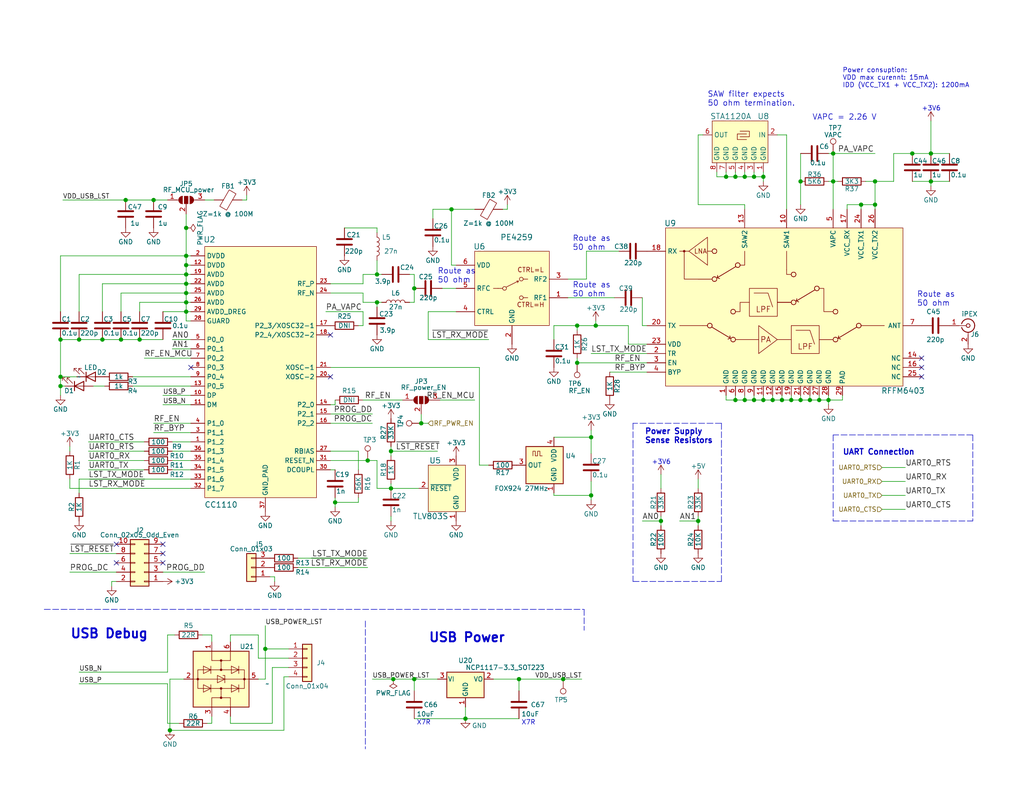
<source format=kicad_sch>
(kicad_sch (version 20211123) (generator eeschema)

  (uuid 31b0c6a8-031c-465a-a937-d97b09c540f9)

  (paper "USLetter")

  (title_block
    (title "OpenLST Reference Design")
    (date "2018-08-02")
    (rev "2.1")
    (comment 1 "Drawn by Ryan Kingsbury")
    (comment 2 "License")
    (comment 3 "This work is licensed under a Creative Commons Attribution-ShareAlike 4.0 International")
    (comment 4 "Copyright 2018 Planet Labs Inc")
  )

  (lib_symbols
    (symbol "Connector:Conn_Coaxial" (pin_names (offset 1.016) hide) (in_bom yes) (on_board yes)
      (property "Reference" "J" (id 0) (at 0.254 3.048 0)
        (effects (font (size 1.27 1.27)))
      )
      (property "Value" "Conn_Coaxial" (id 1) (at 2.921 0 90)
        (effects (font (size 1.27 1.27)))
      )
      (property "Footprint" "" (id 2) (at 0 0 0)
        (effects (font (size 1.27 1.27)) hide)
      )
      (property "Datasheet" " ~" (id 3) (at 0 0 0)
        (effects (font (size 1.27 1.27)) hide)
      )
      (property "ki_keywords" "BNC SMA SMB SMC LEMO coaxial connector CINCH RCA" (id 4) (at 0 0 0)
        (effects (font (size 1.27 1.27)) hide)
      )
      (property "ki_description" "coaxial connector (BNC, SMA, SMB, SMC, Cinch/RCA, LEMO, ...)" (id 5) (at 0 0 0)
        (effects (font (size 1.27 1.27)) hide)
      )
      (property "ki_fp_filters" "*BNC* *SMA* *SMB* *SMC* *Cinch* *LEMO*" (id 6) (at 0 0 0)
        (effects (font (size 1.27 1.27)) hide)
      )
      (symbol "Conn_Coaxial_0_1"
        (arc (start -1.778 -0.508) (mid 0.222 -1.808) (end 1.778 0)
          (stroke (width 0.254) (type default) (color 0 0 0 0))
          (fill (type none))
        )
        (polyline
          (pts
            (xy -2.54 0)
            (xy -0.508 0)
          )
          (stroke (width 0) (type default) (color 0 0 0 0))
          (fill (type none))
        )
        (polyline
          (pts
            (xy 0 -2.54)
            (xy 0 -1.778)
          )
          (stroke (width 0) (type default) (color 0 0 0 0))
          (fill (type none))
        )
        (circle (center 0 0) (radius 0.508)
          (stroke (width 0.2032) (type default) (color 0 0 0 0))
          (fill (type none))
        )
        (arc (start 1.778 0) (mid 0.222 1.8083) (end -1.778 0.508)
          (stroke (width 0.254) (type default) (color 0 0 0 0))
          (fill (type none))
        )
      )
      (symbol "Conn_Coaxial_1_1"
        (pin passive line (at -5.08 0 0) (length 2.54)
          (name "In" (effects (font (size 1.27 1.27))))
          (number "1" (effects (font (size 1.27 1.27))))
        )
        (pin passive line (at 0 -5.08 90) (length 2.54)
          (name "Ext" (effects (font (size 1.27 1.27))))
          (number "2" (effects (font (size 1.27 1.27))))
        )
      )
    )
    (symbol "Connector:TestPoint" (pin_numbers hide) (pin_names (offset 0.762) hide) (in_bom yes) (on_board yes)
      (property "Reference" "TP" (id 0) (at 0 6.858 0)
        (effects (font (size 1.27 1.27)))
      )
      (property "Value" "TestPoint" (id 1) (at 0 5.08 0)
        (effects (font (size 1.27 1.27)))
      )
      (property "Footprint" "" (id 2) (at 5.08 0 0)
        (effects (font (size 1.27 1.27)) hide)
      )
      (property "Datasheet" "~" (id 3) (at 5.08 0 0)
        (effects (font (size 1.27 1.27)) hide)
      )
      (property "ki_keywords" "test point tp" (id 4) (at 0 0 0)
        (effects (font (size 1.27 1.27)) hide)
      )
      (property "ki_description" "test point" (id 5) (at 0 0 0)
        (effects (font (size 1.27 1.27)) hide)
      )
      (property "ki_fp_filters" "Pin* Test*" (id 6) (at 0 0 0)
        (effects (font (size 1.27 1.27)) hide)
      )
      (symbol "TestPoint_0_1"
        (circle (center 0 3.302) (radius 0.762)
          (stroke (width 0) (type default) (color 0 0 0 0))
          (fill (type none))
        )
      )
      (symbol "TestPoint_1_1"
        (pin passive line (at 0 0 90) (length 2.54)
          (name "1" (effects (font (size 1.27 1.27))))
          (number "1" (effects (font (size 1.27 1.27))))
        )
      )
    )
    (symbol "Connector_Generic:Conn_01x03" (pin_names (offset 1.016) hide) (in_bom yes) (on_board yes)
      (property "Reference" "J" (id 0) (at 0 5.08 0)
        (effects (font (size 1.27 1.27)))
      )
      (property "Value" "Conn_01x03" (id 1) (at 0 -5.08 0)
        (effects (font (size 1.27 1.27)))
      )
      (property "Footprint" "" (id 2) (at 0 0 0)
        (effects (font (size 1.27 1.27)) hide)
      )
      (property "Datasheet" "~" (id 3) (at 0 0 0)
        (effects (font (size 1.27 1.27)) hide)
      )
      (property "ki_keywords" "connector" (id 4) (at 0 0 0)
        (effects (font (size 1.27 1.27)) hide)
      )
      (property "ki_description" "Generic connector, single row, 01x03, script generated (kicad-library-utils/schlib/autogen/connector/)" (id 5) (at 0 0 0)
        (effects (font (size 1.27 1.27)) hide)
      )
      (property "ki_fp_filters" "Connector*:*_1x??_*" (id 6) (at 0 0 0)
        (effects (font (size 1.27 1.27)) hide)
      )
      (symbol "Conn_01x03_1_1"
        (rectangle (start -1.27 -2.413) (end 0 -2.667)
          (stroke (width 0.1524) (type default) (color 0 0 0 0))
          (fill (type none))
        )
        (rectangle (start -1.27 0.127) (end 0 -0.127)
          (stroke (width 0.1524) (type default) (color 0 0 0 0))
          (fill (type none))
        )
        (rectangle (start -1.27 2.667) (end 0 2.413)
          (stroke (width 0.1524) (type default) (color 0 0 0 0))
          (fill (type none))
        )
        (rectangle (start -1.27 3.81) (end 1.27 -3.81)
          (stroke (width 0.254) (type default) (color 0 0 0 0))
          (fill (type background))
        )
        (pin passive line (at -5.08 2.54 0) (length 3.81)
          (name "Pin_1" (effects (font (size 1.27 1.27))))
          (number "1" (effects (font (size 1.27 1.27))))
        )
        (pin passive line (at -5.08 0 0) (length 3.81)
          (name "Pin_2" (effects (font (size 1.27 1.27))))
          (number "2" (effects (font (size 1.27 1.27))))
        )
        (pin passive line (at -5.08 -2.54 0) (length 3.81)
          (name "Pin_3" (effects (font (size 1.27 1.27))))
          (number "3" (effects (font (size 1.27 1.27))))
        )
      )
    )
    (symbol "Connector_Generic:Conn_01x04" (pin_names (offset 1.016) hide) (in_bom yes) (on_board yes)
      (property "Reference" "J" (id 0) (at 0 5.08 0)
        (effects (font (size 1.27 1.27)))
      )
      (property "Value" "Conn_01x04" (id 1) (at 0 -7.62 0)
        (effects (font (size 1.27 1.27)))
      )
      (property "Footprint" "" (id 2) (at 0 0 0)
        (effects (font (size 1.27 1.27)) hide)
      )
      (property "Datasheet" "~" (id 3) (at 0 0 0)
        (effects (font (size 1.27 1.27)) hide)
      )
      (property "ki_keywords" "connector" (id 4) (at 0 0 0)
        (effects (font (size 1.27 1.27)) hide)
      )
      (property "ki_description" "Generic connector, single row, 01x04, script generated (kicad-library-utils/schlib/autogen/connector/)" (id 5) (at 0 0 0)
        (effects (font (size 1.27 1.27)) hide)
      )
      (property "ki_fp_filters" "Connector*:*_1x??_*" (id 6) (at 0 0 0)
        (effects (font (size 1.27 1.27)) hide)
      )
      (symbol "Conn_01x04_1_1"
        (rectangle (start -1.27 -4.953) (end 0 -5.207)
          (stroke (width 0.1524) (type default) (color 0 0 0 0))
          (fill (type none))
        )
        (rectangle (start -1.27 -2.413) (end 0 -2.667)
          (stroke (width 0.1524) (type default) (color 0 0 0 0))
          (fill (type none))
        )
        (rectangle (start -1.27 0.127) (end 0 -0.127)
          (stroke (width 0.1524) (type default) (color 0 0 0 0))
          (fill (type none))
        )
        (rectangle (start -1.27 2.667) (end 0 2.413)
          (stroke (width 0.1524) (type default) (color 0 0 0 0))
          (fill (type none))
        )
        (rectangle (start -1.27 3.81) (end 1.27 -6.35)
          (stroke (width 0.254) (type default) (color 0 0 0 0))
          (fill (type background))
        )
        (pin passive line (at -5.08 2.54 0) (length 3.81)
          (name "Pin_1" (effects (font (size 1.27 1.27))))
          (number "1" (effects (font (size 1.27 1.27))))
        )
        (pin passive line (at -5.08 0 0) (length 3.81)
          (name "Pin_2" (effects (font (size 1.27 1.27))))
          (number "2" (effects (font (size 1.27 1.27))))
        )
        (pin passive line (at -5.08 -2.54 0) (length 3.81)
          (name "Pin_3" (effects (font (size 1.27 1.27))))
          (number "3" (effects (font (size 1.27 1.27))))
        )
        (pin passive line (at -5.08 -5.08 0) (length 3.81)
          (name "Pin_4" (effects (font (size 1.27 1.27))))
          (number "4" (effects (font (size 1.27 1.27))))
        )
      )
    )
    (symbol "Connector_Generic:Conn_02x05_Odd_Even" (pin_names (offset 1.016) hide) (in_bom yes) (on_board yes)
      (property "Reference" "J" (id 0) (at 1.27 7.62 0)
        (effects (font (size 1.27 1.27)))
      )
      (property "Value" "Conn_02x05_Odd_Even" (id 1) (at 1.27 -7.62 0)
        (effects (font (size 1.27 1.27)))
      )
      (property "Footprint" "" (id 2) (at 0 0 0)
        (effects (font (size 1.27 1.27)) hide)
      )
      (property "Datasheet" "~" (id 3) (at 0 0 0)
        (effects (font (size 1.27 1.27)) hide)
      )
      (property "ki_keywords" "connector" (id 4) (at 0 0 0)
        (effects (font (size 1.27 1.27)) hide)
      )
      (property "ki_description" "Generic connector, double row, 02x05, odd/even pin numbering scheme (row 1 odd numbers, row 2 even numbers), script generated (kicad-library-utils/schlib/autogen/connector/)" (id 5) (at 0 0 0)
        (effects (font (size 1.27 1.27)) hide)
      )
      (property "ki_fp_filters" "Connector*:*_2x??_*" (id 6) (at 0 0 0)
        (effects (font (size 1.27 1.27)) hide)
      )
      (symbol "Conn_02x05_Odd_Even_1_1"
        (rectangle (start -1.27 -4.953) (end 0 -5.207)
          (stroke (width 0.1524) (type default) (color 0 0 0 0))
          (fill (type none))
        )
        (rectangle (start -1.27 -2.413) (end 0 -2.667)
          (stroke (width 0.1524) (type default) (color 0 0 0 0))
          (fill (type none))
        )
        (rectangle (start -1.27 0.127) (end 0 -0.127)
          (stroke (width 0.1524) (type default) (color 0 0 0 0))
          (fill (type none))
        )
        (rectangle (start -1.27 2.667) (end 0 2.413)
          (stroke (width 0.1524) (type default) (color 0 0 0 0))
          (fill (type none))
        )
        (rectangle (start -1.27 5.207) (end 0 4.953)
          (stroke (width 0.1524) (type default) (color 0 0 0 0))
          (fill (type none))
        )
        (rectangle (start -1.27 6.35) (end 3.81 -6.35)
          (stroke (width 0.254) (type default) (color 0 0 0 0))
          (fill (type background))
        )
        (rectangle (start 3.81 -4.953) (end 2.54 -5.207)
          (stroke (width 0.1524) (type default) (color 0 0 0 0))
          (fill (type none))
        )
        (rectangle (start 3.81 -2.413) (end 2.54 -2.667)
          (stroke (width 0.1524) (type default) (color 0 0 0 0))
          (fill (type none))
        )
        (rectangle (start 3.81 0.127) (end 2.54 -0.127)
          (stroke (width 0.1524) (type default) (color 0 0 0 0))
          (fill (type none))
        )
        (rectangle (start 3.81 2.667) (end 2.54 2.413)
          (stroke (width 0.1524) (type default) (color 0 0 0 0))
          (fill (type none))
        )
        (rectangle (start 3.81 5.207) (end 2.54 4.953)
          (stroke (width 0.1524) (type default) (color 0 0 0 0))
          (fill (type none))
        )
        (pin passive line (at -5.08 5.08 0) (length 3.81)
          (name "Pin_1" (effects (font (size 1.27 1.27))))
          (number "1" (effects (font (size 1.27 1.27))))
        )
        (pin passive line (at 7.62 -5.08 180) (length 3.81)
          (name "Pin_10" (effects (font (size 1.27 1.27))))
          (number "10" (effects (font (size 1.27 1.27))))
        )
        (pin passive line (at 7.62 5.08 180) (length 3.81)
          (name "Pin_2" (effects (font (size 1.27 1.27))))
          (number "2" (effects (font (size 1.27 1.27))))
        )
        (pin passive line (at -5.08 2.54 0) (length 3.81)
          (name "Pin_3" (effects (font (size 1.27 1.27))))
          (number "3" (effects (font (size 1.27 1.27))))
        )
        (pin passive line (at 7.62 2.54 180) (length 3.81)
          (name "Pin_4" (effects (font (size 1.27 1.27))))
          (number "4" (effects (font (size 1.27 1.27))))
        )
        (pin passive line (at -5.08 0 0) (length 3.81)
          (name "Pin_5" (effects (font (size 1.27 1.27))))
          (number "5" (effects (font (size 1.27 1.27))))
        )
        (pin passive line (at 7.62 0 180) (length 3.81)
          (name "Pin_6" (effects (font (size 1.27 1.27))))
          (number "6" (effects (font (size 1.27 1.27))))
        )
        (pin passive line (at -5.08 -2.54 0) (length 3.81)
          (name "Pin_7" (effects (font (size 1.27 1.27))))
          (number "7" (effects (font (size 1.27 1.27))))
        )
        (pin passive line (at 7.62 -2.54 180) (length 3.81)
          (name "Pin_8" (effects (font (size 1.27 1.27))))
          (number "8" (effects (font (size 1.27 1.27))))
        )
        (pin passive line (at -5.08 -5.08 0) (length 3.81)
          (name "Pin_9" (effects (font (size 1.27 1.27))))
          (number "9" (effects (font (size 1.27 1.27))))
        )
      )
    )
    (symbol "Device:C" (pin_numbers hide) (pin_names (offset 0.254)) (in_bom yes) (on_board yes)
      (property "Reference" "C" (id 0) (at 0.635 2.54 0)
        (effects (font (size 1.27 1.27)) (justify left))
      )
      (property "Value" "C" (id 1) (at 0.635 -2.54 0)
        (effects (font (size 1.27 1.27)) (justify left))
      )
      (property "Footprint" "" (id 2) (at 0.9652 -3.81 0)
        (effects (font (size 1.27 1.27)) hide)
      )
      (property "Datasheet" "~" (id 3) (at 0 0 0)
        (effects (font (size 1.27 1.27)) hide)
      )
      (property "ki_keywords" "cap capacitor" (id 4) (at 0 0 0)
        (effects (font (size 1.27 1.27)) hide)
      )
      (property "ki_description" "Unpolarized capacitor" (id 5) (at 0 0 0)
        (effects (font (size 1.27 1.27)) hide)
      )
      (property "ki_fp_filters" "C_*" (id 6) (at 0 0 0)
        (effects (font (size 1.27 1.27)) hide)
      )
      (symbol "C_0_1"
        (polyline
          (pts
            (xy -2.032 -0.762)
            (xy 2.032 -0.762)
          )
          (stroke (width 0.508) (type default) (color 0 0 0 0))
          (fill (type none))
        )
        (polyline
          (pts
            (xy -2.032 0.762)
            (xy 2.032 0.762)
          )
          (stroke (width 0.508) (type default) (color 0 0 0 0))
          (fill (type none))
        )
      )
      (symbol "C_1_1"
        (pin passive line (at 0 3.81 270) (length 2.794)
          (name "~" (effects (font (size 1.27 1.27))))
          (number "1" (effects (font (size 1.27 1.27))))
        )
        (pin passive line (at 0 -3.81 90) (length 2.794)
          (name "~" (effects (font (size 1.27 1.27))))
          (number "2" (effects (font (size 1.27 1.27))))
        )
      )
    )
    (symbol "Device:FerriteBead" (pin_numbers hide) (pin_names (offset 0)) (in_bom yes) (on_board yes)
      (property "Reference" "FB" (id 0) (at -3.81 0.635 90)
        (effects (font (size 1.27 1.27)))
      )
      (property "Value" "FerriteBead" (id 1) (at 3.81 0 90)
        (effects (font (size 1.27 1.27)))
      )
      (property "Footprint" "" (id 2) (at -1.778 0 90)
        (effects (font (size 1.27 1.27)) hide)
      )
      (property "Datasheet" "~" (id 3) (at 0 0 0)
        (effects (font (size 1.27 1.27)) hide)
      )
      (property "ki_keywords" "L ferrite bead inductor filter" (id 4) (at 0 0 0)
        (effects (font (size 1.27 1.27)) hide)
      )
      (property "ki_description" "Ferrite bead" (id 5) (at 0 0 0)
        (effects (font (size 1.27 1.27)) hide)
      )
      (property "ki_fp_filters" "Inductor_* L_* *Ferrite*" (id 6) (at 0 0 0)
        (effects (font (size 1.27 1.27)) hide)
      )
      (symbol "FerriteBead_0_1"
        (polyline
          (pts
            (xy 0 -1.27)
            (xy 0 -1.2192)
          )
          (stroke (width 0) (type default) (color 0 0 0 0))
          (fill (type none))
        )
        (polyline
          (pts
            (xy 0 1.27)
            (xy 0 1.2954)
          )
          (stroke (width 0) (type default) (color 0 0 0 0))
          (fill (type none))
        )
        (polyline
          (pts
            (xy -2.7686 0.4064)
            (xy -1.7018 2.2606)
            (xy 2.7686 -0.3048)
            (xy 1.6764 -2.159)
            (xy -2.7686 0.4064)
          )
          (stroke (width 0) (type default) (color 0 0 0 0))
          (fill (type none))
        )
      )
      (symbol "FerriteBead_1_1"
        (pin passive line (at 0 3.81 270) (length 2.54)
          (name "~" (effects (font (size 1.27 1.27))))
          (number "1" (effects (font (size 1.27 1.27))))
        )
        (pin passive line (at 0 -3.81 90) (length 2.54)
          (name "~" (effects (font (size 1.27 1.27))))
          (number "2" (effects (font (size 1.27 1.27))))
        )
      )
    )
    (symbol "Device:L" (pin_numbers hide) (pin_names (offset 1.016) hide) (in_bom yes) (on_board yes)
      (property "Reference" "L" (id 0) (at -1.27 0 90)
        (effects (font (size 1.27 1.27)))
      )
      (property "Value" "L" (id 1) (at 1.905 0 90)
        (effects (font (size 1.27 1.27)))
      )
      (property "Footprint" "" (id 2) (at 0 0 0)
        (effects (font (size 1.27 1.27)) hide)
      )
      (property "Datasheet" "~" (id 3) (at 0 0 0)
        (effects (font (size 1.27 1.27)) hide)
      )
      (property "ki_keywords" "inductor choke coil reactor magnetic" (id 4) (at 0 0 0)
        (effects (font (size 1.27 1.27)) hide)
      )
      (property "ki_description" "Inductor" (id 5) (at 0 0 0)
        (effects (font (size 1.27 1.27)) hide)
      )
      (property "ki_fp_filters" "Choke_* *Coil* Inductor_* L_*" (id 6) (at 0 0 0)
        (effects (font (size 1.27 1.27)) hide)
      )
      (symbol "L_0_1"
        (arc (start 0 -2.54) (mid 0.635 -1.905) (end 0 -1.27)
          (stroke (width 0) (type default) (color 0 0 0 0))
          (fill (type none))
        )
        (arc (start 0 -1.27) (mid 0.635 -0.635) (end 0 0)
          (stroke (width 0) (type default) (color 0 0 0 0))
          (fill (type none))
        )
        (arc (start 0 0) (mid 0.635 0.635) (end 0 1.27)
          (stroke (width 0) (type default) (color 0 0 0 0))
          (fill (type none))
        )
        (arc (start 0 1.27) (mid 0.635 1.905) (end 0 2.54)
          (stroke (width 0) (type default) (color 0 0 0 0))
          (fill (type none))
        )
      )
      (symbol "L_1_1"
        (pin passive line (at 0 3.81 270) (length 1.27)
          (name "1" (effects (font (size 1.27 1.27))))
          (number "1" (effects (font (size 1.27 1.27))))
        )
        (pin passive line (at 0 -3.81 90) (length 1.27)
          (name "2" (effects (font (size 1.27 1.27))))
          (number "2" (effects (font (size 1.27 1.27))))
        )
      )
    )
    (symbol "Device:LED" (pin_numbers hide) (pin_names (offset 1.016) hide) (in_bom yes) (on_board yes)
      (property "Reference" "D" (id 0) (at 0 2.54 0)
        (effects (font (size 1.27 1.27)))
      )
      (property "Value" "LED" (id 1) (at 0 -2.54 0)
        (effects (font (size 1.27 1.27)))
      )
      (property "Footprint" "" (id 2) (at 0 0 0)
        (effects (font (size 1.27 1.27)) hide)
      )
      (property "Datasheet" "~" (id 3) (at 0 0 0)
        (effects (font (size 1.27 1.27)) hide)
      )
      (property "ki_keywords" "LED diode" (id 4) (at 0 0 0)
        (effects (font (size 1.27 1.27)) hide)
      )
      (property "ki_description" "Light emitting diode" (id 5) (at 0 0 0)
        (effects (font (size 1.27 1.27)) hide)
      )
      (property "ki_fp_filters" "LED* LED_SMD:* LED_THT:*" (id 6) (at 0 0 0)
        (effects (font (size 1.27 1.27)) hide)
      )
      (symbol "LED_0_1"
        (polyline
          (pts
            (xy -1.27 -1.27)
            (xy -1.27 1.27)
          )
          (stroke (width 0.254) (type default) (color 0 0 0 0))
          (fill (type none))
        )
        (polyline
          (pts
            (xy -1.27 0)
            (xy 1.27 0)
          )
          (stroke (width 0) (type default) (color 0 0 0 0))
          (fill (type none))
        )
        (polyline
          (pts
            (xy 1.27 -1.27)
            (xy 1.27 1.27)
            (xy -1.27 0)
            (xy 1.27 -1.27)
          )
          (stroke (width 0.254) (type default) (color 0 0 0 0))
          (fill (type none))
        )
        (polyline
          (pts
            (xy -3.048 -0.762)
            (xy -4.572 -2.286)
            (xy -3.81 -2.286)
            (xy -4.572 -2.286)
            (xy -4.572 -1.524)
          )
          (stroke (width 0) (type default) (color 0 0 0 0))
          (fill (type none))
        )
        (polyline
          (pts
            (xy -1.778 -0.762)
            (xy -3.302 -2.286)
            (xy -2.54 -2.286)
            (xy -3.302 -2.286)
            (xy -3.302 -1.524)
          )
          (stroke (width 0) (type default) (color 0 0 0 0))
          (fill (type none))
        )
      )
      (symbol "LED_1_1"
        (pin passive line (at -3.81 0 0) (length 2.54)
          (name "K" (effects (font (size 1.27 1.27))))
          (number "1" (effects (font (size 1.27 1.27))))
        )
        (pin passive line (at 3.81 0 180) (length 2.54)
          (name "A" (effects (font (size 1.27 1.27))))
          (number "2" (effects (font (size 1.27 1.27))))
        )
      )
    )
    (symbol "Device:R" (pin_numbers hide) (pin_names (offset 0)) (in_bom yes) (on_board yes)
      (property "Reference" "R" (id 0) (at 2.032 0 90)
        (effects (font (size 1.27 1.27)))
      )
      (property "Value" "R" (id 1) (at 0 0 90)
        (effects (font (size 1.27 1.27)))
      )
      (property "Footprint" "" (id 2) (at -1.778 0 90)
        (effects (font (size 1.27 1.27)) hide)
      )
      (property "Datasheet" "~" (id 3) (at 0 0 0)
        (effects (font (size 1.27 1.27)) hide)
      )
      (property "ki_keywords" "R res resistor" (id 4) (at 0 0 0)
        (effects (font (size 1.27 1.27)) hide)
      )
      (property "ki_description" "Resistor" (id 5) (at 0 0 0)
        (effects (font (size 1.27 1.27)) hide)
      )
      (property "ki_fp_filters" "R_*" (id 6) (at 0 0 0)
        (effects (font (size 1.27 1.27)) hide)
      )
      (symbol "R_0_1"
        (rectangle (start -1.016 -2.54) (end 1.016 2.54)
          (stroke (width 0.254) (type default) (color 0 0 0 0))
          (fill (type none))
        )
      )
      (symbol "R_1_1"
        (pin passive line (at 0 3.81 270) (length 1.27)
          (name "~" (effects (font (size 1.27 1.27))))
          (number "1" (effects (font (size 1.27 1.27))))
        )
        (pin passive line (at 0 -3.81 90) (length 1.27)
          (name "~" (effects (font (size 1.27 1.27))))
          (number "2" (effects (font (size 1.27 1.27))))
        )
      )
    )
    (symbol "Jumper:SolderJumper_3_Open" (pin_names (offset 0) hide) (in_bom yes) (on_board yes)
      (property "Reference" "JP" (id 0) (at -2.54 -2.54 0)
        (effects (font (size 1.27 1.27)))
      )
      (property "Value" "SolderJumper_3_Open" (id 1) (at 0 2.794 0)
        (effects (font (size 1.27 1.27)))
      )
      (property "Footprint" "" (id 2) (at 0 0 0)
        (effects (font (size 1.27 1.27)) hide)
      )
      (property "Datasheet" "~" (id 3) (at 0 0 0)
        (effects (font (size 1.27 1.27)) hide)
      )
      (property "ki_keywords" "Solder Jumper SPDT" (id 4) (at 0 0 0)
        (effects (font (size 1.27 1.27)) hide)
      )
      (property "ki_description" "Solder Jumper, 3-pole, open" (id 5) (at 0 0 0)
        (effects (font (size 1.27 1.27)) hide)
      )
      (property "ki_fp_filters" "SolderJumper*Open*" (id 6) (at 0 0 0)
        (effects (font (size 1.27 1.27)) hide)
      )
      (symbol "SolderJumper_3_Open_0_1"
        (arc (start -1.016 1.016) (mid -2.032 0) (end -1.016 -1.016)
          (stroke (width 0) (type default) (color 0 0 0 0))
          (fill (type none))
        )
        (arc (start -1.016 1.016) (mid -2.032 0) (end -1.016 -1.016)
          (stroke (width 0) (type default) (color 0 0 0 0))
          (fill (type outline))
        )
        (rectangle (start -0.508 1.016) (end 0.508 -1.016)
          (stroke (width 0) (type default) (color 0 0 0 0))
          (fill (type outline))
        )
        (polyline
          (pts
            (xy -2.54 0)
            (xy -2.032 0)
          )
          (stroke (width 0) (type default) (color 0 0 0 0))
          (fill (type none))
        )
        (polyline
          (pts
            (xy -1.016 1.016)
            (xy -1.016 -1.016)
          )
          (stroke (width 0) (type default) (color 0 0 0 0))
          (fill (type none))
        )
        (polyline
          (pts
            (xy 0 -1.27)
            (xy 0 -1.016)
          )
          (stroke (width 0) (type default) (color 0 0 0 0))
          (fill (type none))
        )
        (polyline
          (pts
            (xy 1.016 1.016)
            (xy 1.016 -1.016)
          )
          (stroke (width 0) (type default) (color 0 0 0 0))
          (fill (type none))
        )
        (polyline
          (pts
            (xy 2.54 0)
            (xy 2.032 0)
          )
          (stroke (width 0) (type default) (color 0 0 0 0))
          (fill (type none))
        )
        (arc (start 1.016 -1.016) (mid 2.032 0) (end 1.016 1.016)
          (stroke (width 0) (type default) (color 0 0 0 0))
          (fill (type none))
        )
        (arc (start 1.016 -1.016) (mid 2.032 0) (end 1.016 1.016)
          (stroke (width 0) (type default) (color 0 0 0 0))
          (fill (type outline))
        )
      )
      (symbol "SolderJumper_3_Open_1_1"
        (pin passive line (at -5.08 0 0) (length 2.54)
          (name "A" (effects (font (size 1.27 1.27))))
          (number "1" (effects (font (size 1.27 1.27))))
        )
        (pin input line (at 0 -3.81 90) (length 2.54)
          (name "C" (effects (font (size 1.27 1.27))))
          (number "2" (effects (font (size 1.27 1.27))))
        )
        (pin passive line (at 5.08 0 180) (length 2.54)
          (name "B" (effects (font (size 1.27 1.27))))
          (number "3" (effects (font (size 1.27 1.27))))
        )
      )
    )
    (symbol "Oscillator:FT5HN" (in_bom yes) (on_board yes)
      (property "Reference" "U" (id 0) (at 1.27 11.43 0)
        (effects (font (size 1.27 1.27)))
      )
      (property "Value" "FT5HN" (id 1) (at 2.54 8.89 0)
        (effects (font (size 1.27 1.27)))
      )
      (property "Footprint" "Oscillator:Oscillator_SMD_Fox_FT5H_5.0x3.2mm" (id 2) (at 0 -16.51 0)
        (effects (font (size 1.27 1.27)) hide)
      )
      (property "Datasheet" "https://foxonline.com/wp-content/uploads/pdfs/T5HN_T5HV.pdf" (id 3) (at 1.27 -19.05 0)
        (effects (font (size 1.27 1.27)) hide)
      )
      (property "ki_keywords" "TXCO" (id 4) (at 0 0 0)
        (effects (font (size 1.27 1.27)) hide)
      )
      (property "ki_description" "HCMOS temperature compensated oscillator" (id 5) (at 0 0 0)
        (effects (font (size 1.27 1.27)) hide)
      )
      (property "ki_fp_filters" "Oscillator*SMD*Fox*FT5H*5.0x3.2mm*" (id 6) (at 0 0 0)
        (effects (font (size 1.27 1.27)) hide)
      )
      (symbol "FT5HN_0_1"
        (rectangle (start -5.08 5.08) (end 5.08 -5.08)
          (stroke (width 0.254) (type default) (color 0 0 0 0))
          (fill (type background))
        )
        (polyline
          (pts
            (xy 0.635 2.54)
            (xy 1.27 2.54)
            (xy 1.27 3.81)
            (xy 1.905 3.81)
            (xy 1.905 2.54)
            (xy 2.54 2.54)
            (xy 2.54 3.81)
            (xy 3.175 3.81)
            (xy 3.175 2.54)
          )
          (stroke (width 0) (type default) (color 0 0 0 0))
          (fill (type none))
        )
      )
      (symbol "FT5HN_1_1"
        (pin power_in line (at -2.54 -7.62 90) (length 2.54)
          (name "GND" (effects (font (size 1.27 1.27))))
          (number "1" (effects (font (size 1.27 1.27))))
        )
        (pin passive line (at -2.54 -7.62 90) (length 2.54) hide
          (name "GND" (effects (font (size 1.27 1.27))))
          (number "2" (effects (font (size 1.27 1.27))))
        )
        (pin output line (at 7.62 0 180) (length 2.54)
          (name "OUT" (effects (font (size 1.27 1.27))))
          (number "3" (effects (font (size 1.27 1.27))))
        )
        (pin power_in line (at -2.54 7.62 270) (length 2.54)
          (name "VDD" (effects (font (size 1.27 1.27))))
          (number "4" (effects (font (size 1.27 1.27))))
        )
      )
    )
    (symbol "Power_Protection:USBLC6-2P6" (pin_names hide) (in_bom yes) (on_board yes)
      (property "Reference" "U" (id 0) (at 2.54 8.89 0)
        (effects (font (size 1.27 1.27)) (justify left))
      )
      (property "Value" "USBLC6-2P6" (id 1) (at 2.54 -8.89 0)
        (effects (font (size 1.27 1.27)) (justify left))
      )
      (property "Footprint" "Package_TO_SOT_SMD:SOT-666" (id 2) (at 0 -12.7 0)
        (effects (font (size 1.27 1.27)) hide)
      )
      (property "Datasheet" "https://www.st.com/resource/en/datasheet/usblc6-2.pdf" (id 3) (at 5.08 8.89 0)
        (effects (font (size 1.27 1.27)) hide)
      )
      (property "ki_keywords" "usb ethernet video" (id 4) (at 0 0 0)
        (effects (font (size 1.27 1.27)) hide)
      )
      (property "ki_description" "Very low capacitance ESD protection diode, 2 data-line, SOT-666" (id 5) (at 0 0 0)
        (effects (font (size 1.27 1.27)) hide)
      )
      (property "ki_fp_filters" "SOT?666*" (id 6) (at 0 0 0)
        (effects (font (size 1.27 1.27)) hide)
      )
      (symbol "USBLC6-2P6_0_1"
        (rectangle (start -7.62 -7.62) (end 7.62 7.62)
          (stroke (width 0.254) (type default) (color 0 0 0 0))
          (fill (type background))
        )
        (circle (center -5.08 0) (radius 0.254)
          (stroke (width 0) (type default) (color 0 0 0 0))
          (fill (type outline))
        )
        (circle (center -2.54 0) (radius 0.254)
          (stroke (width 0) (type default) (color 0 0 0 0))
          (fill (type outline))
        )
        (rectangle (start -2.54 6.35) (end 2.54 -6.35)
          (stroke (width 0) (type default) (color 0 0 0 0))
          (fill (type none))
        )
        (circle (center 0 -6.35) (radius 0.254)
          (stroke (width 0) (type default) (color 0 0 0 0))
          (fill (type outline))
        )
        (polyline
          (pts
            (xy -5.08 -2.54)
            (xy -7.62 -2.54)
          )
          (stroke (width 0) (type default) (color 0 0 0 0))
          (fill (type none))
        )
        (polyline
          (pts
            (xy -5.08 0)
            (xy -5.08 -2.54)
          )
          (stroke (width 0) (type default) (color 0 0 0 0))
          (fill (type none))
        )
        (polyline
          (pts
            (xy -5.08 2.54)
            (xy -7.62 2.54)
          )
          (stroke (width 0) (type default) (color 0 0 0 0))
          (fill (type none))
        )
        (polyline
          (pts
            (xy -1.524 -2.794)
            (xy -3.556 -2.794)
          )
          (stroke (width 0) (type default) (color 0 0 0 0))
          (fill (type none))
        )
        (polyline
          (pts
            (xy -1.524 4.826)
            (xy -3.556 4.826)
          )
          (stroke (width 0) (type default) (color 0 0 0 0))
          (fill (type none))
        )
        (polyline
          (pts
            (xy 0 -7.62)
            (xy 0 -6.35)
          )
          (stroke (width 0) (type default) (color 0 0 0 0))
          (fill (type none))
        )
        (polyline
          (pts
            (xy 0 -6.35)
            (xy 0 1.27)
          )
          (stroke (width 0) (type default) (color 0 0 0 0))
          (fill (type none))
        )
        (polyline
          (pts
            (xy 0 1.27)
            (xy 0 6.35)
          )
          (stroke (width 0) (type default) (color 0 0 0 0))
          (fill (type none))
        )
        (polyline
          (pts
            (xy 0 6.35)
            (xy 0 7.62)
          )
          (stroke (width 0) (type default) (color 0 0 0 0))
          (fill (type none))
        )
        (polyline
          (pts
            (xy 1.524 -2.794)
            (xy 3.556 -2.794)
          )
          (stroke (width 0) (type default) (color 0 0 0 0))
          (fill (type none))
        )
        (polyline
          (pts
            (xy 1.524 4.826)
            (xy 3.556 4.826)
          )
          (stroke (width 0) (type default) (color 0 0 0 0))
          (fill (type none))
        )
        (polyline
          (pts
            (xy 5.08 -2.54)
            (xy 7.62 -2.54)
          )
          (stroke (width 0) (type default) (color 0 0 0 0))
          (fill (type none))
        )
        (polyline
          (pts
            (xy 5.08 0)
            (xy 5.08 -2.54)
          )
          (stroke (width 0) (type default) (color 0 0 0 0))
          (fill (type none))
        )
        (polyline
          (pts
            (xy 5.08 2.54)
            (xy 7.62 2.54)
          )
          (stroke (width 0) (type default) (color 0 0 0 0))
          (fill (type none))
        )
        (polyline
          (pts
            (xy -2.54 0)
            (xy -5.08 0)
            (xy -5.08 2.54)
          )
          (stroke (width 0) (type default) (color 0 0 0 0))
          (fill (type none))
        )
        (polyline
          (pts
            (xy 2.54 0)
            (xy 5.08 0)
            (xy 5.08 2.54)
          )
          (stroke (width 0) (type default) (color 0 0 0 0))
          (fill (type none))
        )
        (polyline
          (pts
            (xy -3.556 -4.826)
            (xy -1.524 -4.826)
            (xy -2.54 -2.794)
            (xy -3.556 -4.826)
          )
          (stroke (width 0) (type default) (color 0 0 0 0))
          (fill (type none))
        )
        (polyline
          (pts
            (xy -3.556 2.794)
            (xy -1.524 2.794)
            (xy -2.54 4.826)
            (xy -3.556 2.794)
          )
          (stroke (width 0) (type default) (color 0 0 0 0))
          (fill (type none))
        )
        (polyline
          (pts
            (xy -1.016 -1.016)
            (xy 1.016 -1.016)
            (xy 0 1.016)
            (xy -1.016 -1.016)
          )
          (stroke (width 0) (type default) (color 0 0 0 0))
          (fill (type none))
        )
        (polyline
          (pts
            (xy 1.016 1.016)
            (xy 0.762 1.016)
            (xy -1.016 1.016)
            (xy -1.016 0.508)
          )
          (stroke (width 0) (type default) (color 0 0 0 0))
          (fill (type none))
        )
        (polyline
          (pts
            (xy 3.556 -4.826)
            (xy 1.524 -4.826)
            (xy 2.54 -2.794)
            (xy 3.556 -4.826)
          )
          (stroke (width 0) (type default) (color 0 0 0 0))
          (fill (type none))
        )
        (polyline
          (pts
            (xy 3.556 2.794)
            (xy 1.524 2.794)
            (xy 2.54 4.826)
            (xy 3.556 2.794)
          )
          (stroke (width 0) (type default) (color 0 0 0 0))
          (fill (type none))
        )
        (circle (center 0 6.35) (radius 0.254)
          (stroke (width 0) (type default) (color 0 0 0 0))
          (fill (type outline))
        )
        (circle (center 2.54 0) (radius 0.254)
          (stroke (width 0) (type default) (color 0 0 0 0))
          (fill (type outline))
        )
        (circle (center 5.08 0) (radius 0.254)
          (stroke (width 0) (type default) (color 0 0 0 0))
          (fill (type outline))
        )
      )
      (symbol "USBLC6-2P6_1_1"
        (pin passive line (at -10.16 -2.54 0) (length 2.54)
          (name "I/O1" (effects (font (size 1.27 1.27))))
          (number "1" (effects (font (size 1.27 1.27))))
        )
        (pin passive line (at 0 -10.16 90) (length 2.54)
          (name "GND" (effects (font (size 1.27 1.27))))
          (number "2" (effects (font (size 1.27 1.27))))
        )
        (pin passive line (at 10.16 -2.54 180) (length 2.54)
          (name "I/O2" (effects (font (size 1.27 1.27))))
          (number "3" (effects (font (size 1.27 1.27))))
        )
        (pin passive line (at 10.16 2.54 180) (length 2.54)
          (name "I/O2" (effects (font (size 1.27 1.27))))
          (number "4" (effects (font (size 1.27 1.27))))
        )
        (pin passive line (at 0 10.16 270) (length 2.54)
          (name "VBUS" (effects (font (size 1.27 1.27))))
          (number "5" (effects (font (size 1.27 1.27))))
        )
        (pin passive line (at -10.16 2.54 0) (length 2.54)
          (name "I/O1" (effects (font (size 1.27 1.27))))
          (number "6" (effects (font (size 1.27 1.27))))
        )
      )
    )
    (symbol "Regulator_Linear:NCP1117-3.3_SOT223" (pin_names (offset 0.254)) (in_bom yes) (on_board yes)
      (property "Reference" "U" (id 0) (at -3.81 3.175 0)
        (effects (font (size 1.27 1.27)))
      )
      (property "Value" "NCP1117-3.3_SOT223" (id 1) (at 0 3.175 0)
        (effects (font (size 1.27 1.27)) (justify left))
      )
      (property "Footprint" "Package_TO_SOT_SMD:SOT-223-3_TabPin2" (id 2) (at 0 5.08 0)
        (effects (font (size 1.27 1.27)) hide)
      )
      (property "Datasheet" "http://www.onsemi.com/pub_link/Collateral/NCP1117-D.PDF" (id 3) (at 2.54 -6.35 0)
        (effects (font (size 1.27 1.27)) hide)
      )
      (property "ki_keywords" "REGULATOR LDO 3.3V" (id 4) (at 0 0 0)
        (effects (font (size 1.27 1.27)) hide)
      )
      (property "ki_description" "1A Low drop-out regulator, Fixed Output 3.3V, SOT-223" (id 5) (at 0 0 0)
        (effects (font (size 1.27 1.27)) hide)
      )
      (property "ki_fp_filters" "SOT?223*TabPin2*" (id 6) (at 0 0 0)
        (effects (font (size 1.27 1.27)) hide)
      )
      (symbol "NCP1117-3.3_SOT223_0_1"
        (rectangle (start -5.08 -5.08) (end 5.08 1.905)
          (stroke (width 0.254) (type default) (color 0 0 0 0))
          (fill (type background))
        )
      )
      (symbol "NCP1117-3.3_SOT223_1_1"
        (pin power_in line (at 0 -7.62 90) (length 2.54)
          (name "GND" (effects (font (size 1.27 1.27))))
          (number "1" (effects (font (size 1.27 1.27))))
        )
        (pin power_out line (at 7.62 0 180) (length 2.54)
          (name "VO" (effects (font (size 1.27 1.27))))
          (number "2" (effects (font (size 1.27 1.27))))
        )
        (pin power_in line (at -7.62 0 0) (length 2.54)
          (name "VI" (effects (font (size 1.27 1.27))))
          (number "3" (effects (font (size 1.27 1.27))))
        )
      )
    )
    (symbol "comm:ASR433" (in_bom yes) (on_board yes)
      (property "Reference" "U" (id 0) (at 7.62 6.35 0)
        (effects (font (size 1.27 1.27)))
      )
      (property "Value" "ASR433" (id 1) (at -5.08 6.35 0)
        (effects (font (size 1.27 1.27)))
      )
      (property "Footprint" "" (id 2) (at 0 5.08 0)
        (effects (font (size 1.27 1.27)) hide)
      )
      (property "Datasheet" "" (id 3) (at 0 5.08 0)
        (effects (font (size 1.27 1.27)) hide)
      )
      (symbol "ASR433_0_1"
        (rectangle (start -7.62 -6.35) (end 7.62 5.08)
          (stroke (width 0) (type default) (color 0 0 0 0))
          (fill (type background))
        )
        (polyline
          (pts
            (xy -1.778 1.524)
            (xy 0.762 1.524)
            (xy 0.762 0)
            (xy -1.778 0)
          )
          (stroke (width 0) (type default) (color 0 0 0 0))
          (fill (type none))
        )
        (polyline
          (pts
            (xy 0 2.286)
            (xy -2.54 2.286)
            (xy -2.54 0.762)
            (xy 0 0.762)
          )
          (stroke (width 0) (type default) (color 0 0 0 0))
          (fill (type none))
        )
      )
      (symbol "ASR433_1_1"
        (pin passive line (at -6.35 -8.89 90) (length 2.54)
          (name "GND" (effects (font (size 1.27 1.27))))
          (number "1" (effects (font (size 1.27 1.27))))
        )
        (pin passive line (at -10.16 1.27 0) (length 2.54)
          (name "IN" (effects (font (size 1.27 1.27))))
          (number "2" (effects (font (size 1.27 1.27))))
        )
        (pin passive line (at -3.81 -8.89 90) (length 2.54)
          (name "GND" (effects (font (size 1.27 1.27))))
          (number "3" (effects (font (size 1.27 1.27))))
        )
        (pin passive line (at -1.27 -8.89 90) (length 2.54)
          (name "GND" (effects (font (size 1.27 1.27))))
          (number "4" (effects (font (size 1.27 1.27))))
        )
        (pin passive line (at 1.27 -8.89 90) (length 2.54)
          (name "GND" (effects (font (size 1.27 1.27))))
          (number "5" (effects (font (size 1.27 1.27))))
        )
        (pin passive line (at 10.16 1.27 180) (length 2.54)
          (name "OUT" (effects (font (size 1.27 1.27))))
          (number "6" (effects (font (size 1.27 1.27))))
        )
        (pin passive line (at 3.81 -8.89 90) (length 2.54)
          (name "GND" (effects (font (size 1.27 1.27))))
          (number "7" (effects (font (size 1.27 1.27))))
        )
        (pin passive line (at 6.35 -8.89 90) (length 2.54)
          (name "GND" (effects (font (size 1.27 1.27))))
          (number "8" (effects (font (size 1.27 1.27))))
        )
      )
    )
    (symbol "comm:C11111" (in_bom yes) (on_board yes)
      (property "Reference" "U" (id 0) (at -1.27 34.29 0)
        (effects (font (size 1.27 1.27)))
      )
      (property "Value" "C11111" (id 1) (at 10.16 34.29 0)
        (effects (font (size 1.27 1.27)))
      )
      (property "Footprint" "" (id 2) (at -1.27 34.29 0)
        (effects (font (size 1.27 1.27)) hide)
      )
      (property "Datasheet" "" (id 3) (at -1.27 34.29 0)
        (effects (font (size 1.27 1.27)) hide)
      )
      (symbol "C11111_0_1"
        (rectangle (start -16.51 33.02) (end 13.97 -35.56)
          (stroke (width 0) (type default) (color 0 0 0 0))
          (fill (type background))
        )
      )
      (symbol "C11111_1_1"
        (pin bidirectional line (at -20.32 -20.32 0) (length 3.81)
          (name "P1_2" (effects (font (size 1.27 1.27))))
          (number "1" (effects (font (size 1.016 1.016))))
        )
        (pin bidirectional line (at -20.32 -7.62 0) (length 3.81)
          (name "DP" (effects (font (size 1.27 1.27))))
          (number "10" (effects (font (size 1.016 1.016))))
        )
        (pin bidirectional line (at -20.32 -10.16 0) (length 3.81)
          (name "DM" (effects (font (size 1.27 1.27))))
          (number "11" (effects (font (size 1.016 1.016))))
        )
        (pin power_in line (at -20.32 27.94 0) (length 3.81)
          (name "DVDD" (effects (font (size 1.27 1.27))))
          (number "12" (effects (font (size 1.016 1.016))))
        )
        (pin bidirectional line (at -20.32 -5.08 0) (length 3.81)
          (name "P0_5" (effects (font (size 1.27 1.27))))
          (number "13" (effects (font (size 1.016 1.016))))
        )
        (pin bidirectional line (at 17.78 -10.16 180) (length 3.81)
          (name "P2_0" (effects (font (size 1.27 1.27))))
          (number "14" (effects (font (size 1.016 1.016))))
        )
        (pin bidirectional line (at 17.78 -12.7 180) (length 3.81)
          (name "P2_1" (effects (font (size 1.27 1.27))))
          (number "15" (effects (font (size 1.016 1.016))))
        )
        (pin bidirectional line (at 17.78 -15.24 180) (length 3.81)
          (name "P2_2" (effects (font (size 1.27 1.27))))
          (number "16" (effects (font (size 1.016 1.016))))
        )
        (pin bidirectional line (at 17.78 11.43 180) (length 3.81)
          (name "P2_3/XOSC32-1" (effects (font (size 1.27 1.27))))
          (number "17" (effects (font (size 1.016 1.016))))
        )
        (pin bidirectional line (at 17.78 8.89 180) (length 3.81)
          (name "P2_4/XOSC32-2" (effects (font (size 1.27 1.27))))
          (number "18" (effects (font (size 1.016 1.016))))
        )
        (pin power_in line (at -20.32 25.4 0) (length 3.81)
          (name "AVDD" (effects (font (size 1.27 1.27))))
          (number "19" (effects (font (size 1.016 1.016))))
        )
        (pin power_in line (at -20.32 30.48 0) (length 3.81)
          (name "DVDD" (effects (font (size 1.27 1.27))))
          (number "2" (effects (font (size 1.016 1.016))))
        )
        (pin bidirectional line (at 17.78 -2.54 180) (length 3.81)
          (name "XOSC-2" (effects (font (size 1.27 1.27))))
          (number "20" (effects (font (size 1.016 1.016))))
        )
        (pin bidirectional line (at 17.78 0 180) (length 3.81)
          (name "XOSC-1" (effects (font (size 1.27 1.27))))
          (number "21" (effects (font (size 1.016 1.016))))
        )
        (pin power_in line (at -20.32 22.86 0) (length 3.81)
          (name "AVDD" (effects (font (size 1.27 1.27))))
          (number "22" (effects (font (size 1.016 1.016))))
        )
        (pin bidirectional line (at 17.78 22.86 180) (length 3.81)
          (name "RF_P" (effects (font (size 1.27 1.27))))
          (number "23" (effects (font (size 1.016 1.016))))
        )
        (pin bidirectional line (at 17.78 20.32 180) (length 3.81)
          (name "RF_N" (effects (font (size 1.27 1.27))))
          (number "24" (effects (font (size 1.016 1.016))))
        )
        (pin power_in line (at -20.32 20.32 0) (length 3.81)
          (name "AVDD" (effects (font (size 1.27 1.27))))
          (number "25" (effects (font (size 1.016 1.016))))
        )
        (pin power_in line (at -20.32 17.78 0) (length 3.81)
          (name "AVDD" (effects (font (size 1.27 1.27))))
          (number "26" (effects (font (size 1.016 1.016))))
        )
        (pin bidirectional line (at 17.78 -22.86 180) (length 3.81)
          (name "RBIAS" (effects (font (size 1.27 1.27))))
          (number "27" (effects (font (size 1.016 1.016))))
        )
        (pin power_in line (at -20.32 12.7 0) (length 3.81)
          (name "GUARD" (effects (font (size 1.27 1.27))))
          (number "28" (effects (font (size 1.016 1.016))))
        )
        (pin power_in line (at -20.32 15.24 0) (length 3.81)
          (name "AVDD_DREG" (effects (font (size 1.27 1.27))))
          (number "29" (effects (font (size 1.016 1.016))))
        )
        (pin bidirectional line (at -20.32 -17.78 0) (length 3.81)
          (name "P1_1" (effects (font (size 1.27 1.27))))
          (number "3" (effects (font (size 1.016 1.016))))
        )
        (pin passive line (at 17.78 -27.94 180) (length 3.81)
          (name "DCOUPL" (effects (font (size 1.27 1.27))))
          (number "30" (effects (font (size 1.016 1.016))))
        )
        (pin bidirectional line (at 17.78 -25.4 180) (length 3.81)
          (name "RESET_N" (effects (font (size 1.27 1.27))))
          (number "31" (effects (font (size 1.016 1.016))))
        )
        (pin bidirectional line (at -20.32 -33.02 0) (length 3.81)
          (name "P1_7" (effects (font (size 1.27 1.27))))
          (number "32" (effects (font (size 1.016 1.016))))
        )
        (pin bidirectional line (at -20.32 -30.48 0) (length 3.81)
          (name "P1_6" (effects (font (size 1.27 1.27))))
          (number "33" (effects (font (size 1.016 1.016))))
        )
        (pin bidirectional line (at -20.32 -27.94 0) (length 3.81)
          (name "P1_5" (effects (font (size 1.27 1.27))))
          (number "34" (effects (font (size 1.016 1.016))))
        )
        (pin bidirectional line (at -20.32 -25.4 0) (length 3.81)
          (name "P1_4" (effects (font (size 1.27 1.27))))
          (number "35" (effects (font (size 1.016 1.016))))
        )
        (pin bidirectional line (at -20.32 -22.86 0) (length 3.81)
          (name "P1_3" (effects (font (size 1.27 1.27))))
          (number "36" (effects (font (size 1.016 1.016))))
        )
        (pin passive line (at 0 -39.37 90) (length 3.81)
          (name "GND_PAD" (effects (font (size 1.27 1.27))))
          (number "37" (effects (font (size 1.016 1.016))))
        )
        (pin bidirectional line (at -20.32 -15.24 0) (length 3.81)
          (name "P1_0" (effects (font (size 1.27 1.27))))
          (number "4" (effects (font (size 1.016 1.016))))
        )
        (pin bidirectional line (at -20.32 7.62 0) (length 3.81)
          (name "P0_0" (effects (font (size 1.27 1.27))))
          (number "5" (effects (font (size 1.016 1.016))))
        )
        (pin bidirectional line (at -20.32 5.08 0) (length 3.81)
          (name "P0_1" (effects (font (size 1.27 1.27))))
          (number "6" (effects (font (size 1.016 1.016))))
        )
        (pin bidirectional line (at -20.32 2.54 0) (length 3.81)
          (name "P0_2" (effects (font (size 1.27 1.27))))
          (number "7" (effects (font (size 1.016 1.016))))
        )
        (pin bidirectional line (at -20.32 0 0) (length 3.81)
          (name "P0_3" (effects (font (size 1.27 1.27))))
          (number "8" (effects (font (size 1.016 1.016))))
        )
        (pin bidirectional line (at -20.32 -2.54 0) (length 3.81)
          (name "P0_4" (effects (font (size 1.27 1.27))))
          (number "9" (effects (font (size 1.016 1.016))))
        )
      )
    )
    (symbol "comm:PE4259" (in_bom yes) (on_board yes)
      (property "Reference" "U" (id 0) (at -8.89 11.43 0)
        (effects (font (size 1.27 1.27)))
      )
      (property "Value" "PE4259" (id 1) (at -6.35 13.97 0)
        (effects (font (size 1.27 1.27)))
      )
      (property "Footprint" "" (id 2) (at -1.27 11.43 0)
        (effects (font (size 1.27 1.27)) hide)
      )
      (property "Datasheet" "" (id 3) (at -1.27 11.43 0)
        (effects (font (size 1.27 1.27)) hide)
      )
      (symbol "PE4259_0_0"
        (text "CTRL=H" (at 5.08 -4.445 0)
          (effects (font (size 1.27 1.27)))
        )
        (text "CTRL=L" (at 5.08 5.08 0)
          (effects (font (size 1.27 1.27)))
        )
      )
      (symbol "PE4259_0_1"
        (rectangle (start -10.16 10.16) (end 10.16 -10.16)
          (stroke (width 0) (type default) (color 0 0 0 0))
          (fill (type background))
        )
        (circle (center -2.032 0) (radius 0.508)
          (stroke (width 0) (type default) (color 0 0 0 0))
          (fill (type none))
        )
        (polyline
          (pts
            (xy -3.81 0)
            (xy -5.08 0)
          )
          (stroke (width 0) (type default) (color 0 0 0 0))
          (fill (type none))
        )
        (polyline
          (pts
            (xy -3.81 0)
            (xy -2.54 0)
          )
          (stroke (width 0) (type default) (color 0 0 0 0))
          (fill (type none))
        )
        (polyline
          (pts
            (xy -1.524 0.381)
            (xy 1.778 2.032)
          )
          (stroke (width 0) (type default) (color 0 0 0 0))
          (fill (type none))
        )
        (polyline
          (pts
            (xy 1.651 2.032)
            (xy 1.27 2.032)
          )
          (stroke (width 0) (type default) (color 0 0 0 0))
          (fill (type none))
        )
        (polyline
          (pts
            (xy 1.778 2.032)
            (xy 1.524 1.524)
          )
          (stroke (width 0) (type default) (color 0 0 0 0))
          (fill (type none))
        )
        (polyline
          (pts
            (xy 3.048 -2.54)
            (xy 4.318 -2.54)
          )
          (stroke (width 0) (type default) (color 0 0 0 0))
          (fill (type none))
        )
        (polyline
          (pts
            (xy 3.048 2.54)
            (xy 4.318 2.54)
          )
          (stroke (width 0) (type default) (color 0 0 0 0))
          (fill (type none))
        )
        (circle (center 2.54 -2.54) (radius 0.508)
          (stroke (width 0) (type default) (color 0 0 0 0))
          (fill (type none))
        )
        (circle (center 2.54 2.54) (radius 0.508)
          (stroke (width 0) (type default) (color 0 0 0 0))
          (fill (type none))
        )
      )
      (symbol "PE4259_1_1"
        (pin passive line (at 15.24 -2.54 180) (length 5.08)
          (name "RF1" (effects (font (size 1.27 1.27))))
          (number "1" (effects (font (size 1.27 1.27))))
        )
        (pin passive line (at 0 -15.24 90) (length 5.08)
          (name "GND" (effects (font (size 1.27 1.27))))
          (number "2" (effects (font (size 1.27 1.27))))
        )
        (pin passive line (at 15.24 2.54 180) (length 5.08)
          (name "RF2" (effects (font (size 1.27 1.27))))
          (number "3" (effects (font (size 1.27 1.27))))
        )
        (pin passive line (at -15.24 -6.35 0) (length 5.08)
          (name "CTRL" (effects (font (size 1.27 1.27))))
          (number "4" (effects (font (size 1.27 1.27))))
        )
        (pin passive line (at -15.24 0 0) (length 5.08)
          (name "RFC" (effects (font (size 1.27 1.27))))
          (number "5" (effects (font (size 1.27 1.27))))
        )
        (pin passive line (at -15.24 6.35 0) (length 5.08)
          (name "VDD" (effects (font (size 1.27 1.27))))
          (number "6" (effects (font (size 1.27 1.27))))
        )
      )
    )
    (symbol "comm:RFFM6403" (in_bom yes) (on_board yes)
      (property "Reference" "U" (id 0) (at -30.48 22.86 0)
        (effects (font (size 1.27 1.27)))
      )
      (property "Value" "RFFM6403" (id 1) (at 30.48 -22.86 0)
        (effects (font (size 1.27 1.27)))
      )
      (property "Footprint" "" (id 2) (at 0 24.13 0)
        (effects (font (size 1.27 1.27)) hide)
      )
      (property "Datasheet" "" (id 3) (at 0 24.13 0)
        (effects (font (size 1.27 1.27)) hide)
      )
      (symbol "RFFM6403_0_0"
        (rectangle (start -31.75 21.59) (end 33.02 -21.59)
          (stroke (width 0) (type default) (color 0 0 0 0))
          (fill (type background))
        )
        (circle (center -26.67 15.24) (radius 0.254)
          (stroke (width 0) (type default) (color 0 0 0 0))
          (fill (type outline))
        )
        (polyline
          (pts
            (xy -25.4 15.24)
            (xy -27.94 15.24)
          )
          (stroke (width 0) (type default) (color 0 0 0 0))
          (fill (type none))
        )
        (polyline
          (pts
            (xy -22.86 7.62)
            (xy -19.05 7.62)
          )
          (stroke (width 0) (type default) (color 0 0 0 0))
          (fill (type none))
        )
        (polyline
          (pts
            (xy -22.86 7.62)
            (xy -19.05 7.62)
          )
          (stroke (width 0) (type default) (color 0 0 0 0))
          (fill (type none))
        )
        (polyline
          (pts
            (xy -21.59 -5.08)
            (xy -27.94 -5.08)
          )
          (stroke (width 0) (type default) (color 0 0 0 0))
          (fill (type none))
        )
        (polyline
          (pts
            (xy -20.32 15.24)
            (xy -19.05 15.24)
          )
          (stroke (width 0) (type default) (color 0 0 0 0))
          (fill (type none))
        )
        (polyline
          (pts
            (xy -1.27 -8.89)
            (xy 2.54 -8.89)
          )
          (stroke (width 0) (type default) (color 0 0 0 0))
          (fill (type none))
        )
        (polyline
          (pts
            (xy -1.27 1.27)
            (xy 2.54 1.27)
          )
          (stroke (width 0) (type default) (color 0 0 0 0))
          (fill (type none))
        )
        (polyline
          (pts
            (xy -1.27 1.27)
            (xy 2.54 1.27)
          )
          (stroke (width 0) (type default) (color 0 0 0 0))
          (fill (type none))
        )
        (polyline
          (pts
            (xy 1.27 10.16)
            (xy 1.27 15.24)
          )
          (stroke (width 0) (type default) (color 0 0 0 0))
          (fill (type none))
        )
        (polyline
          (pts
            (xy 10.16 -8.89)
            (xy 13.97 -8.89)
          )
          (stroke (width 0) (type default) (color 0 0 0 0))
          (fill (type none))
        )
        (polyline
          (pts
            (xy 10.16 -8.89)
            (xy 13.97 -8.89)
          )
          (stroke (width 0) (type default) (color 0 0 0 0))
          (fill (type none))
        )
        (polyline
          (pts
            (xy -22.86 7.62)
            (xy -26.67 7.62)
            (xy -26.67 15.24)
          )
          (stroke (width 0) (type default) (color 0 0 0 0))
          (fill (type none))
        )
        (polyline
          (pts
            (xy -11.43 11.43)
            (xy -10.16 11.43)
            (xy -10.16 15.24)
          )
          (stroke (width 0) (type default) (color 0 0 0 0))
          (fill (type none))
        )
        (polyline
          (pts
            (xy 2.54 8.89)
            (xy 1.27 8.89)
            (xy 1.27 10.16)
          )
          (stroke (width 0) (type default) (color 0 0 0 0))
          (fill (type none))
        )
        (text "LNA" (at -22.225 15.24 0)
          (effects (font (size 1.27 1.27)))
        )
        (text "LPF" (at -5.08 -0.635 0)
          (effects (font (size 1.524 1.524)))
        )
        (text "LPF" (at 6.35 -10.795 0)
          (effects (font (size 1.524 1.524)))
        )
        (text "PA" (at -4.445 -8.89 0)
          (effects (font (size 1.524 1.524)))
        )
      )
      (symbol "RFFM6403_0_1"
        (circle (center -19.685 -5.08) (radius 0.635)
          (stroke (width 0) (type default) (color 0 0 0 0))
          (fill (type none))
        )
        (circle (center -19.685 -5.08) (radius 0.635)
          (stroke (width 0) (type default) (color 0 0 0 0))
          (fill (type none))
        )
        (circle (center -18.415 7.62) (radius 0.635)
          (stroke (width 0) (type default) (color 0 0 0 0))
          (fill (type none))
        )
        (circle (center -18.415 7.62) (radius 0.635)
          (stroke (width 0) (type default) (color 0 0 0 0))
          (fill (type none))
        )
        (circle (center -18.415 15.24) (radius 0.635)
          (stroke (width 0) (type default) (color 0 0 0 0))
          (fill (type none))
        )
        (circle (center -18.415 15.24) (radius 0.635)
          (stroke (width 0) (type default) (color 0 0 0 0))
          (fill (type none))
        )
        (circle (center -13.335 -8.89) (radius 0.635)
          (stroke (width 0) (type default) (color 0 0 0 0))
          (fill (type none))
        )
        (circle (center -13.335 -8.89) (radius 0.635)
          (stroke (width 0) (type default) (color 0 0 0 0))
          (fill (type none))
        )
        (circle (center -13.335 -1.27) (radius 0.635)
          (stroke (width 0) (type default) (color 0 0 0 0))
          (fill (type none))
        )
        (circle (center -13.335 -1.27) (radius 0.635)
          (stroke (width 0) (type default) (color 0 0 0 0))
          (fill (type none))
        )
        (circle (center -12.065 11.43) (radius 0.635)
          (stroke (width 0) (type default) (color 0 0 0 0))
          (fill (type none))
        )
        (circle (center -12.065 11.43) (radius 0.635)
          (stroke (width 0) (type default) (color 0 0 0 0))
          (fill (type none))
        )
        (rectangle (start -8.89 5.08) (end -1.27 -2.54)
          (stroke (width 0) (type default) (color 0 0 0 0))
          (fill (type none))
        )
        (polyline
          (pts
            (xy -20.32 -5.08)
            (xy -21.59 -5.08)
          )
          (stroke (width 0) (type default) (color 0 0 0 0))
          (fill (type none))
        )
        (polyline
          (pts
            (xy -17.653 8.001)
            (xy -17.018 7.747)
          )
          (stroke (width 0) (type default) (color 0 0 0 0))
          (fill (type none))
        )
        (polyline
          (pts
            (xy -17.653 8.001)
            (xy -17.018 7.747)
          )
          (stroke (width 0) (type default) (color 0 0 0 0))
          (fill (type none))
        )
        (polyline
          (pts
            (xy -14.097 -8.509)
            (xy -14.732 -8.763)
          )
          (stroke (width 0) (type default) (color 0 0 0 0))
          (fill (type none))
        )
        (polyline
          (pts
            (xy -14.097 -8.509)
            (xy -14.732 -8.763)
          )
          (stroke (width 0) (type default) (color 0 0 0 0))
          (fill (type none))
        )
        (polyline
          (pts
            (xy -12.7 -8.89)
            (xy -6.35 -8.89)
          )
          (stroke (width 0) (type default) (color 0 0 0 0))
          (fill (type none))
        )
        (polyline
          (pts
            (xy 3.937 1.651)
            (xy 4.572 1.397)
          )
          (stroke (width 0) (type default) (color 0 0 0 0))
          (fill (type none))
        )
        (polyline
          (pts
            (xy 3.937 1.651)
            (xy 4.572 1.397)
          )
          (stroke (width 0) (type default) (color 0 0 0 0))
          (fill (type none))
        )
        (polyline
          (pts
            (xy 15.367 -8.509)
            (xy 16.002 -8.763)
          )
          (stroke (width 0) (type default) (color 0 0 0 0))
          (fill (type none))
        )
        (polyline
          (pts
            (xy 15.367 -8.509)
            (xy 16.002 -8.763)
          )
          (stroke (width 0) (type default) (color 0 0 0 0))
          (fill (type none))
        )
        (polyline
          (pts
            (xy 21.59 -5.08)
            (xy 27.94 -5.08)
          )
          (stroke (width 0) (type default) (color 0 0 0 0))
          (fill (type none))
        )
        (polyline
          (pts
            (xy -19.177 -5.461)
            (xy -14.097 -8.509)
            (xy -14.224 -7.874)
          )
          (stroke (width 0) (type default) (color 0 0 0 0))
          (fill (type none))
        )
        (polyline
          (pts
            (xy -19.177 -5.461)
            (xy -14.097 -8.509)
            (xy -14.224 -7.874)
          )
          (stroke (width 0) (type default) (color 0 0 0 0))
          (fill (type none))
        )
        (polyline
          (pts
            (xy -12.573 11.049)
            (xy -17.653 8.001)
            (xy -17.526 8.636)
          )
          (stroke (width 0) (type default) (color 0 0 0 0))
          (fill (type none))
        )
        (polyline
          (pts
            (xy -12.573 11.049)
            (xy -17.653 8.001)
            (xy -17.526 8.636)
          )
          (stroke (width 0) (type default) (color 0 0 0 0))
          (fill (type none))
        )
        (polyline
          (pts
            (xy -7.62 3.81)
            (xy -3.81 3.81)
            (xy -2.54 0)
          )
          (stroke (width 0) (type default) (color 0 0 0 0))
          (fill (type none))
        )
        (polyline
          (pts
            (xy 3.81 -6.35)
            (xy 7.62 -6.35)
            (xy 8.89 -10.16)
          )
          (stroke (width 0) (type default) (color 0 0 0 0))
          (fill (type none))
        )
        (polyline
          (pts
            (xy 9.017 4.699)
            (xy 3.937 1.651)
            (xy 4.064 2.286)
          )
          (stroke (width 0) (type default) (color 0 0 0 0))
          (fill (type none))
        )
        (polyline
          (pts
            (xy 9.017 4.699)
            (xy 3.937 1.651)
            (xy 4.064 2.286)
          )
          (stroke (width 0) (type default) (color 0 0 0 0))
          (fill (type none))
        )
        (polyline
          (pts
            (xy 20.447 -5.461)
            (xy 15.367 -8.509)
            (xy 15.494 -7.874)
          )
          (stroke (width 0) (type default) (color 0 0 0 0))
          (fill (type none))
        )
        (polyline
          (pts
            (xy 20.447 -5.461)
            (xy 15.367 -8.509)
            (xy 15.494 -7.874)
          )
          (stroke (width 0) (type default) (color 0 0 0 0))
          (fill (type none))
        )
        (polyline
          (pts
            (xy -20.32 11.43)
            (xy -20.32 19.05)
            (xy -25.4 15.24)
            (xy -20.32 11.43)
          )
          (stroke (width 0) (type default) (color 0 0 0 0))
          (fill (type none))
        )
        (polyline
          (pts
            (xy -12.7 -1.27)
            (xy -11.43 -1.27)
            (xy -11.43 1.27)
            (xy -8.89 1.27)
          )
          (stroke (width 0) (type default) (color 0 0 0 0))
          (fill (type none))
        )
        (polyline
          (pts
            (xy -6.35 -12.7)
            (xy -6.35 -5.08)
            (xy -1.27 -8.89)
            (xy -6.35 -12.7)
          )
          (stroke (width 0) (type default) (color 0 0 0 0))
          (fill (type none))
        )
        (polyline
          (pts
            (xy 13.97 -1.27)
            (xy 11.43 -1.27)
            (xy 11.43 5.08)
            (xy 10.16 5.08)
          )
          (stroke (width 0) (type default) (color 0 0 0 0))
          (fill (type none))
        )
        (rectangle (start 2.54 -5.08) (end 10.16 -12.7)
          (stroke (width 0) (type default) (color 0 0 0 0))
          (fill (type none))
        )
        (circle (center 3.175 1.27) (radius 0.635)
          (stroke (width 0) (type default) (color 0 0 0 0))
          (fill (type none))
        )
        (circle (center 3.175 1.27) (radius 0.635)
          (stroke (width 0) (type default) (color 0 0 0 0))
          (fill (type none))
        )
        (circle (center 3.175 8.89) (radius 0.635)
          (stroke (width 0) (type default) (color 0 0 0 0))
          (fill (type none))
        )
        (circle (center 3.175 8.89) (radius 0.635)
          (stroke (width 0) (type default) (color 0 0 0 0))
          (fill (type none))
        )
        (circle (center 9.525 5.08) (radius 0.635)
          (stroke (width 0) (type default) (color 0 0 0 0))
          (fill (type none))
        )
        (circle (center 9.525 5.08) (radius 0.635)
          (stroke (width 0) (type default) (color 0 0 0 0))
          (fill (type none))
        )
        (circle (center 14.605 -8.89) (radius 0.635)
          (stroke (width 0) (type default) (color 0 0 0 0))
          (fill (type none))
        )
        (circle (center 14.605 -8.89) (radius 0.635)
          (stroke (width 0) (type default) (color 0 0 0 0))
          (fill (type none))
        )
        (circle (center 14.605 -1.27) (radius 0.635)
          (stroke (width 0) (type default) (color 0 0 0 0))
          (fill (type none))
        )
        (circle (center 14.605 -1.27) (radius 0.635)
          (stroke (width 0) (type default) (color 0 0 0 0))
          (fill (type none))
        )
        (circle (center 20.955 -5.08) (radius 0.635)
          (stroke (width 0) (type default) (color 0 0 0 0))
          (fill (type none))
        )
        (circle (center 20.955 -5.08) (radius 0.635)
          (stroke (width 0) (type default) (color 0 0 0 0))
          (fill (type none))
        )
      )
      (symbol "RFFM6403_1_1"
        (pin passive line (at -15.24 -24.13 90) (length 2.54)
          (name "GND" (effects (font (size 1.27 1.27))))
          (number "1" (effects (font (size 1.27 1.27))))
        )
        (pin passive line (at 1.27 26.67 270) (length 5.08)
          (name "SAW1" (effects (font (size 1.27 1.27))))
          (number "10" (effects (font (size 1.27 1.27))))
        )
        (pin passive line (at -5.08 -24.13 90) (length 2.54)
          (name "GND" (effects (font (size 1.27 1.27))))
          (number "11" (effects (font (size 1.27 1.27))))
        )
        (pin passive line (at -2.54 -24.13 90) (length 2.54)
          (name "GND" (effects (font (size 1.27 1.27))))
          (number "12" (effects (font (size 1.27 1.27))))
        )
        (pin passive line (at -10.16 26.67 270) (length 5.08)
          (name "SAW2" (effects (font (size 1.27 1.27))))
          (number "13" (effects (font (size 1.27 1.27))))
        )
        (pin passive line (at 38.1 -13.97 180) (length 5.08)
          (name "NC" (effects (font (size 1.27 1.27))))
          (number "14" (effects (font (size 1.27 1.27))))
        )
        (pin passive line (at 0 -24.13 90) (length 2.54)
          (name "GND" (effects (font (size 1.27 1.27))))
          (number "15" (effects (font (size 1.27 1.27))))
        )
        (pin passive line (at 38.1 -16.51 180) (length 5.08)
          (name "NC" (effects (font (size 1.27 1.27))))
          (number "16" (effects (font (size 1.27 1.27))))
        )
        (pin passive line (at 17.78 26.67 270) (length 5.08)
          (name "VCC_RX" (effects (font (size 1.27 1.27))))
          (number "17" (effects (font (size 1.27 1.27))))
        )
        (pin passive line (at -36.83 15.24 0) (length 5.08)
          (name "RX" (effects (font (size 1.27 1.27))))
          (number "18" (effects (font (size 1.27 1.27))))
        )
        (pin passive line (at 2.54 -24.13 90) (length 2.54)
          (name "GND" (effects (font (size 1.27 1.27))))
          (number "19" (effects (font (size 1.27 1.27))))
        )
        (pin passive line (at -36.83 -12.7 0) (length 5.08)
          (name "TR" (effects (font (size 1.27 1.27))))
          (number "2" (effects (font (size 1.27 1.27))))
        )
        (pin passive line (at -36.83 -5.08 0) (length 5.08)
          (name "TX" (effects (font (size 1.27 1.27))))
          (number "20" (effects (font (size 1.27 1.27))))
        )
        (pin passive line (at 5.08 -24.13 90) (length 2.54)
          (name "GND" (effects (font (size 1.27 1.27))))
          (number "21" (effects (font (size 1.27 1.27))))
        )
        (pin passive line (at 7.62 -24.13 90) (length 2.54)
          (name "GND" (effects (font (size 1.27 1.27))))
          (number "22" (effects (font (size 1.27 1.27))))
        )
        (pin passive line (at -36.83 -10.16 0) (length 5.08)
          (name "VDD" (effects (font (size 1.27 1.27))))
          (number "23" (effects (font (size 1.27 1.27))))
        )
        (pin passive line (at 21.59 26.67 270) (length 5.08)
          (name "VCC_TX1" (effects (font (size 1.27 1.27))))
          (number "24" (effects (font (size 1.27 1.27))))
        )
        (pin passive line (at 38.1 -19.05 180) (length 5.08)
          (name "NC" (effects (font (size 1.27 1.27))))
          (number "25" (effects (font (size 1.27 1.27))))
        )
        (pin passive line (at 25.4 26.67 270) (length 5.08)
          (name "VCC_TX2" (effects (font (size 1.27 1.27))))
          (number "26" (effects (font (size 1.27 1.27))))
        )
        (pin passive line (at 10.16 -24.13 90) (length 2.54)
          (name "GND" (effects (font (size 1.27 1.27))))
          (number "27" (effects (font (size 1.27 1.27))))
        )
        (pin passive line (at 12.7 -24.13 90) (length 2.54)
          (name "GND" (effects (font (size 1.27 1.27))))
          (number "28" (effects (font (size 1.27 1.27))))
        )
        (pin passive line (at 16.51 -24.13 90) (length 2.54)
          (name "PAD" (effects (font (size 1.27 1.27))))
          (number "29" (effects (font (size 1.27 1.27))))
        )
        (pin passive line (at -36.83 -15.24 0) (length 5.08)
          (name "EN" (effects (font (size 1.27 1.27))))
          (number "3" (effects (font (size 1.27 1.27))))
        )
        (pin passive line (at -36.83 -17.78 0) (length 5.08)
          (name "BYP" (effects (font (size 1.27 1.27))))
          (number "4" (effects (font (size 1.27 1.27))))
        )
        (pin passive line (at 13.97 26.67 270) (length 5.08)
          (name "VAPC" (effects (font (size 1.27 1.27))))
          (number "5" (effects (font (size 1.27 1.27))))
        )
        (pin passive line (at -12.7 -24.13 90) (length 2.54)
          (name "GND" (effects (font (size 1.27 1.27))))
          (number "6" (effects (font (size 1.27 1.27))))
        )
        (pin passive line (at 38.1 -5.08 180) (length 5.08)
          (name "ANT" (effects (font (size 1.27 1.27))))
          (number "7" (effects (font (size 1.27 1.27))))
        )
        (pin passive line (at -10.16 -24.13 90) (length 2.54)
          (name "GND" (effects (font (size 1.27 1.27))))
          (number "8" (effects (font (size 1.27 1.27))))
        )
        (pin passive line (at -7.62 -24.13 90) (length 2.54)
          (name "GND" (effects (font (size 1.27 1.27))))
          (number "9" (effects (font (size 1.27 1.27))))
        )
      )
    )
    (symbol "comm:TLV803S" (in_bom yes) (on_board yes)
      (property "Reference" "U" (id 0) (at -1.27 0 0)
        (effects (font (size 1.27 1.27)))
      )
      (property "Value" "TLV803S" (id 1) (at -1.27 -15.24 0)
        (effects (font (size 1.27 1.27)))
      )
      (property "Footprint" "" (id 2) (at -1.27 0 0)
        (effects (font (size 1.27 1.27)) hide)
      )
      (property "Datasheet" "" (id 3) (at -1.27 0 0)
        (effects (font (size 1.27 1.27)) hide)
      )
      (symbol "TLV803S_0_0"
        (rectangle (start 7.62 -1.27) (end -2.54 -13.97)
          (stroke (width 0) (type default) (color 0 0 0 0))
          (fill (type background))
        )
      )
      (symbol "TLV803S_1_1"
        (pin passive line (at 5.08 -16.51 90) (length 2.54)
          (name "GND" (effects (font (size 1.27 1.27))))
          (number "1" (effects (font (size 1.27 1.27))))
        )
        (pin passive line (at -5.08 -7.62 0) (length 2.54)
          (name "~{RESET}" (effects (font (size 1.27 1.27))))
          (number "2" (effects (font (size 1.27 1.27))))
        )
        (pin passive line (at 5.08 1.27 270) (length 2.54)
          (name "VDD" (effects (font (size 1.27 1.27))))
          (number "3" (effects (font (size 1.27 1.27))))
        )
      )
    )
    (symbol "power:+3V3" (power) (pin_names (offset 0)) (in_bom yes) (on_board yes)
      (property "Reference" "#PWR" (id 0) (at 0 -3.81 0)
        (effects (font (size 1.27 1.27)) hide)
      )
      (property "Value" "+3V3" (id 1) (at 0 3.556 0)
        (effects (font (size 1.27 1.27)))
      )
      (property "Footprint" "" (id 2) (at 0 0 0)
        (effects (font (size 1.27 1.27)) hide)
      )
      (property "Datasheet" "" (id 3) (at 0 0 0)
        (effects (font (size 1.27 1.27)) hide)
      )
      (property "ki_keywords" "power-flag" (id 4) (at 0 0 0)
        (effects (font (size 1.27 1.27)) hide)
      )
      (property "ki_description" "Power symbol creates a global label with name \"+3V3\"" (id 5) (at 0 0 0)
        (effects (font (size 1.27 1.27)) hide)
      )
      (symbol "+3V3_0_1"
        (polyline
          (pts
            (xy -0.762 1.27)
            (xy 0 2.54)
          )
          (stroke (width 0) (type default) (color 0 0 0 0))
          (fill (type none))
        )
        (polyline
          (pts
            (xy 0 0)
            (xy 0 2.54)
          )
          (stroke (width 0) (type default) (color 0 0 0 0))
          (fill (type none))
        )
        (polyline
          (pts
            (xy 0 2.54)
            (xy 0.762 1.27)
          )
          (stroke (width 0) (type default) (color 0 0 0 0))
          (fill (type none))
        )
      )
      (symbol "+3V3_1_1"
        (pin power_in line (at 0 0 90) (length 0) hide
          (name "+3V3" (effects (font (size 1.27 1.27))))
          (number "1" (effects (font (size 1.27 1.27))))
        )
      )
    )
    (symbol "power:+3V8" (power) (pin_names (offset 0)) (in_bom yes) (on_board yes)
      (property "Reference" "#PWR" (id 0) (at 0 -3.81 0)
        (effects (font (size 1.27 1.27)) hide)
      )
      (property "Value" "+3V8" (id 1) (at 0 3.556 0)
        (effects (font (size 1.27 1.27)))
      )
      (property "Footprint" "" (id 2) (at 0 0 0)
        (effects (font (size 1.27 1.27)) hide)
      )
      (property "Datasheet" "" (id 3) (at 0 0 0)
        (effects (font (size 1.27 1.27)) hide)
      )
      (property "ki_keywords" "power-flag" (id 4) (at 0 0 0)
        (effects (font (size 1.27 1.27)) hide)
      )
      (property "ki_description" "Power symbol creates a global label with name \"+3V8\"" (id 5) (at 0 0 0)
        (effects (font (size 1.27 1.27)) hide)
      )
      (symbol "+3V8_0_1"
        (polyline
          (pts
            (xy -0.762 1.27)
            (xy 0 2.54)
          )
          (stroke (width 0) (type default) (color 0 0 0 0))
          (fill (type none))
        )
        (polyline
          (pts
            (xy 0 0)
            (xy 0 2.54)
          )
          (stroke (width 0) (type default) (color 0 0 0 0))
          (fill (type none))
        )
        (polyline
          (pts
            (xy 0 2.54)
            (xy 0.762 1.27)
          )
          (stroke (width 0) (type default) (color 0 0 0 0))
          (fill (type none))
        )
      )
      (symbol "+3V8_1_1"
        (pin power_in line (at 0 0 90) (length 0) hide
          (name "+3V8" (effects (font (size 1.27 1.27))))
          (number "1" (effects (font (size 1.27 1.27))))
        )
      )
    )
    (symbol "power:+5V" (power) (pin_names (offset 0)) (in_bom yes) (on_board yes)
      (property "Reference" "#PWR" (id 0) (at 0 -3.81 0)
        (effects (font (size 1.27 1.27)) hide)
      )
      (property "Value" "+5V" (id 1) (at 0 3.556 0)
        (effects (font (size 1.27 1.27)))
      )
      (property "Footprint" "" (id 2) (at 0 0 0)
        (effects (font (size 1.27 1.27)) hide)
      )
      (property "Datasheet" "" (id 3) (at 0 0 0)
        (effects (font (size 1.27 1.27)) hide)
      )
      (property "ki_keywords" "power-flag" (id 4) (at 0 0 0)
        (effects (font (size 1.27 1.27)) hide)
      )
      (property "ki_description" "Power symbol creates a global label with name \"+5V\"" (id 5) (at 0 0 0)
        (effects (font (size 1.27 1.27)) hide)
      )
      (symbol "+5V_0_1"
        (polyline
          (pts
            (xy -0.762 1.27)
            (xy 0 2.54)
          )
          (stroke (width 0) (type default) (color 0 0 0 0))
          (fill (type none))
        )
        (polyline
          (pts
            (xy 0 0)
            (xy 0 2.54)
          )
          (stroke (width 0) (type default) (color 0 0 0 0))
          (fill (type none))
        )
        (polyline
          (pts
            (xy 0 2.54)
            (xy 0.762 1.27)
          )
          (stroke (width 0) (type default) (color 0 0 0 0))
          (fill (type none))
        )
      )
      (symbol "+5V_1_1"
        (pin power_in line (at 0 0 90) (length 0) hide
          (name "+5V" (effects (font (size 1.27 1.27))))
          (number "1" (effects (font (size 1.27 1.27))))
        )
      )
    )
    (symbol "power:GND" (power) (pin_names (offset 0)) (in_bom yes) (on_board yes)
      (property "Reference" "#PWR" (id 0) (at 0 -6.35 0)
        (effects (font (size 1.27 1.27)) hide)
      )
      (property "Value" "GND" (id 1) (at 0 -3.81 0)
        (effects (font (size 1.27 1.27)))
      )
      (property "Footprint" "" (id 2) (at 0 0 0)
        (effects (font (size 1.27 1.27)) hide)
      )
      (property "Datasheet" "" (id 3) (at 0 0 0)
        (effects (font (size 1.27 1.27)) hide)
      )
      (property "ki_keywords" "power-flag" (id 4) (at 0 0 0)
        (effects (font (size 1.27 1.27)) hide)
      )
      (property "ki_description" "Power symbol creates a global label with name \"GND\" , ground" (id 5) (at 0 0 0)
        (effects (font (size 1.27 1.27)) hide)
      )
      (symbol "GND_0_1"
        (polyline
          (pts
            (xy 0 0)
            (xy 0 -1.27)
            (xy 1.27 -1.27)
            (xy 0 -2.54)
            (xy -1.27 -1.27)
            (xy 0 -1.27)
          )
          (stroke (width 0) (type default) (color 0 0 0 0))
          (fill (type none))
        )
      )
      (symbol "GND_1_1"
        (pin power_in line (at 0 0 270) (length 0) hide
          (name "GND" (effects (font (size 1.27 1.27))))
          (number "1" (effects (font (size 1.27 1.27))))
        )
      )
    )
    (symbol "power:PWR_FLAG" (power) (pin_numbers hide) (pin_names (offset 0) hide) (in_bom yes) (on_board yes)
      (property "Reference" "#FLG" (id 0) (at 0 1.905 0)
        (effects (font (size 1.27 1.27)) hide)
      )
      (property "Value" "PWR_FLAG" (id 1) (at 0 3.81 0)
        (effects (font (size 1.27 1.27)))
      )
      (property "Footprint" "" (id 2) (at 0 0 0)
        (effects (font (size 1.27 1.27)) hide)
      )
      (property "Datasheet" "~" (id 3) (at 0 0 0)
        (effects (font (size 1.27 1.27)) hide)
      )
      (property "ki_keywords" "power-flag" (id 4) (at 0 0 0)
        (effects (font (size 1.27 1.27)) hide)
      )
      (property "ki_description" "Special symbol for telling ERC where power comes from" (id 5) (at 0 0 0)
        (effects (font (size 1.27 1.27)) hide)
      )
      (symbol "PWR_FLAG_0_0"
        (pin power_out line (at 0 0 90) (length 0)
          (name "pwr" (effects (font (size 1.27 1.27))))
          (number "1" (effects (font (size 1.27 1.27))))
        )
      )
      (symbol "PWR_FLAG_0_1"
        (polyline
          (pts
            (xy 0 0)
            (xy 0 1.27)
            (xy -1.016 1.905)
            (xy 0 2.54)
            (xy 1.016 1.905)
            (xy 0 1.27)
          )
          (stroke (width 0) (type default) (color 0 0 0 0))
          (fill (type none))
        )
      )
    )
  )

  (junction (at 254 49.53) (diameter 1.016) (color 0 0 0 0)
    (uuid 01c59306-91a3-452b-92b5-9af8f8f257d6)
  )
  (junction (at 157.48 99.06) (diameter 1.016) (color 0 0 0 0)
    (uuid 0a79db37-f1d9-40b1-a24d-8bdfb8f637e2)
  )
  (junction (at 27.94 92.71) (diameter 1.016) (color 0 0 0 0)
    (uuid 0d095387-710d-4633-a6c3-04eab60b585a)
  )
  (junction (at 50.8 80.01) (diameter 1.016) (color 0 0 0 0)
    (uuid 10fa1a8c-62cb-4b8f-b916-b18d737ff71b)
  )
  (junction (at 153.67 185.42) (diameter 1.016) (color 0 0 0 0)
    (uuid 188eabba-12a3-47b7-9be1-03f0c5a948eb)
  )
  (junction (at 50.8 62.23) (diameter 1.016) (color 0 0 0 0)
    (uuid 19515fa4-c166-4b6e-837d-c01a89e98000)
  )
  (junction (at 21.59 92.71) (diameter 1.016) (color 0 0 0 0)
    (uuid 23345f3e-d08d-4834-b1dc-64de02569916)
  )
  (junction (at 100.33 125.73) (diameter 1.016) (color 0 0 0 0)
    (uuid 29cd9e70-9b68-44f7-96b2-fe993c246832)
  )
  (junction (at 215.9 109.22) (diameter 1.016) (color 0 0 0 0)
    (uuid 2ad4b4ba-3abd-4313-bed9-1edce936a95e)
  )
  (junction (at 102.87 74.93) (diameter 1.016) (color 0 0 0 0)
    (uuid 2e1d63b8-5189-41bb-8b6a-c4ada546b2d5)
  )
  (junction (at 107.315 185.42) (diameter 1.016) (color 0 0 0 0)
    (uuid 2f33286e-7553-4442-acf0-23c61fcd6ab0)
  )
  (junction (at 113.03 78.74) (diameter 1.016) (color 0 0 0 0)
    (uuid 2f5467a7-bd49-433c-92f2-60a842e66f7b)
  )
  (junction (at 161.29 119.38) (diameter 1.016) (color 0 0 0 0)
    (uuid 315d2b15-cfe6-4672-b3ad-24773f3df12c)
  )
  (junction (at 114.935 115.57) (diameter 1.016) (color 0 0 0 0)
    (uuid 41524d81-a7f7-45af-a8c6-15609b68d1fd)
  )
  (junction (at 50.8 69.85) (diameter 1.016) (color 0 0 0 0)
    (uuid 43f341b3-06e9-4e7a-a26e-5365b89d76bf)
  )
  (junction (at 208.28 48.26) (diameter 1.016) (color 0 0 0 0)
    (uuid 45a58c23-3e6d-4df0-af01-6d5948b0075c)
  )
  (junction (at 106.68 123.19) (diameter 1.016) (color 0 0 0 0)
    (uuid 47484446-e64c-4a82-88af-15de92cf6ad4)
  )
  (junction (at 203.2 109.22) (diameter 1.016) (color 0 0 0 0)
    (uuid 48034820-9d25-4020-8e74-d44c1441e803)
  )
  (junction (at 50.8 72.39) (diameter 1.016) (color 0 0 0 0)
    (uuid 4d51bc15-1f84-46be-8e16-e836b10f854e)
  )
  (junction (at 38.1 92.71) (diameter 1.016) (color 0 0 0 0)
    (uuid 5099f397-6fe7-454f-899c-34e2b5f22ca7)
  )
  (junction (at 106.68 133.35) (diameter 1.016) (color 0 0 0 0)
    (uuid 5206328f-de7d-41ba-bad8-f1768b7701cb)
  )
  (junction (at 234.95 55.88) (diameter 1.016) (color 0 0 0 0)
    (uuid 524d7aa8-362f-459a-b2ae-4ca2a0b1612b)
  )
  (junction (at 208.28 109.22) (diameter 1.016) (color 0 0 0 0)
    (uuid 5641be26-f5e9-482f-8616-297f17f4eae2)
  )
  (junction (at 161.29 135.255) (diameter 1.016) (color 0 0 0 0)
    (uuid 5a319d05-1a85-43fe-a179-ebcee7212a03)
  )
  (junction (at 41.91 54.61) (diameter 1.016) (color 0 0 0 0)
    (uuid 6474aa6c-825c-4f0f-9938-759b68df02a5)
  )
  (junction (at 91.44 137.16) (diameter 1.016) (color 0 0 0 0)
    (uuid 7114de55-86d9-46c1-a412-07f5eb895435)
  )
  (junction (at 113.03 185.42) (diameter 1.016) (color 0 0 0 0)
    (uuid 71aa3829-956e-4ff9-af3f-b06e50ab2b5a)
  )
  (junction (at 50.8 85.09) (diameter 1.016) (color 0 0 0 0)
    (uuid 750e60a2-e808-4253-8275-b79930fb2714)
  )
  (junction (at 16.51 102.87) (diameter 1.016) (color 0 0 0 0)
    (uuid 799d9f4a-bb6b-44d5-9f4c-3a30db59943d)
  )
  (junction (at 200.66 109.22) (diameter 1.016) (color 0 0 0 0)
    (uuid 7df9ce6f-7f38-4582-a049-7f92faf1abc9)
  )
  (junction (at 162.56 88.9) (diameter 1.016) (color 0 0 0 0)
    (uuid 80ace02d-cb21-4f08-bc25-572a9e56ff99)
  )
  (junction (at 180.34 142.24) (diameter 1.016) (color 0 0 0 0)
    (uuid 82907d2e-4560-49c2-9cfc-01b127317195)
  )
  (junction (at 227.33 41.91) (diameter 1.016) (color 0 0 0 0)
    (uuid 8313e187-c805-4927-8002-313a51839243)
  )
  (junction (at 213.36 109.22) (diameter 1.016) (color 0 0 0 0)
    (uuid 86143bb0-7899-4df8-b1df-baa3c0ac7889)
  )
  (junction (at 238.76 49.53) (diameter 1.016) (color 0 0 0 0)
    (uuid 8fd0b33a-45bf-4216-9d7e-a62e1c071730)
  )
  (junction (at 210.82 109.22) (diameter 1.016) (color 0 0 0 0)
    (uuid 90d503cf-92b2-4120-a4b0-03a2eddde893)
  )
  (junction (at 200.66 48.26) (diameter 1.016) (color 0 0 0 0)
    (uuid 93afd2e8-e16c-4e06-b872-cf0e624aee35)
  )
  (junction (at 50.8 77.47) (diameter 1.016) (color 0 0 0 0)
    (uuid 9e18f8b3-9e1a-4022-9224-10c12ca8a28d)
  )
  (junction (at 198.12 48.26) (diameter 1.016) (color 0 0 0 0)
    (uuid a09cb1c4-cc63-49c7-a35f-4b80c3ba2217)
  )
  (junction (at 34.29 54.61) (diameter 1.016) (color 0 0 0 0)
    (uuid a12b751e-ae7a-468c-af3d-31ed4d501b01)
  )
  (junction (at 127 196.215) (diameter 1.016) (color 0 0 0 0)
    (uuid a311f3c6-42e3-4584-9725-4a62ff91b6e3)
  )
  (junction (at 254 41.91) (diameter 1.016) (color 0 0 0 0)
    (uuid a4911204-1308-4d17-90a9-1ff5f9c57c9b)
  )
  (junction (at 16.51 92.71) (diameter 1.016) (color 0 0 0 0)
    (uuid ab0ea55a-63b3-4ece-836d-2844713a821f)
  )
  (junction (at 190.5 142.24) (diameter 1.016) (color 0 0 0 0)
    (uuid ab34b936-8ca5-4be1-8599-504cb86609fc)
  )
  (junction (at 227.33 49.53) (diameter 1.016) (color 0 0 0 0)
    (uuid b5cea0b5-192f-476b-a3c8-0c26e2231699)
  )
  (junction (at 220.98 109.22) (diameter 1.016) (color 0 0 0 0)
    (uuid bc01f3e7-a131-4f66-8abc-cc13e855d5e5)
  )
  (junction (at 123.19 57.15) (diameter 1.016) (color 0 0 0 0)
    (uuid bcacf97a-a49b-480c-96ed-a857f56faeb2)
  )
  (junction (at 205.74 48.26) (diameter 1.016) (color 0 0 0 0)
    (uuid be118b00-015b-445a-8fc5-7bf35350fda8)
  )
  (junction (at 16.51 105.41) (diameter 1.016) (color 0 0 0 0)
    (uuid c220da05-2a98-47be-9327-0c73c5263c41)
  )
  (junction (at 141.605 185.42) (diameter 1.016) (color 0 0 0 0)
    (uuid c38f28b6-5bd4-4cf9-b273-1e7b230f6b42)
  )
  (junction (at 218.44 49.53) (diameter 1.016) (color 0 0 0 0)
    (uuid cd2580a0-9e4c-4895-a13c-3b2ee33bafc4)
  )
  (junction (at 50.8 74.93) (diameter 1.016) (color 0 0 0 0)
    (uuid cd48b13f-c989-4ac1-a7f0-053afcd77527)
  )
  (junction (at 218.44 109.22) (diameter 1.016) (color 0 0 0 0)
    (uuid d337c492-7429-4618-b378-df29f72737e3)
  )
  (junction (at 157.48 88.9) (diameter 1.016) (color 0 0 0 0)
    (uuid d5c86a84-6c8b-48b5-b583-2fe7052421ab)
  )
  (junction (at 203.2 48.26) (diameter 1.016) (color 0 0 0 0)
    (uuid dd3da890-32ef-4a5a-aea4-e5d2141f1ff1)
  )
  (junction (at 102.87 82.55) (diameter 1.016) (color 0 0 0 0)
    (uuid dd5f7736-b8aa-44f2-a044-e514d63d48f3)
  )
  (junction (at 226.06 109.22) (diameter 1.016) (color 0 0 0 0)
    (uuid e002a979-85bc-451a-a77b-29ce2a8f19f9)
  )
  (junction (at 50.8 82.55) (diameter 1.016) (color 0 0 0 0)
    (uuid e7376da1-2f59-4570-81e8-46fca0289df0)
  )
  (junction (at 205.74 109.22) (diameter 1.016) (color 0 0 0 0)
    (uuid e8312cc4-6502-4783-b578-55c01e0393af)
  )
  (junction (at 33.02 92.71) (diameter 1.016) (color 0 0 0 0)
    (uuid ea7c53f9-3aa8-4198-9879-de95a5257915)
  )
  (junction (at 248.92 41.91) (diameter 1.016) (color 0 0 0 0)
    (uuid f240e733-157e-4a15-812f-78f42d8a8322)
  )
  (junction (at 46.355 199.39) (diameter 1.016) (color 0 0 0 0)
    (uuid f48f1d12-9008-4743-81e2-bdec45db64a1)
  )
  (junction (at 72.39 177.165) (diameter 1.016) (color 0 0 0 0)
    (uuid f879c0e8-5893-4eb4-8e59-2292a632100f)
  )
  (junction (at 238.76 55.88) (diameter 1.016) (color 0 0 0 0)
    (uuid fc13962a-a464-4fa2-b9a6-4c26667104ee)
  )
  (junction (at 223.52 109.22) (diameter 1.016) (color 0 0 0 0)
    (uuid fd34aa56-ded2-4e97-965a-a39457716f0c)
  )

  (no_connect (at 90.17 91.44) (uuid 07da0a64-f33b-469a-973d-c9b25dd8db9e))
  (no_connect (at 44.45 148.59) (uuid 1ed7ac17-6c61-4e9a-a0a5-ce3e8a7df851))
  (no_connect (at 31.75 153.67) (uuid 2835a888-a3b6-4aa1-bcc0-c16b4cc0a324))
  (no_connect (at 90.17 102.87) (uuid 39387e56-b387-4959-94ce-73d8a78be2b3))
  (no_connect (at 31.75 148.59) (uuid bd1c0dc9-9dab-4a8e-960f-1be5fb624ba2))
  (no_connect (at 251.46 102.87) (uuid db1a56a6-b7b9-4146-8cd1-d658900b5370))
  (no_connect (at 52.07 100.33) (uuid df72d2fc-ccdb-4b79-8a89-20cce0c913c5))
  (no_connect (at 44.45 153.67) (uuid ebb02fa3-ca97-44d1-9429-1497c5b0f1f5))
  (no_connect (at 44.45 151.13) (uuid edbe6432-cdc2-4880-a5a5-187633fe248e))
  (no_connect (at 251.46 100.33) (uuid ee771831-bd6c-4140-95ae-f4245c540cb3))
  (no_connect (at 251.46 97.79) (uuid f69c727c-cf15-44ef-bbb7-55c493ba44b2))

  (wire (pts (xy 44.45 85.09) (xy 50.8 85.09))
    (stroke (width 0) (type solid) (color 0 0 0 0))
    (uuid 001f07de-c19f-406c-b57a-a7031dae9029)
  )
  (wire (pts (xy 33.02 85.09) (xy 33.02 80.01))
    (stroke (width 0) (type solid) (color 0 0 0 0))
    (uuid 018609aa-4a55-47cc-a055-9d5ffe6dc215)
  )
  (wire (pts (xy 200.66 107.95) (xy 200.66 109.22))
    (stroke (width 0) (type solid) (color 0 0 0 0))
    (uuid 0373717a-7c25-4cdc-8b84-630b3315e48e)
  )
  (wire (pts (xy 141.605 185.42) (xy 153.67 185.42))
    (stroke (width 0) (type solid) (color 0 0 0 0))
    (uuid 059e8dca-9ef5-4b78-b8b5-aeb79e8f2bfd)
  )
  (wire (pts (xy 153.67 185.42) (xy 158.75 185.42))
    (stroke (width 0) (type solid) (color 0 0 0 0))
    (uuid 059e8dca-9ef5-4b78-b8b5-aeb79e8f2bfe)
  )
  (wire (pts (xy 218.44 109.22) (xy 218.44 107.95))
    (stroke (width 0) (type solid) (color 0 0 0 0))
    (uuid 0710b66f-ed0f-4f67-aa8a-31dd493d8f35)
  )
  (wire (pts (xy 91.44 135.89) (xy 91.44 137.16))
    (stroke (width 0) (type solid) (color 0 0 0 0))
    (uuid 09154a0d-12c0-48b5-9163-39dfdea66f78)
  )
  (wire (pts (xy 99.06 109.22) (xy 109.855 109.22))
    (stroke (width 0) (type solid) (color 0 0 0 0))
    (uuid 09a75c36-fcdf-40c7-95be-3890ff327f77)
  )
  (wire (pts (xy 16.51 102.87) (xy 20.955 102.87))
    (stroke (width 0) (type solid) (color 0 0 0 0))
    (uuid 0b6b40ce-ef74-431c-877d-a5a7c35123ec)
  )
  (wire (pts (xy 218.44 49.53) (xy 218.44 55.88))
    (stroke (width 0) (type solid) (color 0 0 0 0))
    (uuid 0c0d9994-3ef0-4a04-88b7-fc1eb3001b96)
  )
  (wire (pts (xy 44.45 110.49) (xy 52.07 110.49))
    (stroke (width 0) (type solid) (color 0 0 0 0))
    (uuid 0c4711d2-f924-4aaf-b681-013f2e628010)
  )
  (polyline (pts (xy 227.33 118.745) (xy 227.33 142.24))
    (stroke (width 0) (type dash) (color 0 0 0 0))
    (uuid 0c9843d3-6f79-438b-95f0-dfbdac5cc9dc)
  )

  (wire (pts (xy 254 49.53) (xy 254 50.8))
    (stroke (width 0) (type solid) (color 0 0 0 0))
    (uuid 0d027b60-4a36-4ddb-b001-ac52e50f2d2d)
  )
  (wire (pts (xy 90.17 100.33) (xy 130.81 100.33))
    (stroke (width 0) (type solid) (color 0 0 0 0))
    (uuid 0d2c17bc-b8aa-45c1-b925-6665cb347660)
  )
  (wire (pts (xy 50.8 85.09) (xy 50.8 87.63))
    (stroke (width 0) (type solid) (color 0 0 0 0))
    (uuid 0e72e75f-373b-435d-b33b-09ebfd173830)
  )
  (wire (pts (xy 21.59 74.93) (xy 50.8 74.93))
    (stroke (width 0) (type solid) (color 0 0 0 0))
    (uuid 0e846a0c-79e7-488b-ba52-6f3e26c690b2)
  )
  (wire (pts (xy 210.82 109.22) (xy 210.82 107.95))
    (stroke (width 0) (type solid) (color 0 0 0 0))
    (uuid 0f609822-a8cd-43ce-84e2-f7d94f29511a)
  )
  (wire (pts (xy 234.95 55.88) (xy 238.76 55.88))
    (stroke (width 0) (type solid) (color 0 0 0 0))
    (uuid 109b5d79-35e2-4194-b65b-12103b73437d)
  )
  (wire (pts (xy 67.31 54.61) (xy 66.04 54.61))
    (stroke (width 0) (type solid) (color 0 0 0 0))
    (uuid 10e88112-67c2-446f-b77b-b8a3b994c6ea)
  )
  (wire (pts (xy 16.51 92.71) (xy 21.59 92.71))
    (stroke (width 0) (type solid) (color 0 0 0 0))
    (uuid 113ffbe2-2693-4119-bdb8-11dea62ba7f3)
  )
  (wire (pts (xy 21.59 92.71) (xy 27.94 92.71))
    (stroke (width 0) (type solid) (color 0 0 0 0))
    (uuid 113ffbe2-2693-4119-bdb8-11dea62ba7f4)
  )
  (wire (pts (xy 27.94 92.71) (xy 33.02 92.71))
    (stroke (width 0) (type solid) (color 0 0 0 0))
    (uuid 113ffbe2-2693-4119-bdb8-11dea62ba7f5)
  )
  (wire (pts (xy 33.02 92.71) (xy 38.1 92.71))
    (stroke (width 0) (type solid) (color 0 0 0 0))
    (uuid 113ffbe2-2693-4119-bdb8-11dea62ba7f6)
  )
  (wire (pts (xy 38.1 92.71) (xy 44.45 92.71))
    (stroke (width 0) (type solid) (color 0 0 0 0))
    (uuid 113ffbe2-2693-4119-bdb8-11dea62ba7f7)
  )
  (wire (pts (xy 25.4 105.41) (xy 28.575 105.41))
    (stroke (width 0) (type solid) (color 0 0 0 0))
    (uuid 1146694e-218f-4201-8413-2bbbd0b538b8)
  )
  (wire (pts (xy 200.66 109.22) (xy 203.2 109.22))
    (stroke (width 0) (type solid) (color 0 0 0 0))
    (uuid 11aedbf9-ee99-46e0-b57c-61a564fc0c9d)
  )
  (wire (pts (xy 226.06 109.22) (xy 229.87 109.22))
    (stroke (width 0) (type solid) (color 0 0 0 0))
    (uuid 11b61e24-b47d-4468-a231-e50344252b5c)
  )
  (wire (pts (xy 106.68 123.19) (xy 119.38 123.19))
    (stroke (width 0) (type solid) (color 0 0 0 0))
    (uuid 11ba78fb-ebb8-4e98-bba1-f0585b1932a3)
  )
  (wire (pts (xy 113.03 196.215) (xy 127 196.215))
    (stroke (width 0) (type solid) (color 0 0 0 0))
    (uuid 1348c5ac-2fb1-4a67-8dfd-2636db4fd5c6)
  )
  (polyline (pts (xy 172.72 158.75) (xy 196.85 158.75))
    (stroke (width 0) (type dash) (color 0 0 0 0))
    (uuid 141d3c1a-1762-448a-9cfa-f89bf7413dc7)
  )

  (wire (pts (xy 213.36 109.22) (xy 215.9 109.22))
    (stroke (width 0) (type solid) (color 0 0 0 0))
    (uuid 1522b5bc-ebf8-41de-9572-261e3a69705d)
  )
  (wire (pts (xy 191.77 36.83) (xy 190.5 36.83))
    (stroke (width 0) (type solid) (color 0 0 0 0))
    (uuid 15ac16c8-52ac-44ce-a521-a190b21f0924)
  )
  (wire (pts (xy 97.79 123.19) (xy 97.79 128.27))
    (stroke (width 0) (type solid) (color 0 0 0 0))
    (uuid 166b26ff-bfb3-406d-ad92-203f5b99e068)
  )
  (wire (pts (xy 171.45 88.9) (xy 171.45 93.98))
    (stroke (width 0) (type solid) (color 0 0 0 0))
    (uuid 167037b1-d01c-491f-a1c7-b20d8f415ca8)
  )
  (wire (pts (xy 220.98 109.22) (xy 223.52 109.22))
    (stroke (width 0) (type solid) (color 0 0 0 0))
    (uuid 192212d3-ee44-4e56-bc2e-76b0d5b77d7d)
  )
  (wire (pts (xy 50.8 77.47) (xy 50.8 80.01))
    (stroke (width 0) (type solid) (color 0 0 0 0))
    (uuid 1a979674-d889-47de-966a-8123d483e225)
  )
  (wire (pts (xy 50.8 72.39) (xy 50.8 74.93))
    (stroke (width 0) (type solid) (color 0 0 0 0))
    (uuid 1b5f8d9f-c23f-4236-9fd7-834c95ba777f)
  )
  (wire (pts (xy 166.37 101.6) (xy 176.53 101.6))
    (stroke (width 0) (type solid) (color 0 0 0 0))
    (uuid 1d9b658c-72c4-4fa8-8714-18f25c995c9e)
  )
  (wire (pts (xy 114.935 115.57) (xy 116.84 115.57))
    (stroke (width 0) (type solid) (color 0 0 0 0))
    (uuid 1dc67f17-17fc-4b94-a2b7-70a0b6a5895f)
  )
  (wire (pts (xy 19.05 130.81) (xy 19.05 133.35))
    (stroke (width 0) (type solid) (color 0 0 0 0))
    (uuid 1e1bea3b-7b95-4b92-8311-8c0cf9ab3b11)
  )
  (wire (pts (xy 151.13 119.38) (xy 161.29 119.38))
    (stroke (width 0) (type solid) (color 0 0 0 0))
    (uuid 1ec1b280-1569-452e-b090-747caa7aaf5a)
  )
  (wire (pts (xy 161.29 119.38) (xy 161.29 117.475))
    (stroke (width 0) (type solid) (color 0 0 0 0))
    (uuid 1ec1b280-1569-452e-b090-747caa7aaf5b)
  )
  (wire (pts (xy 124.46 85.09) (xy 116.84 85.09))
    (stroke (width 0) (type solid) (color 0 0 0 0))
    (uuid 1f347094-93bf-4b07-9085-d23f0392ce6c)
  )
  (wire (pts (xy 161.29 119.38) (xy 161.29 123.825))
    (stroke (width 0) (type solid) (color 0 0 0 0))
    (uuid 206c2727-0113-4166-a45e-63cd4490f544)
  )
  (wire (pts (xy 45.72 173.355) (xy 45.72 183.515))
    (stroke (width 0) (type solid) (color 0 0 0 0))
    (uuid 23adf46f-58d5-49e7-a049-169b28eff4df)
  )
  (polyline (pts (xy 196.85 158.75) (xy 196.85 120.65))
    (stroke (width 0) (type dash) (color 0 0 0 0))
    (uuid 23d25f05-5e54-4add-8440-1b652a8f7209)
  )

  (wire (pts (xy 240.665 139.065) (xy 247.015 139.065))
    (stroke (width 0) (type solid) (color 0 0 0 0))
    (uuid 24e7097d-1990-444b-8d4e-bac95a486c84)
  )
  (wire (pts (xy 57.785 175.26) (xy 57.785 173.355))
    (stroke (width 0) (type solid) (color 0 0 0 0))
    (uuid 26f203a9-b1fb-4798-898c-bbb5c7b4fd8f)
  )
  (wire (pts (xy 90.17 125.73) (xy 100.33 125.73))
    (stroke (width 0) (type solid) (color 0 0 0 0))
    (uuid 29ab046f-fabe-47c6-935c-bbb7ccacdac1)
  )
  (wire (pts (xy 100.33 125.73) (xy 102.87 125.73))
    (stroke (width 0) (type solid) (color 0 0 0 0))
    (uuid 29ab046f-fabe-47c6-935c-bbb7ccacdac2)
  )
  (wire (pts (xy 21.59 85.09) (xy 21.59 74.93))
    (stroke (width 0) (type solid) (color 0 0 0 0))
    (uuid 2b149225-5dc2-45e9-91fc-16c401e34f41)
  )
  (wire (pts (xy 27.94 77.47) (xy 50.8 77.47))
    (stroke (width 0) (type solid) (color 0 0 0 0))
    (uuid 2b38cbfa-8e29-4a9f-a100-1bf551f2379b)
  )
  (wire (pts (xy 198.12 109.22) (xy 200.66 109.22))
    (stroke (width 0) (type solid) (color 0 0 0 0))
    (uuid 2c47ad53-33de-48d0-bff8-867bbe6ccf17)
  )
  (polyline (pts (xy 265.43 118.745) (xy 265.43 142.24))
    (stroke (width 0) (type dash) (color 0 0 0 0))
    (uuid 2fed46af-ab5c-4f22-ad2e-9dac43568b3a)
  )

  (wire (pts (xy 200.66 48.26) (xy 200.66 46.99))
    (stroke (width 0) (type solid) (color 0 0 0 0))
    (uuid 319e19cc-8189-4657-9354-e7d7cb79752d)
  )
  (wire (pts (xy 99.06 74.93) (xy 102.87 74.93))
    (stroke (width 0) (type solid) (color 0 0 0 0))
    (uuid 32085c14-c8ff-4c74-bb8f-f38df5e2722c)
  )
  (wire (pts (xy 44.45 107.95) (xy 52.07 107.95))
    (stroke (width 0) (type solid) (color 0 0 0 0))
    (uuid 34712cd0-50ed-45a2-b52a-b463af69f139)
  )
  (wire (pts (xy 138.43 55.88) (xy 138.43 57.15))
    (stroke (width 0) (type solid) (color 0 0 0 0))
    (uuid 351e7051-f1c9-4aa2-8c25-261cf1a35681)
  )
  (wire (pts (xy 116.84 92.71) (xy 133.35 92.71))
    (stroke (width 0) (type solid) (color 0 0 0 0))
    (uuid 35c1ac7b-c789-4037-960a-7da6b39d1275)
  )
  (wire (pts (xy 205.74 109.22) (xy 208.28 109.22))
    (stroke (width 0) (type solid) (color 0 0 0 0))
    (uuid 377ad559-3999-4409-81a7-04291c175624)
  )
  (polyline (pts (xy 265.43 118.745) (xy 227.33 118.745))
    (stroke (width 0) (type dash) (color 0 0 0 0))
    (uuid 385a79cc-0097-4e5c-bd36-c7e34fd821ea)
  )

  (wire (pts (xy 229.87 109.22) (xy 229.87 107.95))
    (stroke (width 0) (type solid) (color 0 0 0 0))
    (uuid 38844825-51c0-4f8e-9567-c34438335e7d)
  )
  (wire (pts (xy 130.81 127) (xy 130.81 100.33))
    (stroke (width 0) (type solid) (color 0 0 0 0))
    (uuid 3b73e0c8-243f-471d-8ab9-f1844142f0a7)
  )
  (wire (pts (xy 50.8 80.01) (xy 50.8 82.55))
    (stroke (width 0) (type solid) (color 0 0 0 0))
    (uuid 3b8b6c41-2a6e-4dbf-8bc2-90b6df22e0b4)
  )
  (wire (pts (xy 226.06 109.22) (xy 226.06 110.49))
    (stroke (width 0) (type solid) (color 0 0 0 0))
    (uuid 3c0cba5d-8a1f-4fe4-bcef-cbb4e4900909)
  )
  (wire (pts (xy 67.31 53.34) (xy 67.31 54.61))
    (stroke (width 0) (type solid) (color 0 0 0 0))
    (uuid 3c7b332a-4c7a-4be5-a625-ceb96b7861ae)
  )
  (wire (pts (xy 195.58 48.26) (xy 198.12 48.26))
    (stroke (width 0) (type solid) (color 0 0 0 0))
    (uuid 3d9b2b5b-9a1d-48d3-bee2-c14975f3b3b4)
  )
  (wire (pts (xy 212.09 36.83) (xy 214.63 36.83))
    (stroke (width 0) (type solid) (color 0 0 0 0))
    (uuid 3e04bef0-7da8-4f01-8f5f-fca31f526381)
  )
  (wire (pts (xy 55.245 173.355) (xy 57.785 173.355))
    (stroke (width 0) (type solid) (color 0 0 0 0))
    (uuid 3ed27699-bb6a-4f70-9a2c-a62edae58f99)
  )
  (wire (pts (xy 102.87 125.73) (xy 102.87 133.35))
    (stroke (width 0) (type solid) (color 0 0 0 0))
    (uuid 3ee5e65d-a9c9-4286-9944-68ba1a61bfab)
  )
  (wire (pts (xy 254 33.02) (xy 254 41.91))
    (stroke (width 0) (type solid) (color 0 0 0 0))
    (uuid 3ff13a61-1e0c-4855-9d52-4fc1ece5382c)
  )
  (wire (pts (xy 99.06 88.9) (xy 99.06 85.09))
    (stroke (width 0) (type solid) (color 0 0 0 0))
    (uuid 4379819c-3929-474f-9d68-fda9f54ff7ab)
  )
  (wire (pts (xy 205.74 48.26) (xy 208.28 48.26))
    (stroke (width 0) (type solid) (color 0 0 0 0))
    (uuid 43d12444-e377-4197-9968-783a58bc8424)
  )
  (wire (pts (xy 157.48 88.9) (xy 162.56 88.9))
    (stroke (width 0) (type solid) (color 0 0 0 0))
    (uuid 46f58c7c-d3d5-4dd3-b2f6-b6348c8f541b)
  )
  (wire (pts (xy 74.93 157.48) (xy 74.93 158.75))
    (stroke (width 0) (type solid) (color 0 0 0 0))
    (uuid 48a74c96-989d-4fa5-b2a0-276dce85907d)
  )
  (wire (pts (xy 151.13 88.9) (xy 157.48 88.9))
    (stroke (width 0) (type solid) (color 0 0 0 0))
    (uuid 4c25f994-e097-45ed-9313-a42e3921ec7f)
  )
  (wire (pts (xy 223.52 109.22) (xy 223.52 107.95))
    (stroke (width 0) (type solid) (color 0 0 0 0))
    (uuid 4c3d8401-f612-4aa4-83e5-cabfa7c0f8b4)
  )
  (wire (pts (xy 107.315 185.42) (xy 113.03 185.42))
    (stroke (width 0) (type solid) (color 0 0 0 0))
    (uuid 4e0c1450-4220-49bf-a471-18367ec7cb1a)
  )
  (wire (pts (xy 99.06 82.55) (xy 99.06 80.01))
    (stroke (width 0) (type solid) (color 0 0 0 0))
    (uuid 4f299961-cb99-4155-869d-50162b2f4adb)
  )
  (polyline (pts (xy 12.065 166.37) (xy 154.305 166.37))
    (stroke (width 0) (type dash) (color 0 0 0 0))
    (uuid 50389179-35d1-47b7-b3d6-0fb15410f90d)
  )

  (wire (pts (xy 106.68 121.92) (xy 106.68 123.19))
    (stroke (width 0) (type solid) (color 0 0 0 0))
    (uuid 54344b2a-2650-4b56-91ff-bdecd1faf38e)
  )
  (wire (pts (xy 50.8 74.93) (xy 52.07 74.93))
    (stroke (width 0) (type solid) (color 0 0 0 0))
    (uuid 54d13763-408b-4a41-9186-7e3af4a919ac)
  )
  (wire (pts (xy 238.76 49.53) (xy 238.76 55.88))
    (stroke (width 0) (type solid) (color 0 0 0 0))
    (uuid 55d8989a-e63a-4fe3-8f86-b0e3191accfc)
  )
  (wire (pts (xy 52.07 92.71) (xy 46.99 92.71))
    (stroke (width 0) (type solid) (color 0 0 0 0))
    (uuid 56ce3273-3ee0-4329-bbcd-d8b69a8f3070)
  )
  (wire (pts (xy 97.79 137.16) (xy 91.44 137.16))
    (stroke (width 0) (type solid) (color 0 0 0 0))
    (uuid 581955b6-e8e4-4d61-a578-7709ab29ac75)
  )
  (polyline (pts (xy 159.385 166.37) (xy 159.385 172.085))
    (stroke (width 0) (type dash) (color 0 0 0 0))
    (uuid 59fc9f67-3071-4a3e-bf95-8e565640fbe7)
  )

  (wire (pts (xy 223.52 109.22) (xy 226.06 109.22))
    (stroke (width 0) (type solid) (color 0 0 0 0))
    (uuid 5c23ba07-6096-4e98-b472-ec8a3c15d914)
  )
  (wire (pts (xy 214.63 36.83) (xy 214.63 57.15))
    (stroke (width 0) (type solid) (color 0 0 0 0))
    (uuid 5e00478d-591e-4800-86e9-0db75327ffde)
  )
  (wire (pts (xy 134.62 185.42) (xy 141.605 185.42))
    (stroke (width 0) (type solid) (color 0 0 0 0))
    (uuid 5e547642-a505-4bbe-86b4-91097382ca0a)
  )
  (wire (pts (xy 231.14 57.15) (xy 231.14 55.88))
    (stroke (width 0) (type solid) (color 0 0 0 0))
    (uuid 5fbab6f0-2fe5-438b-9916-372b40015674)
  )
  (wire (pts (xy 45.72 186.69) (xy 45.72 197.485))
    (stroke (width 0) (type solid) (color 0 0 0 0))
    (uuid 602711c7-ab6a-413f-aa75-921555f8d673)
  )
  (wire (pts (xy 175.26 81.28) (xy 175.26 88.9))
    (stroke (width 0) (type solid) (color 0 0 0 0))
    (uuid 6148ea10-01a1-4644-ba84-1ee54146d684)
  )
  (wire (pts (xy 162.56 88.9) (xy 171.45 88.9))
    (stroke (width 0) (type solid) (color 0 0 0 0))
    (uuid 635fb2b2-74b7-4a48-bb98-29135b228a90)
  )
  (wire (pts (xy 99.06 77.47) (xy 90.17 77.47))
    (stroke (width 0) (type solid) (color 0 0 0 0))
    (uuid 6365cebb-414f-484d-9061-826154abad6e)
  )
  (wire (pts (xy 39.37 120.65) (xy 24.13 120.65))
    (stroke (width 0) (type solid) (color 0 0 0 0))
    (uuid 63e5da63-984b-4325-825d-29e69a73e506)
  )
  (wire (pts (xy 90.17 123.19) (xy 97.79 123.19))
    (stroke (width 0) (type solid) (color 0 0 0 0))
    (uuid 6433c154-fe65-4b82-8e3c-617090328608)
  )
  (wire (pts (xy 190.5 36.83) (xy 190.5 55.88))
    (stroke (width 0) (type solid) (color 0 0 0 0))
    (uuid 65309526-ca44-4883-a14c-aa0a4ad629a8)
  )
  (wire (pts (xy 157.48 99.06) (xy 176.53 99.06))
    (stroke (width 0) (type solid) (color 0 0 0 0))
    (uuid 655486e1-3625-4e66-8a89-83850994e9b1)
  )
  (wire (pts (xy 46.99 120.65) (xy 52.07 120.65))
    (stroke (width 0) (type solid) (color 0 0 0 0))
    (uuid 65f8db90-bcee-42cd-aff6-f9c60f72bc15)
  )
  (wire (pts (xy 123.19 72.39) (xy 124.46 72.39))
    (stroke (width 0) (type solid) (color 0 0 0 0))
    (uuid 66bf476c-e461-4d98-9190-21f83347191c)
  )
  (wire (pts (xy 19.05 133.35) (xy 52.07 133.35))
    (stroke (width 0) (type solid) (color 0 0 0 0))
    (uuid 679b6ff4-ae13-41cd-ba2f-d2c2284c2873)
  )
  (wire (pts (xy 46.355 199.39) (xy 77.47 199.39))
    (stroke (width 0) (type solid) (color 0 0 0 0))
    (uuid 694af52a-d924-4cb4-a1d0-340b1574d9e5)
  )
  (wire (pts (xy 77.47 184.785) (xy 77.47 199.39))
    (stroke (width 0) (type solid) (color 0 0 0 0))
    (uuid 694af52a-d924-4cb4-a1d0-340b1574d9e6)
  )
  (wire (pts (xy 78.74 184.785) (xy 77.47 184.785))
    (stroke (width 0) (type solid) (color 0 0 0 0))
    (uuid 694af52a-d924-4cb4-a1d0-340b1574d9e7)
  )
  (wire (pts (xy 154.94 81.28) (xy 167.64 81.28))
    (stroke (width 0) (type solid) (color 0 0 0 0))
    (uuid 6979c3c4-9cfc-4090-8611-8da498b03b45)
  )
  (wire (pts (xy 34.29 54.61) (xy 41.91 54.61))
    (stroke (width 0) (type solid) (color 0 0 0 0))
    (uuid 69b52d80-69ad-48b4-b665-c0c61f72ca5c)
  )
  (wire (pts (xy 101.6 185.42) (xy 107.315 185.42))
    (stroke (width 0) (type solid) (color 0 0 0 0))
    (uuid 6a3f6217-6b38-4055-8146-358c82bc1f08)
  )
  (wire (pts (xy 123.19 57.15) (xy 129.54 57.15))
    (stroke (width 0) (type solid) (color 0 0 0 0))
    (uuid 6a80006e-9704-4dc7-8552-a3db52873233)
  )
  (wire (pts (xy 215.9 109.22) (xy 215.9 107.95))
    (stroke (width 0) (type solid) (color 0 0 0 0))
    (uuid 6b384fbc-84c7-404b-b3ab-6d2b76900679)
  )
  (wire (pts (xy 70.485 179.705) (xy 78.74 179.705))
    (stroke (width 0) (type solid) (color 0 0 0 0))
    (uuid 6bd6d4c7-5f56-4394-a946-93777ef9718d)
  )
  (wire (pts (xy 240.665 135.255) (xy 247.015 135.255))
    (stroke (width 0) (type solid) (color 0 0 0 0))
    (uuid 6d5bbaa9-e04b-459f-bf13-fe6c008de1c8)
  )
  (polyline (pts (xy 172.72 115.57) (xy 172.72 120.65))
    (stroke (width 0) (type dash) (color 0 0 0 0))
    (uuid 6e5cdfa3-54f3-49b2-b1bb-d02c4c191cdf)
  )

  (wire (pts (xy 30.48 160.02) (xy 30.48 158.75))
    (stroke (width 0) (type solid) (color 0 0 0 0))
    (uuid 70ca4b9c-6ba9-40e9-aa20-c9a2d66d2939)
  )
  (wire (pts (xy 97.79 88.9) (xy 99.06 88.9))
    (stroke (width 0) (type solid) (color 0 0 0 0))
    (uuid 73468ba7-6cdc-4032-bbd4-28e07c379c25)
  )
  (wire (pts (xy 114.935 113.03) (xy 114.935 115.57))
    (stroke (width 0) (type solid) (color 0 0 0 0))
    (uuid 75dc6861-985b-4dcc-ae41-3b01b23b2c9e)
  )
  (wire (pts (xy 16.51 105.41) (xy 17.78 105.41))
    (stroke (width 0) (type solid) (color 0 0 0 0))
    (uuid 760fd7ce-6820-406f-aaf1-acdbe1764e42)
  )
  (wire (pts (xy 113.03 74.93) (xy 113.03 78.74))
    (stroke (width 0) (type solid) (color 0 0 0 0))
    (uuid 76643cc2-fb16-4b06-b4bf-d87e9ec768d8)
  )
  (wire (pts (xy 113.03 78.74) (xy 113.03 82.55))
    (stroke (width 0) (type solid) (color 0 0 0 0))
    (uuid 76643cc2-fb16-4b06-b4bf-d87e9ec768d9)
  )
  (polyline (pts (xy 196.85 115.57) (xy 172.72 115.57))
    (stroke (width 0) (type dash) (color 0 0 0 0))
    (uuid 782d0c58-d462-4e36-bc2d-8c8e66955acf)
  )

  (wire (pts (xy 208.28 109.22) (xy 208.28 107.95))
    (stroke (width 0) (type solid) (color 0 0 0 0))
    (uuid 79cd4230-8bca-4907-99b2-4ff7f990ba6b)
  )
  (wire (pts (xy 200.66 48.26) (xy 203.2 48.26))
    (stroke (width 0) (type solid) (color 0 0 0 0))
    (uuid 79ed2e8a-306d-42b6-8f6f-c947a821b344)
  )
  (wire (pts (xy 123.19 57.15) (xy 123.19 72.39))
    (stroke (width 0) (type solid) (color 0 0 0 0))
    (uuid 7a45da04-9607-4770-b85f-b923c3ad2189)
  )
  (wire (pts (xy 62.865 173.355) (xy 62.865 175.26))
    (stroke (width 0) (type solid) (color 0 0 0 0))
    (uuid 7abebd6e-3e83-4d03-8beb-614fa529bddb)
  )
  (wire (pts (xy 203.2 55.88) (xy 203.2 57.15))
    (stroke (width 0) (type solid) (color 0 0 0 0))
    (uuid 7b8e73f4-8719-4e99-bafa-f343abcc656f)
  )
  (wire (pts (xy 254 49.53) (xy 259.08 49.53))
    (stroke (width 0) (type solid) (color 0 0 0 0))
    (uuid 7b8e97d9-90a6-4c2a-b2d1-0c0315433566)
  )
  (wire (pts (xy 50.8 69.85) (xy 52.07 69.85))
    (stroke (width 0) (type solid) (color 0 0 0 0))
    (uuid 7d0e0291-71de-4189-8f7d-2298754407f1)
  )
  (wire (pts (xy 190.5 142.24) (xy 185.42 142.24))
    (stroke (width 0) (type solid) (color 0 0 0 0))
    (uuid 7d1c63d1-a8b5-46cf-8191-b4302f30026f)
  )
  (wire (pts (xy 118.11 57.15) (xy 118.11 59.69))
    (stroke (width 0) (type solid) (color 0 0 0 0))
    (uuid 7dd4ec1f-fcda-49f2-9e1d-8f133a85d0db)
  )
  (wire (pts (xy 141.605 185.42) (xy 141.605 188.595))
    (stroke (width 0) (type solid) (color 0 0 0 0))
    (uuid 7ebeda66-9682-4a99-b807-2f8e35cf37ee)
  )
  (wire (pts (xy 99.06 82.55) (xy 102.87 82.55))
    (stroke (width 0) (type solid) (color 0 0 0 0))
    (uuid 836eec7c-fbf7-467e-9160-a1fb985d7965)
  )
  (wire (pts (xy 102.87 82.55) (xy 104.14 82.55))
    (stroke (width 0) (type solid) (color 0 0 0 0))
    (uuid 836eec7c-fbf7-467e-9160-a1fb985d7966)
  )
  (polyline (pts (xy 172.72 120.65) (xy 172.72 158.75))
    (stroke (width 0) (type dash) (color 0 0 0 0))
    (uuid 8428dbb0-0d99-43d6-b277-60623ffe8362)
  )

  (wire (pts (xy 70.485 173.355) (xy 62.865 173.355))
    (stroke (width 0) (type solid) (color 0 0 0 0))
    (uuid 847d8cbb-f8b4-4ef7-b94a-4ebeba8829fc)
  )
  (wire (pts (xy 157.48 90.17) (xy 157.48 88.9))
    (stroke (width 0) (type solid) (color 0 0 0 0))
    (uuid 84e60649-87ce-446b-9b41-8379c6f5f706)
  )
  (wire (pts (xy 127 196.215) (xy 141.605 196.215))
    (stroke (width 0) (type solid) (color 0 0 0 0))
    (uuid 88a13519-2d9a-4739-98a2-a6808614972c)
  )
  (wire (pts (xy 160.02 76.2) (xy 154.94 76.2))
    (stroke (width 0) (type solid) (color 0 0 0 0))
    (uuid 88e25da9-c291-4ef9-b838-38374b532784)
  )
  (wire (pts (xy 21.59 130.81) (xy 52.07 130.81))
    (stroke (width 0) (type solid) (color 0 0 0 0))
    (uuid 8979dc7e-f18d-4026-ab5b-e25b6573fb73)
  )
  (wire (pts (xy 102.87 133.35) (xy 106.68 133.35))
    (stroke (width 0) (type solid) (color 0 0 0 0))
    (uuid 89ab63f3-a5eb-418a-8dbc-aa545fe2fda3)
  )
  (wire (pts (xy 208.28 46.99) (xy 208.28 48.26))
    (stroke (width 0) (type solid) (color 0 0 0 0))
    (uuid 8a184c8d-2256-4956-8857-565d532421c3)
  )
  (wire (pts (xy 210.82 109.22) (xy 213.36 109.22))
    (stroke (width 0) (type solid) (color 0 0 0 0))
    (uuid 8a395b98-221b-4cd6-a75c-522465851d3a)
  )
  (wire (pts (xy 90.17 110.49) (xy 91.44 110.49))
    (stroke (width 0) (type solid) (color 0 0 0 0))
    (uuid 8a511972-6230-4497-bf58-3bf0d5a2b0bb)
  )
  (wire (pts (xy 46.355 185.42) (xy 50.165 185.42))
    (stroke (width 0) (type solid) (color 0 0 0 0))
    (uuid 8c0859bf-34fe-4751-8689-96fdb6ee060e)
  )
  (wire (pts (xy 238.76 49.53) (xy 243.84 49.53))
    (stroke (width 0) (type solid) (color 0 0 0 0))
    (uuid 8d77db4e-6af2-44db-80f8-eaacb7c307b3)
  )
  (wire (pts (xy 120.015 109.22) (xy 129.54 109.22))
    (stroke (width 0) (type solid) (color 0 0 0 0))
    (uuid 8e213fbb-2736-48d5-b40e-8c19a30e95aa)
  )
  (wire (pts (xy 38.1 85.09) (xy 38.1 82.55))
    (stroke (width 0) (type solid) (color 0 0 0 0))
    (uuid 8e2d5558-3ef2-4127-b8dc-234d5ce7d871)
  )
  (wire (pts (xy 36.195 102.87) (xy 52.07 102.87))
    (stroke (width 0) (type solid) (color 0 0 0 0))
    (uuid 8ee3adec-fb01-490b-a3d5-c4eda133a51e)
  )
  (wire (pts (xy 162.56 88.9) (xy 162.56 87.63))
    (stroke (width 0) (type solid) (color 0 0 0 0))
    (uuid 8f1cc797-05b5-4a78-93d8-2693db8fa96a)
  )
  (wire (pts (xy 231.14 55.88) (xy 234.95 55.88))
    (stroke (width 0) (type solid) (color 0 0 0 0))
    (uuid 8f61a282-34e8-44b1-842f-26e644239ec8)
  )
  (wire (pts (xy 72.39 177.165) (xy 78.74 177.165))
    (stroke (width 0) (type solid) (color 0 0 0 0))
    (uuid 9084fab6-2376-44a8-a2d2-3b383caac079)
  )
  (wire (pts (xy 180.34 142.24) (xy 180.34 143.51))
    (stroke (width 0) (type solid) (color 0 0 0 0))
    (uuid 91bb5605-ee93-47ce-8b47-082c7cb0d74e)
  )
  (wire (pts (xy 243.84 41.91) (xy 248.92 41.91))
    (stroke (width 0) (type solid) (color 0 0 0 0))
    (uuid 91c03e93-a810-411a-be83-b8a16dda5618)
  )
  (wire (pts (xy 248.92 41.91) (xy 254 41.91))
    (stroke (width 0) (type solid) (color 0 0 0 0))
    (uuid 91c03e93-a810-411a-be83-b8a16dda5619)
  )
  (wire (pts (xy 176.53 96.52) (xy 161.29 96.52))
    (stroke (width 0) (type solid) (color 0 0 0 0))
    (uuid 92999079-c9b5-4e73-8e23-b257343d8a37)
  )
  (wire (pts (xy 99.06 85.09) (xy 88.9 85.09))
    (stroke (width 0) (type solid) (color 0 0 0 0))
    (uuid 92a13905-a032-40c2-a66e-1f7a1591878e)
  )
  (polyline (pts (xy 227.33 142.24) (xy 265.43 142.24))
    (stroke (width 0) (type dash) (color 0 0 0 0))
    (uuid 93b6690a-1b8f-4c80-a7ef-977cdf6f920e)
  )

  (wire (pts (xy 90.17 115.57) (xy 101.6 115.57))
    (stroke (width 0) (type solid) (color 0 0 0 0))
    (uuid 94d320cd-6eac-440c-bde0-344a8a565c6e)
  )
  (wire (pts (xy 50.8 74.93) (xy 50.8 77.47))
    (stroke (width 0) (type solid) (color 0 0 0 0))
    (uuid 950b441d-dca9-4246-b8e4-b044da04c1f9)
  )
  (wire (pts (xy 50.8 82.55) (xy 52.07 82.55))
    (stroke (width 0) (type solid) (color 0 0 0 0))
    (uuid 964ab87e-9f66-4e7e-ae1f-1a03d2bb00ab)
  )
  (wire (pts (xy 90.17 113.03) (xy 101.6 113.03))
    (stroke (width 0) (type solid) (color 0 0 0 0))
    (uuid 967ad674-4fdb-4590-bba2-78200aa5c49d)
  )
  (wire (pts (xy 90.17 128.27) (xy 91.44 128.27))
    (stroke (width 0) (type solid) (color 0 0 0 0))
    (uuid 96a09475-4977-46b1-9ca4-9249e3c3e17e)
  )
  (wire (pts (xy 120.65 78.74) (xy 124.46 78.74))
    (stroke (width 0) (type solid) (color 0 0 0 0))
    (uuid 96adb8b7-79cd-4fe6-95a1-a5944cb60b05)
  )
  (wire (pts (xy 215.9 109.22) (xy 218.44 109.22))
    (stroke (width 0) (type solid) (color 0 0 0 0))
    (uuid 9750df8a-5795-4bfb-b264-dfd9cb37036c)
  )
  (wire (pts (xy 106.68 133.35) (xy 114.3 133.35))
    (stroke (width 0) (type solid) (color 0 0 0 0))
    (uuid 97dee1c5-1752-40ec-895c-59c7251891d6)
  )
  (wire (pts (xy 102.87 74.93) (xy 102.87 71.12))
    (stroke (width 0) (type solid) (color 0 0 0 0))
    (uuid 98631438-24a5-4be5-97df-07b393f677ac)
  )
  (wire (pts (xy 31.75 151.13) (xy 19.05 151.13))
    (stroke (width 0) (type solid) (color 0 0 0 0))
    (uuid 9942928c-6d04-4425-a9e4-f3e8957c3313)
  )
  (wire (pts (xy 113.03 82.55) (xy 111.76 82.55))
    (stroke (width 0) (type solid) (color 0 0 0 0))
    (uuid 99889696-89ef-4390-8c65-b5d8d436ce33)
  )
  (wire (pts (xy 151.13 134.62) (xy 151.13 135.255))
    (stroke (width 0) (type solid) (color 0 0 0 0))
    (uuid 99892513-8b7f-4d00-bfb9-52bfb79d164b)
  )
  (wire (pts (xy 151.13 135.255) (xy 161.29 135.255))
    (stroke (width 0) (type solid) (color 0 0 0 0))
    (uuid 99892513-8b7f-4d00-bfb9-52bfb79d164c)
  )
  (wire (pts (xy 161.29 135.255) (xy 161.29 136.525))
    (stroke (width 0) (type solid) (color 0 0 0 0))
    (uuid 99892513-8b7f-4d00-bfb9-52bfb79d164d)
  )
  (wire (pts (xy 91.44 137.16) (xy 91.44 138.43))
    (stroke (width 0) (type solid) (color 0 0 0 0))
    (uuid 9a336e60-212c-4b0f-b392-b5a1c8b9f766)
  )
  (wire (pts (xy 203.2 46.99) (xy 203.2 48.26))
    (stroke (width 0) (type solid) (color 0 0 0 0))
    (uuid 9ef6fa2c-4e0e-417e-bdc1-c6a0df6e4cfc)
  )
  (wire (pts (xy 27.94 85.09) (xy 27.94 77.47))
    (stroke (width 0) (type solid) (color 0 0 0 0))
    (uuid 9ff02183-ed72-4e70-85ff-dde8c81e6605)
  )
  (wire (pts (xy 48.895 197.485) (xy 45.72 197.485))
    (stroke (width 0) (type solid) (color 0 0 0 0))
    (uuid a00d60aa-6b4b-4a5a-8c72-cacb30198886)
  )
  (wire (pts (xy 33.02 80.01) (xy 50.8 80.01))
    (stroke (width 0) (type solid) (color 0 0 0 0))
    (uuid a10396ae-a1e6-4d63-bd03-8767d74cde3b)
  )
  (wire (pts (xy 91.44 110.49) (xy 91.44 109.22))
    (stroke (width 0) (type solid) (color 0 0 0 0))
    (uuid a176db7b-8c29-491e-ac4f-d39af84cb433)
  )
  (wire (pts (xy 21.59 186.69) (xy 45.72 186.69))
    (stroke (width 0) (type solid) (color 0 0 0 0))
    (uuid a2bac812-9657-4c5b-ad98-f1a22472482d)
  )
  (wire (pts (xy 227.33 49.53) (xy 228.6 49.53))
    (stroke (width 0) (type solid) (color 0 0 0 0))
    (uuid a3030fc4-abe6-450b-9278-60bdb37256d8)
  )
  (wire (pts (xy 50.8 69.85) (xy 50.8 72.39))
    (stroke (width 0) (type solid) (color 0 0 0 0))
    (uuid a343497b-c29d-483a-9660-8a714e911b40)
  )
  (wire (pts (xy 248.92 49.53) (xy 254 49.53))
    (stroke (width 0) (type solid) (color 0 0 0 0))
    (uuid a3c70de4-00e0-449b-bdee-b021bdb0c95f)
  )
  (wire (pts (xy 106.68 123.19) (xy 106.68 124.46))
    (stroke (width 0) (type solid) (color 0 0 0 0))
    (uuid a7534b1c-6bd7-4b3c-b826-0f8aecc26bfe)
  )
  (wire (pts (xy 39.37 125.73) (xy 24.13 125.73))
    (stroke (width 0) (type solid) (color 0 0 0 0))
    (uuid a9660e5a-ff1c-47bd-ae35-d302e675c3aa)
  )
  (wire (pts (xy 157.48 99.06) (xy 157.48 97.79))
    (stroke (width 0) (type solid) (color 0 0 0 0))
    (uuid a975c995-433a-422c-93e5-dd40ad786ad9)
  )
  (wire (pts (xy 205.74 109.22) (xy 205.74 107.95))
    (stroke (width 0) (type solid) (color 0 0 0 0))
    (uuid a9b46b85-8dba-476f-b832-2edbf54671f0)
  )
  (wire (pts (xy 41.91 54.61) (xy 45.72 54.61))
    (stroke (width 0) (type solid) (color 0 0 0 0))
    (uuid aa33eebd-6e7c-4ba0-a8cd-1020840d9e55)
  )
  (wire (pts (xy 50.8 77.47) (xy 52.07 77.47))
    (stroke (width 0) (type solid) (color 0 0 0 0))
    (uuid aac38559-f386-4ec1-a157-c1f05f398a5c)
  )
  (wire (pts (xy 198.12 107.95) (xy 198.12 109.22))
    (stroke (width 0) (type solid) (color 0 0 0 0))
    (uuid aaf740c2-faa2-495f-84be-619dec460268)
  )
  (wire (pts (xy 106.68 140.97) (xy 106.68 142.24))
    (stroke (width 0) (type solid) (color 0 0 0 0))
    (uuid ab821e9d-e355-46b3-805a-1f64f3b1b203)
  )
  (wire (pts (xy 62.865 195.58) (xy 62.865 197.485))
    (stroke (width 0) (type solid) (color 0 0 0 0))
    (uuid adcdd075-6c08-4dd0-b191-6ff6f5997428)
  )
  (wire (pts (xy 203.2 48.26) (xy 205.74 48.26))
    (stroke (width 0) (type solid) (color 0 0 0 0))
    (uuid b0156381-b893-4c65-9b74-da3b21d9b566)
  )
  (wire (pts (xy 138.43 57.15) (xy 137.16 57.15))
    (stroke (width 0) (type solid) (color 0 0 0 0))
    (uuid b149c046-7381-463d-8cc5-3e6d338c5c33)
  )
  (wire (pts (xy 218.44 109.22) (xy 220.98 109.22))
    (stroke (width 0) (type solid) (color 0 0 0 0))
    (uuid b150f2ba-8e4c-4aab-9773-282dab7d0bdb)
  )
  (wire (pts (xy 195.58 46.99) (xy 195.58 48.26))
    (stroke (width 0) (type solid) (color 0 0 0 0))
    (uuid b29d3e36-c2e5-4784-b486-bba4b7abc50d)
  )
  (wire (pts (xy 50.8 80.01) (xy 52.07 80.01))
    (stroke (width 0) (type solid) (color 0 0 0 0))
    (uuid b33cf266-84d0-4c7c-a18c-865e9f48e2f0)
  )
  (wire (pts (xy 99.06 80.01) (xy 90.17 80.01))
    (stroke (width 0) (type solid) (color 0 0 0 0))
    (uuid b367b5bf-7a24-4358-9d1e-f79ddc82a910)
  )
  (wire (pts (xy 62.865 197.485) (xy 74.295 197.485))
    (stroke (width 0) (type solid) (color 0 0 0 0))
    (uuid b3ab69df-5f2a-45f2-8cce-6cf6acb18aa7)
  )
  (wire (pts (xy 19.05 121.92) (xy 19.05 123.19))
    (stroke (width 0) (type solid) (color 0 0 0 0))
    (uuid b3cb7d03-5bef-4d3f-823f-001cb79fd627)
  )
  (wire (pts (xy 203.2 109.22) (xy 203.2 107.95))
    (stroke (width 0) (type solid) (color 0 0 0 0))
    (uuid b4630b16-3a28-4a7a-883e-31b0a0cdf4a3)
  )
  (wire (pts (xy 74.295 182.245) (xy 74.295 197.485))
    (stroke (width 0) (type solid) (color 0 0 0 0))
    (uuid b47beb3d-1e9d-4224-8dbb-f545fef39d56)
  )
  (wire (pts (xy 78.74 182.245) (xy 74.295 182.245))
    (stroke (width 0) (type solid) (color 0 0 0 0))
    (uuid b47beb3d-1e9d-4224-8dbb-f545fef39d57)
  )
  (wire (pts (xy 50.8 82.55) (xy 50.8 85.09))
    (stroke (width 0) (type solid) (color 0 0 0 0))
    (uuid b511643a-40b1-400d-8189-5eebb4df6d85)
  )
  (wire (pts (xy 39.37 123.19) (xy 24.13 123.19))
    (stroke (width 0) (type solid) (color 0 0 0 0))
    (uuid b81aeb5d-43a7-4688-8d97-2d73822fd324)
  )
  (wire (pts (xy 50.8 87.63) (xy 52.07 87.63))
    (stroke (width 0) (type solid) (color 0 0 0 0))
    (uuid b8de970d-f9b3-4edd-a4c1-79bb1ba723bf)
  )
  (wire (pts (xy 46.99 125.73) (xy 52.07 125.73))
    (stroke (width 0) (type solid) (color 0 0 0 0))
    (uuid b8e393ea-6246-40cb-af9d-35795b2dad95)
  )
  (wire (pts (xy 50.8 85.09) (xy 52.07 85.09))
    (stroke (width 0) (type solid) (color 0 0 0 0))
    (uuid b9abca4b-f17e-49da-9cf2-36b785c7066a)
  )
  (wire (pts (xy 227.33 41.91) (xy 238.76 41.91))
    (stroke (width 0) (type solid) (color 0 0 0 0))
    (uuid b9b9b3ba-dfea-4d21-9c31-3a251539ceab)
  )
  (wire (pts (xy 127 193.04) (xy 127 196.215))
    (stroke (width 0) (type solid) (color 0 0 0 0))
    (uuid ba8cc42c-f528-4161-907e-cbec8d2ee7c5)
  )
  (wire (pts (xy 180.34 140.97) (xy 180.34 142.24))
    (stroke (width 0) (type solid) (color 0 0 0 0))
    (uuid be05d8b3-36b3-46f4-a361-863fc8bfbb67)
  )
  (wire (pts (xy 106.68 132.08) (xy 106.68 133.35))
    (stroke (width 0) (type solid) (color 0 0 0 0))
    (uuid bf84d9fe-6459-41be-a870-c95042cc3f78)
  )
  (wire (pts (xy 16.51 85.09) (xy 16.51 69.85))
    (stroke (width 0) (type solid) (color 0 0 0 0))
    (uuid bfb94146-2417-495c-afbe-daff6e2e6224)
  )
  (wire (pts (xy 190.5 55.88) (xy 203.2 55.88))
    (stroke (width 0) (type solid) (color 0 0 0 0))
    (uuid c08adf76-b285-415a-a901-0bee7fb554a4)
  )
  (wire (pts (xy 205.74 46.99) (xy 205.74 48.26))
    (stroke (width 0) (type solid) (color 0 0 0 0))
    (uuid c38db051-81da-4345-8e5b-a7cf92048822)
  )
  (wire (pts (xy 161.29 131.445) (xy 161.29 135.255))
    (stroke (width 0) (type solid) (color 0 0 0 0))
    (uuid c3ec03c1-d68d-41aa-b2f5-70870d7100ea)
  )
  (wire (pts (xy 47.625 173.355) (xy 45.72 173.355))
    (stroke (width 0) (type solid) (color 0 0 0 0))
    (uuid c4ac730c-b9d8-4e68-898f-921e1d197d81)
  )
  (wire (pts (xy 81.28 152.4) (xy 100.33 152.4))
    (stroke (width 0) (type solid) (color 0 0 0 0))
    (uuid c6654a9d-4cbb-48d0-a16d-092d139d39d0)
  )
  (wire (pts (xy 102.87 82.55) (xy 102.87 83.82))
    (stroke (width 0) (type solid) (color 0 0 0 0))
    (uuid c6ee1b1a-978a-4ce9-8ce2-7b98dcba6384)
  )
  (wire (pts (xy 50.8 72.39) (xy 52.07 72.39))
    (stroke (width 0) (type solid) (color 0 0 0 0))
    (uuid c9b7ba65-58a6-471e-b4dc-f071eee93d01)
  )
  (wire (pts (xy 16.51 69.85) (xy 50.8 69.85))
    (stroke (width 0) (type solid) (color 0 0 0 0))
    (uuid cb64e1e3-a20b-4d0d-9852-74e7a2db52d2)
  )
  (wire (pts (xy 36.195 105.41) (xy 52.07 105.41))
    (stroke (width 0) (type solid) (color 0 0 0 0))
    (uuid cc3c8d8b-72e6-4409-b53a-5c41e1952a54)
  )
  (wire (pts (xy 227.33 41.91) (xy 227.33 49.53))
    (stroke (width 0) (type solid) (color 0 0 0 0))
    (uuid cd155476-5634-4503-a819-b2363846c25d)
  )
  (wire (pts (xy 254 41.91) (xy 259.08 41.91))
    (stroke (width 0) (type solid) (color 0 0 0 0))
    (uuid cd195e82-0816-4ac7-a522-9bd375b58ec9)
  )
  (wire (pts (xy 52.07 115.57) (xy 41.91 115.57))
    (stroke (width 0) (type solid) (color 0 0 0 0))
    (uuid ce68e74f-46c4-471a-bb68-0a1d2d36e7b4)
  )
  (polyline (pts (xy 154.305 166.37) (xy 159.385 166.37))
    (stroke (width 0) (type dash) (color 0 0 0 0))
    (uuid d0323b2a-0d06-47b4-aaa1-63f36f2ebdf5)
  )

  (wire (pts (xy 73.66 157.48) (xy 74.93 157.48))
    (stroke (width 0) (type solid) (color 0 0 0 0))
    (uuid d08771cf-a1f2-4353-aa29-79f7dad276b9)
  )
  (wire (pts (xy 38.1 82.55) (xy 50.8 82.55))
    (stroke (width 0) (type solid) (color 0 0 0 0))
    (uuid d0acf503-0287-4f12-a3a1-ed6526d69b81)
  )
  (wire (pts (xy 16.51 92.71) (xy 16.51 102.87))
    (stroke (width 0) (type solid) (color 0 0 0 0))
    (uuid d0f15985-7d7b-4048-994a-65bcb688b4a1)
  )
  (wire (pts (xy 16.51 102.87) (xy 16.51 105.41))
    (stroke (width 0) (type solid) (color 0 0 0 0))
    (uuid d0f15985-7d7b-4048-994a-65bcb688b4a2)
  )
  (wire (pts (xy 16.51 105.41) (xy 16.51 107.95))
    (stroke (width 0) (type solid) (color 0 0 0 0))
    (uuid d0f15985-7d7b-4048-994a-65bcb688b4a3)
  )
  (wire (pts (xy 46.99 123.19) (xy 52.07 123.19))
    (stroke (width 0) (type solid) (color 0 0 0 0))
    (uuid d290f9c6-590c-4735-a434-3b632c88ffb8)
  )
  (wire (pts (xy 81.28 154.94) (xy 100.33 154.94))
    (stroke (width 0) (type solid) (color 0 0 0 0))
    (uuid d2c8f905-e555-41f4-8168-eea8be832fa5)
  )
  (wire (pts (xy 34.29 54.61) (xy 17.145 54.61))
    (stroke (width 0) (type solid) (color 0 0 0 0))
    (uuid d33926db-1156-4050-92fb-d71cc22303ac)
  )
  (wire (pts (xy 238.76 55.88) (xy 238.76 57.15))
    (stroke (width 0) (type solid) (color 0 0 0 0))
    (uuid d38648ce-b87c-4efe-96d0-611248799e09)
  )
  (wire (pts (xy 220.98 109.22) (xy 220.98 107.95))
    (stroke (width 0) (type solid) (color 0 0 0 0))
    (uuid d4bbd0a8-671b-4865-8612-ff960cb91c3d)
  )
  (wire (pts (xy 46.99 128.27) (xy 52.07 128.27))
    (stroke (width 0) (type solid) (color 0 0 0 0))
    (uuid d52cd717-f4c3-441c-ab95-57fd2e3990b4)
  )
  (wire (pts (xy 102.87 63.5) (xy 102.87 62.23))
    (stroke (width 0) (type solid) (color 0 0 0 0))
    (uuid d6338f31-daac-4ead-9090-402dc77df3a0)
  )
  (wire (pts (xy 111.76 74.93) (xy 113.03 74.93))
    (stroke (width 0) (type solid) (color 0 0 0 0))
    (uuid d633ca27-8f34-4409-81ec-34d89481dca1)
  )
  (wire (pts (xy 52.07 118.11) (xy 41.91 118.11))
    (stroke (width 0) (type solid) (color 0 0 0 0))
    (uuid d67f9b0e-275f-4dfc-9094-a32d66c82ef7)
  )
  (wire (pts (xy 55.88 54.61) (xy 58.42 54.61))
    (stroke (width 0) (type solid) (color 0 0 0 0))
    (uuid d7d1d85f-01f7-48bb-abec-fc4754f8487e)
  )
  (wire (pts (xy 243.84 49.53) (xy 243.84 41.91))
    (stroke (width 0) (type solid) (color 0 0 0 0))
    (uuid d7e7daf7-27e4-49a5-ba95-e7e02c98f37c)
  )
  (wire (pts (xy 213.36 109.22) (xy 213.36 107.95))
    (stroke (width 0) (type solid) (color 0 0 0 0))
    (uuid d8be0673-540c-4605-8019-c9eda3126bd4)
  )
  (wire (pts (xy 218.44 41.91) (xy 218.44 49.53))
    (stroke (width 0) (type solid) (color 0 0 0 0))
    (uuid d9f76303-1b03-4c0c-9b64-af6119949d18)
  )
  (polyline (pts (xy 99.695 169.545) (xy 99.695 204.47))
    (stroke (width 0) (type dash) (color 0 0 0 0))
    (uuid da65acd4-a327-459a-a7f7-b7cf20e13bd4)
  )

  (wire (pts (xy 175.26 88.9) (xy 176.53 88.9))
    (stroke (width 0) (type solid) (color 0 0 0 0))
    (uuid da8b23ec-42be-43f1-8a5e-239717cfe466)
  )
  (wire (pts (xy 70.485 179.705) (xy 70.485 173.355))
    (stroke (width 0) (type solid) (color 0 0 0 0))
    (uuid daf7e652-3fff-4c5e-aba0-7faad60d1db9)
  )
  (wire (pts (xy 21.59 183.515) (xy 45.72 183.515))
    (stroke (width 0) (type solid) (color 0 0 0 0))
    (uuid dc1399c5-f109-45b9-87bd-0a03da2a53f5)
  )
  (wire (pts (xy 116.84 85.09) (xy 116.84 92.71))
    (stroke (width 0) (type solid) (color 0 0 0 0))
    (uuid dd0cc9d9-5091-4105-93b7-7ba2b256a195)
  )
  (wire (pts (xy 39.37 128.27) (xy 24.13 128.27))
    (stroke (width 0) (type solid) (color 0 0 0 0))
    (uuid dd5a4d2c-6ee6-4a52-a18e-240856b10640)
  )
  (wire (pts (xy 203.2 109.22) (xy 205.74 109.22))
    (stroke (width 0) (type solid) (color 0 0 0 0))
    (uuid dd8cbbdf-8636-45d1-bd6f-e080a141ada1)
  )
  (wire (pts (xy 30.48 158.75) (xy 31.75 158.75))
    (stroke (width 0) (type solid) (color 0 0 0 0))
    (uuid ddba8fa4-1024-48c8-81ad-669a90684c03)
  )
  (wire (pts (xy 171.45 93.98) (xy 176.53 93.98))
    (stroke (width 0) (type solid) (color 0 0 0 0))
    (uuid deb30bb5-9fff-4431-9ec9-a22b32cc8ac5)
  )
  (wire (pts (xy 208.28 48.26) (xy 208.28 49.53))
    (stroke (width 0) (type solid) (color 0 0 0 0))
    (uuid df1e089f-f140-427a-b986-51f173bc0cd9)
  )
  (wire (pts (xy 102.87 62.23) (xy 93.98 62.23))
    (stroke (width 0) (type solid) (color 0 0 0 0))
    (uuid df8873e8-3556-4909-b139-e0545041b2cc)
  )
  (wire (pts (xy 19.05 156.21) (xy 31.75 156.21))
    (stroke (width 0) (type solid) (color 0 0 0 0))
    (uuid e04dccd5-03b9-4fdb-a892-6917746ff057)
  )
  (wire (pts (xy 226.06 107.95) (xy 226.06 109.22))
    (stroke (width 0) (type solid) (color 0 0 0 0))
    (uuid e2a8d5d5-9800-495a-9e2d-93dc3c08b336)
  )
  (wire (pts (xy 208.28 109.22) (xy 210.82 109.22))
    (stroke (width 0) (type solid) (color 0 0 0 0))
    (uuid e349e8df-da80-48e9-b306-9f402739cc7f)
  )
  (wire (pts (xy 190.5 140.97) (xy 190.5 142.24))
    (stroke (width 0) (type solid) (color 0 0 0 0))
    (uuid e42a40c0-52a3-4f35-bfbd-9bfa983fcff1)
  )
  (wire (pts (xy 99.06 77.47) (xy 99.06 74.93))
    (stroke (width 0) (type solid) (color 0 0 0 0))
    (uuid e4bf8525-4603-4e18-aec0-5f19b64d8360)
  )
  (wire (pts (xy 160.02 68.58) (xy 168.91 68.58))
    (stroke (width 0) (type solid) (color 0 0 0 0))
    (uuid e65794ec-64ad-420e-aa6d-6d88203c82c8)
  )
  (wire (pts (xy 56.515 197.485) (xy 57.785 197.485))
    (stroke (width 0) (type solid) (color 0 0 0 0))
    (uuid e6b85693-9b07-443f-982d-6e4fb9070884)
  )
  (wire (pts (xy 50.8 58.42) (xy 50.8 62.23))
    (stroke (width 0) (type solid) (color 0 0 0 0))
    (uuid e6c01902-5936-4589-a752-5ab550e7acb5)
  )
  (wire (pts (xy 50.8 62.23) (xy 50.8 69.85))
    (stroke (width 0) (type solid) (color 0 0 0 0))
    (uuid e6c01902-5936-4589-a752-5ab550e7acb6)
  )
  (wire (pts (xy 52.07 95.25) (xy 46.99 95.25))
    (stroke (width 0) (type solid) (color 0 0 0 0))
    (uuid e6f86d11-c777-4a7b-a341-dd4ba83f8cb9)
  )
  (wire (pts (xy 180.34 129.54) (xy 180.34 133.35))
    (stroke (width 0) (type solid) (color 0 0 0 0))
    (uuid e71b94af-508e-4158-a7ad-271d2eae5a2f)
  )
  (polyline (pts (xy 196.85 115.57) (xy 196.85 120.65))
    (stroke (width 0) (type dash) (color 0 0 0 0))
    (uuid e7dafeac-7c6e-4fea-b775-d1a09c5169a2)
  )

  (wire (pts (xy 160.02 68.58) (xy 160.02 76.2))
    (stroke (width 0) (type solid) (color 0 0 0 0))
    (uuid e94598bb-7ec3-489b-ab95-57bf4218786a)
  )
  (wire (pts (xy 46.355 185.42) (xy 46.355 199.39))
    (stroke (width 0) (type solid) (color 0 0 0 0))
    (uuid e9ea0baf-69ea-4b3f-8623-67273d3e79a0)
  )
  (wire (pts (xy 57.785 195.58) (xy 57.785 197.485))
    (stroke (width 0) (type solid) (color 0 0 0 0))
    (uuid eaa5afd6-abbc-47d3-8f17-072ee3ad360b)
  )
  (wire (pts (xy 234.95 57.15) (xy 234.95 55.88))
    (stroke (width 0) (type solid) (color 0 0 0 0))
    (uuid eb804c81-1308-469f-92ca-8ff6986c632d)
  )
  (wire (pts (xy 21.59 130.81) (xy 21.59 134.62))
    (stroke (width 0) (type solid) (color 0 0 0 0))
    (uuid eb934a01-5e67-4db4-90b6-e19d80ac31de)
  )
  (wire (pts (xy 227.33 49.53) (xy 227.33 57.15))
    (stroke (width 0) (type solid) (color 0 0 0 0))
    (uuid ec29b0e6-b46d-4b6f-b059-1466585b7d77)
  )
  (wire (pts (xy 151.13 88.9) (xy 151.13 92.71))
    (stroke (width 0) (type solid) (color 0 0 0 0))
    (uuid ecd6095c-906a-48ce-8e3b-deebf30394fe)
  )
  (wire (pts (xy 226.06 49.53) (xy 227.33 49.53))
    (stroke (width 0) (type solid) (color 0 0 0 0))
    (uuid ee8c5262-3f39-45cc-9d85-0ad196a39952)
  )
  (wire (pts (xy 44.45 156.21) (xy 55.88 156.21))
    (stroke (width 0) (type solid) (color 0 0 0 0))
    (uuid efcb3cc7-472b-44ec-86ad-fcc124a008aa)
  )
  (wire (pts (xy 198.12 46.99) (xy 198.12 48.26))
    (stroke (width 0) (type solid) (color 0 0 0 0))
    (uuid f09574f5-5266-490e-95f6-10d20f5ca3bd)
  )
  (wire (pts (xy 240.665 131.445) (xy 247.015 131.445))
    (stroke (width 0) (type solid) (color 0 0 0 0))
    (uuid f13d0f04-0f92-4a5a-ad1e-4ad66d186fd4)
  )
  (wire (pts (xy 190.5 130.81) (xy 190.5 133.35))
    (stroke (width 0) (type solid) (color 0 0 0 0))
    (uuid f17258eb-3d0f-46cd-9942-17400bc7cede)
  )
  (wire (pts (xy 240.665 127.635) (xy 247.015 127.635))
    (stroke (width 0) (type solid) (color 0 0 0 0))
    (uuid f1849a56-3c4f-42c0-a217-e2d2d3a2688f)
  )
  (wire (pts (xy 180.34 142.24) (xy 175.26 142.24))
    (stroke (width 0) (type solid) (color 0 0 0 0))
    (uuid f1a03134-9e8e-4a2f-945a-9ef03c20a547)
  )
  (wire (pts (xy 198.12 48.26) (xy 200.66 48.26))
    (stroke (width 0) (type solid) (color 0 0 0 0))
    (uuid f3009903-8ab8-4f98-b59a-47851906c024)
  )
  (wire (pts (xy 113.03 185.42) (xy 113.03 188.595))
    (stroke (width 0) (type solid) (color 0 0 0 0))
    (uuid f3ed857f-5db4-4eca-b82c-411c3bbbebb0)
  )
  (wire (pts (xy 113.03 185.42) (xy 119.38 185.42))
    (stroke (width 0) (type solid) (color 0 0 0 0))
    (uuid f766df24-00ec-4065-8f1d-b225dafcf279)
  )
  (wire (pts (xy 133.35 127) (xy 130.81 127))
    (stroke (width 0) (type solid) (color 0 0 0 0))
    (uuid f7a46454-7e1e-4d2c-a1c2-043b88b067b0)
  )
  (wire (pts (xy 70.485 185.42) (xy 72.39 185.42))
    (stroke (width 0) (type solid) (color 0 0 0 0))
    (uuid fa910fe4-d7ae-46a4-afc8-bf80a0f594e5)
  )
  (wire (pts (xy 72.39 170.815) (xy 72.39 177.165))
    (stroke (width 0) (type solid) (color 0 0 0 0))
    (uuid fa910fe4-d7ae-46a4-afc8-bf80a0f594e6)
  )
  (wire (pts (xy 72.39 177.165) (xy 72.39 185.42))
    (stroke (width 0) (type solid) (color 0 0 0 0))
    (uuid fa910fe4-d7ae-46a4-afc8-bf80a0f594e7)
  )
  (wire (pts (xy 226.06 41.91) (xy 227.33 41.91))
    (stroke (width 0) (type solid) (color 0 0 0 0))
    (uuid fbc0fd41-e766-4af8-a01a-91958a7e3b5a)
  )
  (wire (pts (xy 190.5 142.24) (xy 190.5 143.51))
    (stroke (width 0) (type solid) (color 0 0 0 0))
    (uuid fc003b68-2e2c-4afc-aba9-5fea6156c719)
  )
  (wire (pts (xy 118.11 57.15) (xy 123.19 57.15))
    (stroke (width 0) (type solid) (color 0 0 0 0))
    (uuid fc461800-3596-4718-80aa-8bd7451a9c71)
  )
  (wire (pts (xy 97.79 135.89) (xy 97.79 137.16))
    (stroke (width 0) (type solid) (color 0 0 0 0))
    (uuid fdd62f51-1ad1-465c-9fad-0c274ea49d84)
  )
  (wire (pts (xy 39.37 97.79) (xy 52.07 97.79))
    (stroke (width 0) (type solid) (color 0 0 0 0))
    (uuid fe31f114-5356-4728-bbe3-a67226569d75)
  )
  (wire (pts (xy 102.87 74.93) (xy 104.14 74.93))
    (stroke (width 0) (type solid) (color 0 0 0 0))
    (uuid fe50a9dc-b1f8-4376-ab0b-e0b888b2cc95)
  )
  (wire (pts (xy 236.22 49.53) (xy 238.76 49.53))
    (stroke (width 0) (type solid) (color 0 0 0 0))
    (uuid ff82c424-0ff6-4921-a3bf-10bdfa8fa6a3)
  )

  (text "Route as\n50 ohm" (at 156.21 81.28 0)
    (effects (font (size 1.524 1.524)) (justify left bottom))
    (uuid 0a238fce-8d69-4522-bc63-c17ff2133127)
  )
  (text "Route as\n50 ohm" (at 156.21 68.58 0)
    (effects (font (size 1.524 1.524)) (justify left bottom))
    (uuid 0b36ee26-a866-401c-a440-0ed5e327bb25)
  )
  (text "VAPC = 2.26 V" (at 221.615 33.02 0)
    (effects (font (size 1.524 1.524)) (justify left bottom))
    (uuid 34c5926e-f214-4a7d-ad97-125a4f483c45)
  )
  (text "Route as\n50 ohm" (at 119.38 77.47 0)
    (effects (font (size 1.524 1.524)) (justify left bottom))
    (uuid 4dd3b53c-806e-4e98-9ae9-c544d8c00ed7)
  )
  (text "X7R\n" (at 113.665 198.12 0)
    (effects (font (size 1.27 1.27)) (justify left bottom))
    (uuid 5a0b7889-8ee0-4bd8-8fcf-e2302cf2be5d)
  )
  (text "Route as\n50 ohm" (at 250.19 83.82 0)
    (effects (font (size 1.524 1.524)) (justify left bottom))
    (uuid 5a8159b5-45a8-4d84-9662-cd724be18d8e)
  )
  (text "+3V6" (at 177.8 127 0)
    (effects (font (size 1.27 1.27)) (justify left bottom))
    (uuid acb6b986-1f3b-4edb-aa2e-75610b0c4335)
  )
  (text "X7R\n" (at 142.24 198.12 0)
    (effects (font (size 1.27 1.27)) (justify left bottom))
    (uuid adfb5956-9405-49fb-a10a-95ed07835bcf)
  )
  (text "+3V6" (at 251.46 30.48 0)
    (effects (font (size 1.27 1.27)) (justify left bottom))
    (uuid e2a39ec0-b479-47f8-86e6-7e825d5861c3)
  )
  (text "USB Power\n\n" (at 116.84 179.705 0)
    (effects (font (size 2.5 2.5) (thickness 0.5) bold) (justify left bottom))
    (uuid e8c843f8-b195-4ee0-a849-73779dcfba02)
  )
  (text "Power consuption:\nVDD max curennt: 15mA\nIDD (VCC_TX1 + VCC_TX2): 1200mA\n"
    (at 229.87 24.13 0)
    (effects (font (size 1.27 1.27)) (justify left bottom))
    (uuid eca62d12-6a22-4d58-99b7-9b5e17b86c8c)
  )
  (text "Power Supply\nSense Resistors" (at 175.895 121.285 0)
    (effects (font (size 1.524 1.524) (thickness 0.3048) bold) (justify left bottom))
    (uuid efc41f36-bf35-41b7-be80-a064ab20f850)
  )
  (text "SAW filter expects\n50 ohm termination." (at 193.04 29.21 0)
    (effects (font (size 1.524 1.524)) (justify left bottom))
    (uuid f3e8b90b-fef2-45da-87cc-4fff70337f1d)
  )
  (text "UART Connection" (at 229.87 124.46 0)
    (effects (font (size 1.524 1.524) (thickness 0.3048) bold) (justify left bottom))
    (uuid f9e0c7cf-ef26-4b9a-b96f-c1382c82b5cd)
  )
  (text "USB Debug\n" (at 19.05 174.625 0)
    (effects (font (size 2.5 2.5) (thickness 0.5) bold) (justify left bottom))
    (uuid ffbd0ebf-b38b-4b5a-9945-43a384c02bd9)
  )

  (label "UART0_CTS" (at 247.015 139.065 0)
    (effects (font (size 1.524 1.524)) (justify left bottom))
    (uuid 176d06db-ede4-4430-a3f7-cd9acd7da1d2)
  )
  (label "RF_EN" (at 41.91 115.57 0)
    (effects (font (size 1.524 1.524)) (justify left bottom))
    (uuid 1d90addb-0c59-4818-92e8-7359f1b960f2)
  )
  (label "RF_EN" (at 106.68 109.22 180)
    (effects (font (size 1.524 1.524)) (justify right bottom))
    (uuid 21e347bb-2514-4f4b-a600-a60f322c79da)
  )
  (label "LST_TX_MODE" (at 100.33 152.4 180)
    (effects (font (size 1.524 1.524)) (justify right bottom))
    (uuid 23c59a0e-0d81-4218-a9ec-65148236eae8)
  )
  (label "~{LST_RX_MODE}" (at 24.13 133.35 0)
    (effects (font (size 1.524 1.524)) (justify left bottom))
    (uuid 27b414a0-1fca-4f64-a37d-42bebe42df3a)
  )
  (label "RF_EN" (at 167.64 99.06 0)
    (effects (font (size 1.524 1.524)) (justify left bottom))
    (uuid 289e5bf7-be4a-4bc7-b50d-59e3b32cb226)
  )
  (label "LST_TX_MODE" (at 24.13 130.81 0)
    (effects (font (size 1.524 1.524)) (justify left bottom))
    (uuid 303c868f-01b3-4762-bf2c-47c93075a904)
  )
  (label "AN1" (at 185.42 142.24 0)
    (effects (font (size 1.524 1.524)) (justify left bottom))
    (uuid 324b40c4-c945-46fd-91dc-c816dc855b4f)
  )
  (label "PROG_DC" (at 19.05 156.21 0)
    (effects (font (size 1.524 1.524)) (justify left bottom))
    (uuid 403ec0e2-ac12-469e-8a33-c3af71816c6e)
  )
  (label "LST_TX_MODE" (at 161.29 96.52 0)
    (effects (font (size 1.524 1.524)) (justify left bottom))
    (uuid 4aaed958-0f05-4ca3-bd8c-5f4c64d0cb36)
  )
  (label "~{LST_RX_MODE}" (at 133.35 92.71 180)
    (effects (font (size 1.524 1.524)) (justify right bottom))
    (uuid 4b4fc120-7cae-4c9a-9682-01d04abc05d2)
  )
  (label "UART0_TX" (at 247.015 135.255 0)
    (effects (font (size 1.524 1.524)) (justify left bottom))
    (uuid 54121a38-6253-4887-a680-7319838567dd)
  )
  (label "RF_EN_MCU" (at 129.54 109.22 180)
    (effects (font (size 1.524 1.524)) (justify right bottom))
    (uuid 5c9950f2-c437-4ab3-b506-32aa07c58878)
  )
  (label "USB_POWER_LST" (at 72.39 170.815 0)
    (effects (font (size 1.27 1.27)) (justify left bottom))
    (uuid 5ddb3c15-87d5-488c-bdf8-cfd745f4f3eb)
  )
  (label "UART0_CTS" (at 24.13 120.65 0)
    (effects (font (size 1.524 1.524)) (justify left bottom))
    (uuid 68225a62-eb68-441e-8b3b-821e913f8a5f)
  )
  (label "PROG_DD" (at 101.6 113.03 180)
    (effects (font (size 1.524 1.524)) (justify right bottom))
    (uuid 6feb3512-b0e2-40c2-8fba-9c82d708fcbe)
  )
  (label "UART0_TX" (at 24.13 128.27 0)
    (effects (font (size 1.524 1.524)) (justify left bottom))
    (uuid 803c37c5-96b3-4a96-8328-5a459ffab675)
  )
  (label "PROG_DC" (at 101.6 115.57 180)
    (effects (font (size 1.524 1.524)) (justify right bottom))
    (uuid 98a6e13c-27ae-4a01-89fc-937a6637128a)
  )
  (label "PA_VAPC" (at 88.9 85.09 0)
    (effects (font (size 1.524 1.524)) (justify left bottom))
    (uuid 9c5168c0-6287-4607-bcb7-c3c9c3a0f921)
  )
  (label "USB_POWER_LST" (at 101.6 185.42 0)
    (effects (font (size 1.27 1.27)) (justify left bottom))
    (uuid 9ca080c6-e8aa-49d8-8f19-872a80ab2ef2)
  )
  (label "USB_N" (at 21.59 183.515 0)
    (effects (font (size 1.27 1.27)) (justify left bottom))
    (uuid 9eb9738c-5d5d-4db8-b678-4b3c8fb83fc6)
  )
  (label "RF_BYP" (at 167.64 101.6 0)
    (effects (font (size 1.524 1.524)) (justify left bottom))
    (uuid a31d21a4-9276-4545-902e-0f9fb0e0c314)
  )
  (label "AN1" (at 46.99 95.25 0)
    (effects (font (size 1.524 1.524)) (justify left bottom))
    (uuid a62d8abc-3835-4d10-a06a-c20db88783c1)
  )
  (label "VDD_USB_LST" (at 158.75 185.42 180)
    (effects (font (size 1.27 1.27)) (justify right bottom))
    (uuid aa68cc34-dcbd-41fa-ac11-c25e0c77fb68)
  )
  (label "UART0_RTS" (at 247.015 127.635 0)
    (effects (font (size 1.524 1.524)) (justify left bottom))
    (uuid b0a20191-a9e3-437d-b626-2ef1fbaf8cbb)
  )
  (label "UART0_RTS" (at 24.13 123.19 0)
    (effects (font (size 1.524 1.524)) (justify left bottom))
    (uuid b0a9c65b-c426-4c4e-ad19-262f292ee2c8)
  )
  (label "PA_VAPC" (at 228.6 41.91 0)
    (effects (font (size 1.524 1.524)) (justify left bottom))
    (uuid b56fd56f-0679-40a2-9e7e-74cc0266311c)
  )
  (label "AN0" (at 46.99 92.71 0)
    (effects (font (size 1.524 1.524)) (justify left bottom))
    (uuid c327ff34-50e3-4475-871b-c769d2076776)
  )
  (label "~{LST_RESET}" (at 19.05 151.13 0)
    (effects (font (size 1.524 1.524)) (justify left bottom))
    (uuid c810655a-b884-4e4a-979a-8761e8c41d42)
  )
  (label "RF_EN_MCU" (at 39.37 97.79 0)
    (effects (font (size 1.524 1.524)) (justify left bottom))
    (uuid cb9fb312-4745-4daf-ad18-3b4c9b21a23b)
  )
  (label "USB_P" (at 21.59 186.69 0)
    (effects (font (size 1.27 1.27)) (justify left bottom))
    (uuid cd09acc0-9580-4318-bd35-3ed674e55cee)
  )
  (label "~{LST_RESET}" (at 107.95 123.19 0)
    (effects (font (size 1.524 1.524)) (justify left bottom))
    (uuid d7cb7d5c-86b0-43f3-884c-c9fb37ec6510)
  )
  (label "PROG_DD" (at 55.88 156.21 180)
    (effects (font (size 1.524 1.524)) (justify right bottom))
    (uuid db21cdd9-7921-4928-8603-ee2ce377f423)
  )
  (label "UART0_RX" (at 247.015 131.445 0)
    (effects (font (size 1.524 1.524)) (justify left bottom))
    (uuid e150f5cd-d1f9-4a22-8fe5-49487699b742)
  )
  (label "AN0" (at 175.26 142.24 0)
    (effects (font (size 1.524 1.524)) (justify left bottom))
    (uuid e373156d-4542-4da5-8e44-2285664b24b4)
  )
  (label "UART0_RX" (at 24.13 125.73 0)
    (effects (font (size 1.524 1.524)) (justify left bottom))
    (uuid e4879579-97d7-4abc-98e6-8faecc3a15eb)
  )
  (label "~{LST_RX_MODE}" (at 100.33 154.94 180)
    (effects (font (size 1.524 1.524)) (justify right bottom))
    (uuid e93138b2-6047-4bb6-8de7-c22e798cc998)
  )
  (label "USB_P" (at 44.45 107.95 0)
    (effects (font (size 1.27 1.27)) (justify left bottom))
    (uuid eced1761-b474-4090-9427-2b11f43f0a7a)
  )
  (label "VDD_USB_LST" (at 17.145 54.61 0)
    (effects (font (size 1.27 1.27)) (justify left bottom))
    (uuid f3e3c9e6-e8fa-44b0-8e3e-a79b68a8ab88)
  )
  (label "RF_BYP" (at 41.91 118.11 0)
    (effects (font (size 1.524 1.524)) (justify left bottom))
    (uuid f45aad61-3a75-4dbb-bb93-151f236d5751)
  )
  (label "USB_N" (at 44.45 110.49 0)
    (effects (font (size 1.27 1.27)) (justify left bottom))
    (uuid f7fbcb81-6bd8-4439-9b34-f480d12ab523)
  )

  (hierarchical_label "UART0_CTS" (shape input) (at 240.665 139.065 180)
    (effects (font (size 1.27 1.27)) (justify right))
    (uuid 2621b837-4a5d-4ccd-bb57-4c05d8a277d0)
  )
  (hierarchical_label "RF_PWR_EN" (shape input) (at 116.84 115.57 0)
    (effects (font (size 1.27 1.27)) (justify left))
    (uuid 79c70d37-6385-4ca5-82b3-8c2a9db61d0f)
  )
  (hierarchical_label "UART0_RX" (shape input) (at 240.665 131.445 180)
    (effects (font (size 1.27 1.27)) (justify right))
    (uuid 7b586db0-f751-4e80-a0fe-dd2c53c25438)
  )
  (hierarchical_label "UART0_TX" (shape input) (at 240.665 135.255 180)
    (effects (font (size 1.27 1.27)) (justify right))
    (uuid c7692c34-9619-4845-b5ef-89e0fa1361a5)
  )
  (hierarchical_label "UART0_RTS" (shape input) (at 240.665 127.635 180)
    (effects (font (size 1.27 1.27)) (justify right))
    (uuid fb6f5fc6-674d-454a-8be1-266741851c6c)
  )

  (symbol (lib_id "Device:L") (at 107.95 82.55 90) (unit 1)
    (in_bom yes) (on_board yes)
    (uuid 00000000-0000-0000-0000-00005a875d2f)
    (property "Reference" "L6" (id 0) (at 107.95 80.01 90))
    (property "Value" "27n" (id 1) (at 107.95 83.82 90))
    (property "Footprint" "Inductor_SMD:L_0603_1608Metric" (id 2) (at 107.95 82.55 0)
      (effects (font (size 1.27 1.27)) hide)
    )
    (property "Datasheet" "~" (id 3) (at 107.95 82.55 0)
      (effects (font (size 1.27 1.27)) hide)
    )
    (property "Manuf" "Murata" (id 4) (at 105.41 80.01 0)
      (effects (font (size 1.27 1.27)) hide)
    )
    (property "ManufPN" "LQW15AN27NJ00D" (id 5) (at 105.41 80.01 0)
      (effects (font (size 1.27 1.27)) hide)
    )
    (property "Supplier" "Digikey" (id 6) (at 105.41 80.01 0)
      (effects (font (size 1.27 1.27)) hide)
    )
    (property "SupplierPN" "490-1151-1-ND" (id 7) (at 105.41 80.01 0)
      (effects (font (size 1.27 1.27)) hide)
    )
    (pin "1" (uuid 90cffa73-2a58-478b-b859-2ed37b1b39bd))
    (pin "2" (uuid fce8e454-f2f9-49a0-82b9-fdc8694ca3b6))
  )

  (symbol (lib_id "comm:C11111") (at 72.39 100.33 0) (unit 1)
    (in_bom yes) (on_board yes)
    (uuid 00000000-0000-0000-0000-00005a9a1fad)
    (property "Reference" "U2" (id 0) (at 57.15 65.405 0)
      (effects (font (size 1.524 1.524)))
    )
    (property "Value" "CC1110 (CC1111)" (id 1) (at 60.325 137.795 0)
      (effects (font (size 1.524 1.524)))
    )
    (property "Footprint" "Package_DFN_QFN:QFN-36-1EP_6x6mm_P0.5mm_EP4.1x4.1mm" (id 2) (at 71.12 66.04 0)
      (effects (font (size 1.27 1.27)) hide)
    )
    (property "Datasheet" "http://www.ti.com/lit/ds/symlink/cc1110-cc1111.pdf" (id 3) (at 71.12 66.04 0)
      (effects (font (size 1.27 1.27)) hide)
    )
    (property "Manuf" "Texas Instruments" (id 4) (at 57.15 60.96 0)
      (effects (font (size 1.27 1.27)) hide)
    )
    (property "ManufPN" "CC1111" (id 5) (at 57.15 60.96 0)
      (effects (font (size 1.27 1.27)) hide)
    )
    (property "Supplier" "Digikey" (id 6) (at 57.15 60.96 0)
      (effects (font (size 1.27 1.27)) hide)
    )
    (property "SupplierPN" "296-38560-1-ND" (id 7) (at 57.15 60.96 0)
      (effects (font (size 1.27 1.27)) hide)
    )
    (pin "1" (uuid 69f66023-a3df-4fc1-a7e6-3c7c3a2ab0d7))
    (pin "10" (uuid a57ed36b-4087-44bf-a4a4-9e44bbde7ead))
    (pin "11" (uuid 8bc3d8bd-1312-4ca8-be61-258acd05fc77))
    (pin "12" (uuid d1677263-ecc0-4525-ac29-331ce8dfca55))
    (pin "13" (uuid 88dae0df-9e45-495a-8ab1-0f3cf45be4e4))
    (pin "14" (uuid 62960fb0-221b-40e1-94ee-4c5f76932bf6))
    (pin "15" (uuid 72d267ca-f102-4c1a-a2f7-c769940ffbc6))
    (pin "16" (uuid 68cc5338-3f54-4479-8fb3-249b4339c23e))
    (pin "17" (uuid 93b57d4e-be81-40ee-8d60-0b69a74e3992))
    (pin "18" (uuid f8b8094c-6cb5-4287-a4d5-a783ef46a75d))
    (pin "19" (uuid d2cb5e04-fec9-485d-96c6-09b7f3eefed5))
    (pin "2" (uuid 5f3cda6b-8442-40b9-907f-770d9fd7bb0c))
    (pin "20" (uuid 6208fafc-ba92-45e0-86e5-0d91c690d5ed))
    (pin "21" (uuid e1157a24-1555-4641-89fe-8816081d19c2))
    (pin "22" (uuid 526b78bf-2036-43ec-bce0-9b464785d3e1))
    (pin "23" (uuid 8be27276-b2b1-4bf9-a55a-f69688de85f7))
    (pin "24" (uuid f0dc035c-637b-49b8-9079-86c3919227ce))
    (pin "25" (uuid e7fbae05-8531-42dc-9c45-fa23046b7994))
    (pin "26" (uuid 41a413a8-aaf1-4efb-9db2-56bc4fd2519d))
    (pin "27" (uuid 1fddfb77-1f73-4c8d-aeda-93b7e08ebfa5))
    (pin "28" (uuid fd8bfc93-5906-4abe-9901-52dec36a7c97))
    (pin "29" (uuid 4d9315b6-086f-4d2a-ad9d-2f8791c44072))
    (pin "3" (uuid 46f76b11-ae4b-4317-8502-df435004a0b7))
    (pin "30" (uuid 67c11e9b-3060-4526-942f-749ea8c1bb79))
    (pin "31" (uuid 903a6e4b-921f-4e53-8849-193a8a0e3dfe))
    (pin "32" (uuid 03801c86-1392-40f1-9f9b-4752af060176))
    (pin "33" (uuid 622eb607-7a47-471d-b854-f264d3e86150))
    (pin "34" (uuid db521ea6-1160-45b6-8203-a7b87ae91211))
    (pin "35" (uuid b417ccda-6f59-446b-867c-6a905c0ac22c))
    (pin "36" (uuid 1d02a1f8-9164-4d08-9e7d-ceb6be921d26))
    (pin "37" (uuid f230ea22-d956-48d4-9613-07411ac2d035))
    (pin "4" (uuid 916b4103-44ac-4e9c-b0de-d0e54dd7e4cf))
    (pin "5" (uuid cd071d7f-a042-45cc-b168-e98034951631))
    (pin "6" (uuid 83891d61-9b1d-4f45-8f2d-b38358120e49))
    (pin "7" (uuid 8ae0a382-afde-4159-8266-58fd1e2102dd))
    (pin "8" (uuid 44fc31a6-7f56-4276-8040-2b025d0944ae))
    (pin "9" (uuid ff716523-0c58-4ff0-a3b0-d906533c2d62))
  )

  (symbol (lib_id "comm:TLV803S") (at 119.38 125.73 0) (unit 1)
    (in_bom yes) (on_board yes)
    (uuid 00000000-0000-0000-0000-00005a9a1fb1)
    (property "Reference" "U5" (id 0) (at 118.745 125.73 0)
      (effects (font (size 1.524 1.524)))
    )
    (property "Value" "TLV803S" (id 1) (at 117.475 140.97 0)
      (effects (font (size 1.524 1.524)))
    )
    (property "Footprint" "Package_TO_SOT_SMD:SOT-23" (id 2) (at 118.11 125.73 0)
      (effects (font (size 1.27 1.27)) hide)
    )
    (property "Datasheet" "http://www.ti.com/lit/ds/symlink/tlv803.pdf" (id 3) (at 118.11 125.73 0)
      (effects (font (size 1.27 1.27)) hide)
    )
    (property "Manuf" "Texas Instruments" (id 4) (at 119.38 125.73 0)
      (effects (font (size 1.524 1.524)) hide)
    )
    (property "ManufPN" "TLV803SDBZR" (id 5) (at 119.38 125.73 0)
      (effects (font (size 1.524 1.524)) hide)
    )
    (property "Supplier" "Digikey" (id 6) (at 119.38 125.73 0)
      (effects (font (size 1.524 1.524)) hide)
    )
    (property "SupplierPN" "296-29196-1-ND" (id 7) (at 119.38 125.73 0)
      (effects (font (size 1.524 1.524)) hide)
    )
    (pin "1" (uuid a4341707-6b12-442e-8769-e619c4d3a30d))
    (pin "2" (uuid 87c34b55-48ef-446c-b702-fdf9fdd25fc0))
    (pin "3" (uuid 2c127e28-a486-4c52-bb4a-091fa02879f2))
  )

  (symbol (lib_id "Device:C") (at 255.27 88.9 270) (unit 1)
    (in_bom yes) (on_board yes)
    (uuid 00000000-0000-0000-0000-00005a9a1fb6)
    (property "Reference" "C45" (id 0) (at 252.73 85.09 90)
      (effects (font (size 1.27 1.27)) (justify left))
    )
    (property "Value" "220p" (id 1) (at 252.73 92.71 90)
      (effects (font (size 1.27 1.27)) (justify left))
    )
    (property "Footprint" "Capacitor_SMD:C_0603_1608Metric" (id 2) (at 251.46 89.8652 0)
      (effects (font (size 1.27 1.27)) hide)
    )
    (property "Datasheet" "~" (id 3) (at 255.27 88.9 0)
      (effects (font (size 1.27 1.27)) hide)
    )
    (property "Manuf" "Kemet" (id 4) (at 255.27 85.09 0)
      (effects (font (size 1.27 1.27)) hide)
    )
    (property "ManufPN" "C0402C221J2GACAUTO" (id 5) (at 255.27 85.09 0)
      (effects (font (size 1.27 1.27)) hide)
    )
    (property "Supplier" "Digikey" (id 6) (at 255.27 85.09 0)
      (effects (font (size 1.27 1.27)) hide)
    )
    (property "SupplierPN" "399-11552-1-ND" (id 7) (at 255.27 85.09 0)
      (effects (font (size 1.27 1.27)) hide)
    )
    (pin "1" (uuid bd78bc87-e443-4773-acbd-3036f75e59a7))
    (pin "2" (uuid 24a55fdf-335c-4aa0-ac8e-3dc11cdbeb89))
  )

  (symbol (lib_id "Device:C") (at 248.92 45.72 0) (unit 1)
    (in_bom yes) (on_board yes)
    (uuid 00000000-0000-0000-0000-00005a9a1fb7)
    (property "Reference" "C44" (id 0) (at 249.174 43.942 0)
      (effects (font (size 1.27 1.27)) (justify left))
    )
    (property "Value" "1u" (id 1) (at 249.174 47.752 0)
      (effects (font (size 1.27 1.27)) (justify left))
    )
    (property "Footprint" "Capacitor_SMD:C_0805_2012Metric_Pad1.18x1.45mm_HandSolder" (id 2) (at 249.8852 49.53 0)
      (effects (font (size 1.27 1.27)) hide)
    )
    (property "Datasheet" "~" (id 3) (at 248.92 45.72 0)
      (effects (font (size 1.27 1.27)) hide)
    )
    (property "Manuf" "Samsung" (id 4) (at 249.174 41.402 0)
      (effects (font (size 1.27 1.27)) hide)
    )
    (property "ManufPN" "CL10B105MO8NNWC" (id 5) (at 249.174 41.402 0)
      (effects (font (size 1.27 1.27)) hide)
    )
    (property "Supplier" "Digikey" (id 6) (at 249.174 41.402 0)
      (effects (font (size 1.27 1.27)) hide)
    )
    (property "SupplierPN" "1276-6524-6-ND" (id 7) (at 249.174 41.402 0)
      (effects (font (size 1.27 1.27)) hide)
    )
    (pin "1" (uuid aaf59c25-a9ff-48a8-8d57-f5572e6e2907))
    (pin "2" (uuid f5661be8-a467-4588-8276-62776cb5dc0a))
  )

  (symbol (lib_id "Device:C") (at 106.68 137.16 0) (unit 1)
    (in_bom yes) (on_board yes)
    (uuid 00000000-0000-0000-0000-00005a9a1fd0)
    (property "Reference" "C22" (id 0) (at 106.934 135.382 0)
      (effects (font (size 1.27 1.27)) (justify left))
    )
    (property "Value" "1n" (id 1) (at 106.934 139.192 0)
      (effects (font (size 1.27 1.27)) (justify left))
    )
    (property "Footprint" "Capacitor_SMD:C_0603_1608Metric" (id 2) (at 107.6452 140.97 0)
      (effects (font (size 1.27 1.27)) hide)
    )
    (property "Datasheet" "~" (id 3) (at 106.68 137.16 0)
      (effects (font (size 1.27 1.27)) hide)
    )
    (property "Manuf" "Murata" (id 4) (at 106.934 132.842 0)
      (effects (font (size 1.27 1.27)) hide)
    )
    (property "ManufPN" "GCM188R71E102KA37D" (id 5) (at 106.934 132.842 0)
      (effects (font (size 1.27 1.27)) hide)
    )
    (property "Supplier" "Digikey" (id 6) (at 106.934 132.842 0)
      (effects (font (size 1.27 1.27)) hide)
    )
    (property "SupplierPN" "490-8016-1-ND" (id 7) (at 106.934 132.842 0)
      (effects (font (size 1.27 1.27)) hide)
    )
    (pin "1" (uuid 1aebdc7b-d7bd-443d-b552-cbc92df1a429))
    (pin "2" (uuid 95a9f878-c193-428e-a466-0f97dd0a780d))
  )

  (symbol (lib_id "Device:R") (at 106.68 128.27 180) (unit 1)
    (in_bom yes) (on_board yes)
    (uuid 00000000-0000-0000-0000-00005a9a1fd1)
    (property "Reference" "R18" (id 0) (at 104.648 128.27 90))
    (property "Value" "1K" (id 1) (at 106.68 128.27 90))
    (property "Footprint" "Resistor_SMD:R_0603_1608Metric" (id 2) (at 108.458 128.27 90)
      (effects (font (size 1.27 1.27)) hide)
    )
    (property "Datasheet" "~" (id 3) (at 106.68 128.27 0)
      (effects (font (size 1.27 1.27)) hide)
    )
    (property "Manuf" "Yageo" (id 4) (at 104.648 130.81 0)
      (effects (font (size 1.27 1.27)) hide)
    )
    (property "ManufPN" "RC0603JR-071KL" (id 5) (at 104.648 130.81 0)
      (effects (font (size 1.27 1.27)) hide)
    )
    (property "Supplier" "Digikey" (id 6) (at 104.648 130.81 0)
      (effects (font (size 1.27 1.27)) hide)
    )
    (property "SupplierPN" "311-1.0KGRCT-ND" (id 7) (at 104.648 130.81 0)
      (effects (font (size 1.27 1.27)) hide)
    )
    (pin "1" (uuid 7f8e26b4-5ad1-4a30-9ddd-a37337bb0302))
    (pin "2" (uuid 270a5c5f-013d-4c21-81e5-9b8146110ff9))
  )

  (symbol (lib_id "Device:C") (at 116.84 78.74 90) (unit 1)
    (in_bom yes) (on_board yes)
    (uuid 00000000-0000-0000-0000-00005a9a1fd3)
    (property "Reference" "C25" (id 0) (at 118.11 75.565 90)
      (effects (font (size 1.27 1.27)) (justify left))
    )
    (property "Value" "220p" (id 1) (at 119.38 81.28 90)
      (effects (font (size 1.27 1.27)) (justify left))
    )
    (property "Footprint" "Capacitor_SMD:C_0603_1608Metric" (id 2) (at 120.65 77.7748 0)
      (effects (font (size 1.27 1.27)) hide)
    )
    (property "Datasheet" "~" (id 3) (at 116.84 78.74 0)
      (effects (font (size 1.27 1.27)) hide)
    )
    (property "Manuf" "Kemet" (id 4) (at 115.57 76.2 0)
      (effects (font (size 1.27 1.27)) hide)
    )
    (property "ManufPN" "C0402C221J2GACAUTO" (id 5) (at 115.57 76.2 0)
      (effects (font (size 1.27 1.27)) hide)
    )
    (property "Supplier" "Digikey" (id 6) (at 115.57 76.2 0)
      (effects (font (size 1.27 1.27)) hide)
    )
    (property "SupplierPN" "399-11552-1-ND" (id 7) (at 115.57 76.2 0)
      (effects (font (size 1.27 1.27)) hide)
    )
    (pin "1" (uuid f6de8c01-3338-4036-8f65-e4ceace4b2a9))
    (pin "2" (uuid 2275c455-d597-41e9-af16-fe586d6dec0d))
  )

  (symbol (lib_id "Device:C") (at 107.95 74.93 90) (unit 1)
    (in_bom yes) (on_board yes)
    (uuid 00000000-0000-0000-0000-00005a9a1fd5)
    (property "Reference" "C24" (id 0) (at 113.03 73.025 90)
      (effects (font (size 1.27 1.27)) (justify left))
    )
    (property "Value" "3.9p" (id 1) (at 106.68 76.835 90)
      (effects (font (size 1.27 1.27)) (justify left))
    )
    (property "Footprint" "Capacitor_SMD:C_0603_1608Metric" (id 2) (at 111.76 73.9648 0)
      (effects (font (size 1.27 1.27)) hide)
    )
    (property "Datasheet" "~" (id 3) (at 107.95 74.93 0)
      (effects (font (size 1.27 1.27)) hide)
    )
    (property "Manuf" "Murata" (id 4) (at 106.68 72.39 0)
      (effects (font (size 1.27 1.27)) hide)
    )
    (property "ManufPN" "GJM1555C1H3R9CB01D" (id 5) (at 106.68 72.39 0)
      (effects (font (size 1.27 1.27)) hide)
    )
    (property "Supplier" "Digikey" (id 6) (at 106.68 72.39 0)
      (effects (font (size 1.27 1.27)) hide)
    )
    (property "SupplierPN" "490-3097-1-ND" (id 7) (at 106.68 72.39 0)
      (effects (font (size 1.27 1.27)) hide)
    )
    (pin "1" (uuid 9de623f7-e5f6-4b8a-acdd-e7ff932776d8))
    (pin "2" (uuid 043d5aa1-8c53-4db9-bf02-052e39d540b2))
  )

  (symbol (lib_id "Device:L") (at 102.87 67.31 0) (unit 1)
    (in_bom yes) (on_board yes)
    (uuid 00000000-0000-0000-0000-00005a9a1fd6)
    (property "Reference" "L5" (id 0) (at 105.41 64.77 0))
    (property "Value" "27n" (id 1) (at 106.68 68.58 0))
    (property "Footprint" "Inductor_SMD:L_0603_1608Metric" (id 2) (at 102.87 67.31 0)
      (effects (font (size 1.27 1.27)) hide)
    )
    (property "Datasheet" "~" (id 3) (at 102.87 67.31 0)
      (effects (font (size 1.27 1.27)) hide)
    )
    (property "Manuf" "Murata" (id 4) (at 105.41 62.23 0)
      (effects (font (size 1.27 1.27)) hide)
    )
    (property "ManufPN" "LQW15AN27NJ00D" (id 5) (at 105.41 62.23 0)
      (effects (font (size 1.27 1.27)) hide)
    )
    (property "Supplier" "Digikey" (id 6) (at 105.41 62.23 0)
      (effects (font (size 1.27 1.27)) hide)
    )
    (property "SupplierPN" "490-1151-1-ND" (id 7) (at 105.41 62.23 0)
      (effects (font (size 1.27 1.27)) hide)
    )
    (pin "1" (uuid 7f8cd094-7d3b-40c3-bc90-6dcb1f9348cf))
    (pin "2" (uuid 452a7e36-0c00-4fce-b178-a3c4cccd7804))
  )

  (symbol (lib_id "Device:C") (at 93.98 66.04 180) (unit 1)
    (in_bom yes) (on_board yes)
    (uuid 00000000-0000-0000-0000-00005a9a1fd7)
    (property "Reference" "C21" (id 0) (at 98.425 64.135 0)
      (effects (font (size 1.27 1.27)) (justify left))
    )
    (property "Value" "220p" (id 1) (at 99.06 68.58 0)
      (effects (font (size 1.27 1.27)) (justify left))
    )
    (property "Footprint" "Capacitor_SMD:C_0603_1608Metric" (id 2) (at 93.0148 62.23 0)
      (effects (font (size 1.27 1.27)) hide)
    )
    (property "Datasheet" "~" (id 3) (at 93.98 66.04 0)
      (effects (font (size 1.27 1.27)) hide)
    )
    (property "Manuf" "Kemet" (id 4) (at 99.06 67.31 0)
      (effects (font (size 1.27 1.27)) hide)
    )
    (property "ManufPN" "C0402C221J2GACAUTO" (id 5) (at 99.06 67.31 0)
      (effects (font (size 1.27 1.27)) hide)
    )
    (property "Supplier" "Digikey" (id 6) (at 99.06 67.31 0)
      (effects (font (size 1.27 1.27)) hide)
    )
    (property "SupplierPN" "399-11552-1-ND" (id 7) (at 99.06 67.31 0)
      (effects (font (size 1.27 1.27)) hide)
    )
    (pin "1" (uuid 01bde2c0-c0f6-40d3-a48e-1b56f04de335))
    (pin "2" (uuid 772b07be-cf65-43a7-b9f1-66d1fa845340))
  )

  (symbol (lib_id "Device:C") (at 102.87 87.63 180) (unit 1)
    (in_bom yes) (on_board yes)
    (uuid 00000000-0000-0000-0000-00005a9a1fd8)
    (property "Reference" "C23" (id 0) (at 107.315 85.725 0)
      (effects (font (size 1.27 1.27)) (justify left))
    )
    (property "Value" "3.9p" (id 1) (at 107.95 90.17 0)
      (effects (font (size 1.27 1.27)) (justify left))
    )
    (property "Footprint" "Capacitor_SMD:C_0603_1608Metric" (id 2) (at 101.9048 83.82 0)
      (effects (font (size 1.27 1.27)) hide)
    )
    (property "Datasheet" "~" (id 3) (at 102.87 87.63 0)
      (effects (font (size 1.27 1.27)) hide)
    )
    (property "Manuf" "Murata" (id 4) (at 107.95 88.9 0)
      (effects (font (size 1.27 1.27)) hide)
    )
    (property "ManufPN" "GJM1555C1H3R9CB01D" (id 5) (at 107.95 88.9 0)
      (effects (font (size 1.27 1.27)) hide)
    )
    (property "Supplier" "Digikey" (id 6) (at 107.95 88.9 0)
      (effects (font (size 1.27 1.27)) hide)
    )
    (property "SupplierPN" "490-3097-1-ND" (id 7) (at 107.95 88.9 0)
      (effects (font (size 1.27 1.27)) hide)
    )
    (pin "1" (uuid 9d34dbcb-7aa4-464b-9e40-34cbd2a8b2d5))
    (pin "2" (uuid ff554030-5ac7-4972-bea4-242a6f834e04))
  )

  (symbol (lib_id "Device:C") (at 91.44 132.08 0) (unit 1)
    (in_bom yes) (on_board yes)
    (uuid 00000000-0000-0000-0000-00005a9a1fdb)
    (property "Reference" "C19" (id 0) (at 91.44 129.54 0)
      (effects (font (size 1.27 1.27)) (justify left))
    )
    (property "Value" "1n" (id 1) (at 91.694 134.112 0)
      (effects (font (size 1.27 1.27)) (justify left))
    )
    (property "Footprint" "Capacitor_SMD:C_0603_1608Metric" (id 2) (at 92.4052 135.89 0)
      (effects (font (size 1.27 1.27)) hide)
    )
    (property "Datasheet" "~" (id 3) (at 91.44 132.08 0)
      (effects (font (size 1.27 1.27)) hide)
    )
    (property "Manuf" "Murata" (id 4) (at 91.694 127.762 0)
      (effects (font (size 1.27 1.27)) hide)
    )
    (property "ManufPN" "GCM188R71E102KA37D" (id 5) (at 91.694 127.762 0)
      (effects (font (size 1.27 1.27)) hide)
    )
    (property "Supplier" "Digikey" (id 6) (at 91.694 127.762 0)
      (effects (font (size 1.27 1.27)) hide)
    )
    (property "SupplierPN" "490-8016-1-ND" (id 7) (at 91.694 127.762 0)
      (effects (font (size 1.27 1.27)) hide)
    )
    (pin "1" (uuid 9b1ebd6b-1415-4b7c-8391-af16c45927bc))
    (pin "2" (uuid b008c405-315c-4585-842b-32177e2c0f7c))
  )

  (symbol (lib_id "Device:R") (at 97.79 132.08 180) (unit 1)
    (in_bom yes) (on_board yes)
    (uuid 00000000-0000-0000-0000-00005a9a1fdc)
    (property "Reference" "R16" (id 0) (at 100.33 132.08 90))
    (property "Value" "56K" (id 1) (at 97.79 132.08 90))
    (property "Footprint" "Resistor_SMD:R_0603_1608Metric" (id 2) (at 99.568 132.08 90)
      (effects (font (size 1.27 1.27)) hide)
    )
    (property "Datasheet" "~" (id 3) (at 97.79 132.08 0)
      (effects (font (size 1.27 1.27)) hide)
    )
    (property "Manuf" "Stackpole" (id 4) (at 95.758 134.62 0)
      (effects (font (size 1.27 1.27)) hide)
    )
    (property "ManufPN" "RMCF0603FT56K0" (id 5) (at 95.758 134.62 0)
      (effects (font (size 1.27 1.27)) hide)
    )
    (property "Supplier" "Digikey" (id 6) (at 95.758 134.62 0)
      (effects (font (size 1.27 1.27)) hide)
    )
    (property "SupplierPN" "RMCF0603FT56K0CT-ND" (id 7) (at 95.758 134.62 0)
      (effects (font (size 1.27 1.27)) hide)
    )
    (pin "1" (uuid 3c7a0f66-bf98-4e7d-bb94-f4684b3038a3))
    (pin "2" (uuid dac1d3a4-2527-4450-ba13-245f00daf13a))
  )

  (symbol (lib_id "comm:RFFM6403") (at 213.36 83.82 0) (unit 1)
    (in_bom yes) (on_board yes)
    (uuid 00000000-0000-0000-0000-00005b213061)
    (property "Reference" "U9" (id 0) (at 182.88 60.96 0)
      (effects (font (size 1.524 1.524)))
    )
    (property "Value" "RFFM6403 (RFFM6406)" (id 1) (at 246.38 106.68 0)
      (effects (font (size 1.524 1.524)))
    )
    (property "Footprint" "Package_DFN_QFN:QFN-28-1EP_6x6mm_P0.65mm_EP4.25x4.25mm" (id 2) (at 213.36 59.69 0)
      (effects (font (size 1.27 1.27)) hide)
    )
    (property "Datasheet" "https://www.qorvo.com/products/d/da000805" (id 3) (at 213.36 59.69 0)
      (effects (font (size 1.27 1.27)) hide)
    )
    (property "Manuf" "Qorvo" (id 4) (at 182.88 58.42 0)
      (effects (font (size 1.27 1.27)) hide)
    )
    (property "ManufPN" "RFFM6403SB" (id 5) (at 182.88 58.42 0)
      (effects (font (size 1.27 1.27)) hide)
    )
    (pin "1" (uuid 37d692aa-a112-4d8f-bf69-db279c306b08))
    (pin "10" (uuid 912fb2da-35f7-4435-88ad-2ab0ee29919b))
    (pin "11" (uuid ea19aa7a-0e4d-4758-8269-cbe4a984dc6a))
    (pin "12" (uuid 149a4f64-66d5-47bc-b1a3-26fcf43ad0b4))
    (pin "13" (uuid 35a53e2e-0a5d-435a-a343-126feab74bed))
    (pin "14" (uuid 33f7ae31-8290-4c95-b25d-e54b47dc9461))
    (pin "15" (uuid 97124103-ce8b-4815-bba4-99f8d1fb5585))
    (pin "16" (uuid abff03b0-b6e7-4501-b7b5-df607e3cce49))
    (pin "17" (uuid 8bf7acc9-f4e7-4dc2-8997-8f331c2cc08f))
    (pin "18" (uuid d55e954e-128b-43ad-a1bc-02d797147329))
    (pin "19" (uuid 2ac75617-650a-48bd-a0e8-30b6889d2a1c))
    (pin "2" (uuid d863ae20-d77f-4689-8f9d-cdd967d5f9d2))
    (pin "20" (uuid 941d0073-7a83-4e91-9fb4-991a0fbc7815))
    (pin "21" (uuid 025ed02c-78b6-48ca-a12e-22c0176b43f5))
    (pin "22" (uuid df5106ac-4f4d-4d60-8456-aaf35f069de5))
    (pin "23" (uuid c144e170-0bf1-4a0f-9e54-bc611b316686))
    (pin "24" (uuid 6714fac4-e36c-4960-8853-77d4bbcb4661))
    (pin "25" (uuid 5f5fa438-3bc0-49f2-94b2-764e76e1f4d4))
    (pin "26" (uuid f79f3967-655d-46eb-afd5-f7b137149e9c))
    (pin "27" (uuid addffa9f-62a4-47e4-a910-532468349eda))
    (pin "28" (uuid d899b832-bffc-4dfd-9a82-09951376a0a7))
    (pin "29" (uuid 2694cf4d-08f4-4e18-8fe1-80f683a286ce))
    (pin "3" (uuid 5ebb4e56-d803-4be3-a8f4-0513cb5718dc))
    (pin "4" (uuid b7953944-f93a-48e3-a048-f385a615bb9c))
    (pin "5" (uuid 207daee9-450f-463f-b915-9c9cf4d4586d))
    (pin "6" (uuid 0eebe657-bf0f-4a30-a22d-37aff4d030f8))
    (pin "7" (uuid 524ea142-5a00-45fe-920a-6e8a692d15e4))
    (pin "8" (uuid 7a89d647-8308-4d69-824f-3ce46b8e294c))
    (pin "9" (uuid fdd57574-5369-4c91-9b4f-53272324e078))
  )

  (symbol (lib_id "Device:C") (at 254 45.72 0) (unit 1)
    (in_bom yes) (on_board yes)
    (uuid 00000000-0000-0000-0000-00005b24d061)
    (property "Reference" "C46" (id 0) (at 254.254 43.942 0)
      (effects (font (size 1.27 1.27)) (justify left))
    )
    (property "Value" "1u" (id 1) (at 254.254 47.752 0)
      (effects (font (size 1.27 1.27)) (justify left))
    )
    (property "Footprint" "Capacitor_SMD:C_0805_2012Metric_Pad1.18x1.45mm_HandSolder" (id 2) (at 254.9652 49.53 0)
      (effects (font (size 1.27 1.27)) hide)
    )
    (property "Datasheet" "~" (id 3) (at 254 45.72 0)
      (effects (font (size 1.27 1.27)) hide)
    )
    (property "Manuf" "Samsung" (id 4) (at 254.254 41.402 0)
      (effects (font (size 1.27 1.27)) hide)
    )
    (property "ManufPN" "CL10B105MO8NNWC" (id 5) (at 254.254 41.402 0)
      (effects (font (size 1.27 1.27)) hide)
    )
    (property "Supplier" "Digikey" (id 6) (at 254.254 41.402 0)
      (effects (font (size 1.27 1.27)) hide)
    )
    (property "SupplierPN" "1276-6524-6-ND" (id 7) (at 254.254 41.402 0)
      (effects (font (size 1.27 1.27)) hide)
    )
    (pin "1" (uuid 1c48eedb-a26c-478e-a0a8-10c8d00fe7c2))
    (pin "2" (uuid b9cee3cc-2416-4f84-821f-97b8d5b0554d))
  )

  (symbol (lib_id "Device:R") (at 232.41 49.53 270) (unit 1)
    (in_bom yes) (on_board yes)
    (uuid 00000000-0000-0000-0000-00005b25226a)
    (property "Reference" "R37" (id 0) (at 232.41 51.562 90))
    (property "Value" "3K3" (id 1) (at 232.41 49.53 90))
    (property "Footprint" "Resistor_SMD:R_0603_1608Metric" (id 2) (at 232.41 47.752 90)
      (effects (font (size 1.27 1.27)) hide)
    )
    (property "Datasheet" "~" (id 3) (at 232.41 49.53 0)
      (effects (font (size 1.27 1.27)) hide)
    )
    (property "Manuf" "Stackpole" (id 4) (at 234.95 51.562 0)
      (effects (font (size 1.27 1.27)) hide)
    )
    (property "ManufPN" "RMCF0603FT3K30" (id 5) (at 234.95 51.562 0)
      (effects (font (size 1.27 1.27)) hide)
    )
    (property "Supplier" "Digikey" (id 6) (at 234.95 51.562 0)
      (effects (font (size 1.27 1.27)) hide)
    )
    (property "SupplierPN" "RMCF0603FT3K30CT-ND" (id 7) (at 234.95 51.562 0)
      (effects (font (size 1.27 1.27)) hide)
    )
    (pin "1" (uuid 68e3b5ba-9419-475d-8517-fd705a79e285))
    (pin "2" (uuid a227ae51-3483-4a11-b748-9867a8e9e1a4))
  )

  (symbol (lib_id "Device:R") (at 222.25 49.53 270) (unit 1)
    (in_bom yes) (on_board yes)
    (uuid 00000000-0000-0000-0000-00005b252414)
    (property "Reference" "R36" (id 0) (at 222.25 47.625 90))
    (property "Value" "5K6" (id 1) (at 222.25 49.53 90))
    (property "Footprint" "Resistor_SMD:R_0603_1608Metric" (id 2) (at 222.25 47.752 90)
      (effects (font (size 1.27 1.27)) hide)
    )
    (property "Datasheet" "~" (id 3) (at 222.25 49.53 0)
      (effects (font (size 1.27 1.27)) hide)
    )
    (property "Manuf" "Stackpole" (id 4) (at 224.79 47.625 0)
      (effects (font (size 1.27 1.27)) hide)
    )
    (property "ManufPN" "RMCF0603FT5K60" (id 5) (at 224.79 47.625 0)
      (effects (font (size 1.27 1.27)) hide)
    )
    (property "Supplier" "Digikey" (id 6) (at 224.79 47.625 0)
      (effects (font (size 1.27 1.27)) hide)
    )
    (property "SupplierPN" "RMCF0603FT5K60CT-ND" (id 7) (at 224.79 47.625 0)
      (effects (font (size 1.27 1.27)) hide)
    )
    (pin "1" (uuid e0c1f06b-1b2c-4f2c-9b3c-f3dd3fd1798e))
    (pin "2" (uuid 65030247-0554-4024-8caf-dd4edb2eaad7))
  )

  (symbol (lib_id "comm:PE4259") (at 139.7 78.74 0) (unit 1)
    (in_bom yes) (on_board yes)
    (uuid 00000000-0000-0000-0000-00005b25cb82)
    (property "Reference" "U6" (id 0) (at 130.81 67.31 0)
      (effects (font (size 1.524 1.524)))
    )
    (property "Value" "PE4259 (PE42724A-Z)" (id 1) (at 140.97 64.77 0)
      (effects (font (size 1.524 1.524)))
    )
    (property "Footprint" "Package_DFN_QFN:QFN-12-1EP_3x3mm_P0.5mm_EP1.65x1.65mm" (id 2) (at 138.43 67.31 0)
      (effects (font (size 1.27 1.27)) hide)
    )
    (property "Datasheet" "http://www.psemi.com/pdf/datasheets/pe4259ds.pdf" (id 3) (at 138.43 67.31 0)
      (effects (font (size 1.27 1.27)) hide)
    )
    (property "Manuf" "pSemi" (id 4) (at 139.7 78.74 0)
      (effects (font (size 1.524 1.524)) hide)
    )
    (property "ManufPN" "4259-63" (id 5) (at 139.7 78.74 0)
      (effects (font (size 1.524 1.524)) hide)
    )
    (property "Supplier" "Digikey" (id 6) (at 139.7 78.74 0)
      (effects (font (size 1.524 1.524)) hide)
    )
    (property "SupplierPN" "1046-1011-1-ND" (id 7) (at 139.7 78.74 0)
      (effects (font (size 1.524 1.524)) hide)
    )
    (pin "1" (uuid e17c20b1-9fe3-4e2d-979e-7d53c7c9460e))
    (pin "2" (uuid 5ac45b1b-4ce5-4974-a6e7-6d89feca58a1))
    (pin "3" (uuid c911fa1c-e635-40ef-ae2c-e004cf1c5a94))
    (pin "4" (uuid 8df5fe03-2c45-4c9e-b062-2da91a1efc2a))
    (pin "5" (uuid 8988bf24-88bd-4ad1-87ee-5f8492941646))
    (pin "6" (uuid 8ada9494-f405-4a5f-8d2f-63480db1310f))
  )

  (symbol (lib_id "Device:C") (at 172.72 68.58 90) (unit 1)
    (in_bom yes) (on_board yes)
    (uuid 00000000-0000-0000-0000-00005b261679)
    (property "Reference" "C38" (id 0) (at 171.45 67.31 90)
      (effects (font (size 1.27 1.27)) (justify left))
    )
    (property "Value" "220p" (id 1) (at 175.26 71.755 90)
      (effects (font (size 1.27 1.27)) (justify left))
    )
    (property "Footprint" "Capacitor_SMD:C_0603_1608Metric" (id 2) (at 176.53 67.6148 0)
      (effects (font (size 1.27 1.27)) hide)
    )
    (property "Datasheet" "~" (id 3) (at 172.72 68.58 0)
      (effects (font (size 1.27 1.27)) hide)
    )
    (property "Manuf" "Kemet" (id 4) (at 171.45 66.04 0)
      (effects (font (size 1.27 1.27)) hide)
    )
    (property "ManufPN" "C0402C221J2GACAUTO" (id 5) (at 171.45 66.04 0)
      (effects (font (size 1.27 1.27)) hide)
    )
    (property "Supplier" "Digikey" (id 6) (at 171.45 66.04 0)
      (effects (font (size 1.27 1.27)) hide)
    )
    (property "SupplierPN" "399-11552-1-ND" (id 7) (at 171.45 66.04 0)
      (effects (font (size 1.27 1.27)) hide)
    )
    (pin "1" (uuid 928567ec-40d3-4788-bb65-ed8d697b74b7))
    (pin "2" (uuid a2e6c4c3-b473-4487-9c99-1d5599f60f9d))
  )

  (symbol (lib_id "Device:C") (at 171.45 81.28 90) (unit 1)
    (in_bom yes) (on_board yes)
    (uuid 00000000-0000-0000-0000-00005b261795)
    (property "Reference" "C39" (id 0) (at 172.72 78.74 90)
      (effects (font (size 1.27 1.27)) (justify left))
    )
    (property "Value" "220p" (id 1) (at 173.99 84.455 90)
      (effects (font (size 1.27 1.27)) (justify left))
    )
    (property "Footprint" "Capacitor_SMD:C_0603_1608Metric" (id 2) (at 175.26 80.3148 0)
      (effects (font (size 1.27 1.27)) hide)
    )
    (property "Datasheet" "~" (id 3) (at 171.45 81.28 0)
      (effects (font (size 1.27 1.27)) hide)
    )
    (property "Manuf" "Kemet" (id 4) (at 170.18 78.74 0)
      (effects (font (size 1.27 1.27)) hide)
    )
    (property "ManufPN" "C0402C221J2GACAUTO" (id 5) (at 170.18 78.74 0)
      (effects (font (size 1.27 1.27)) hide)
    )
    (property "Supplier" "Digikey" (id 6) (at 170.18 78.74 0)
      (effects (font (size 1.27 1.27)) hide)
    )
    (property "SupplierPN" "399-11552-1-ND" (id 7) (at 170.18 78.74 0)
      (effects (font (size 1.27 1.27)) hide)
    )
    (pin "1" (uuid 6773b5d6-f3d0-40d2-a09c-d6d8c885fda8))
    (pin "2" (uuid 13cc018c-4802-4aae-a540-55a837defbe6))
  )

  (symbol (lib_id "Device:C") (at 118.11 63.5 0) (unit 1)
    (in_bom yes) (on_board yes)
    (uuid 00000000-0000-0000-0000-00005b262592)
    (property "Reference" "C26" (id 0) (at 118.364 61.722 0)
      (effects (font (size 1.27 1.27)) (justify left))
    )
    (property "Value" "0.1u" (id 1) (at 118.364 65.532 0)
      (effects (font (size 1.27 1.27)) (justify left))
    )
    (property "Footprint" "Capacitor_SMD:C_0603_1608Metric" (id 2) (at 119.0752 67.31 0)
      (effects (font (size 1.27 1.27)) hide)
    )
    (property "Datasheet" "~" (id 3) (at 118.11 63.5 0)
      (effects (font (size 1.27 1.27)) hide)
    )
    (property "Manuf" "AVX" (id 4) (at 118.364 59.182 0)
      (effects (font (size 1.27 1.27)) hide)
    )
    (property "ManufPN" "0603YC104K4T4A" (id 5) (at 118.364 59.182 0)
      (effects (font (size 1.27 1.27)) hide)
    )
    (property "Supplier" "Digikey" (id 6) (at 118.364 59.182 0)
      (effects (font (size 1.27 1.27)) hide)
    )
    (property "SupplierPN" "478-9382-1-ND" (id 7) (at 118.364 59.182 0)
      (effects (font (size 1.27 1.27)) hide)
    )
    (pin "1" (uuid 40d10bd8-13d2-4a25-a2d9-b5adc02cb74b))
    (pin "2" (uuid 77d97ba1-ae0d-40c5-937e-f37df9e273ff))
  )

  (symbol (lib_id "Device:R") (at 43.18 120.65 270) (unit 1)
    (in_bom yes) (on_board yes)
    (uuid 00000000-0000-0000-0000-00005b26cb69)
    (property "Reference" "R9" (id 0) (at 48.26 121.92 90))
    (property "Value" "100" (id 1) (at 43.18 120.65 90))
    (property "Footprint" "Resistor_SMD:R_0603_1608Metric" (id 2) (at 43.18 118.872 90)
      (effects (font (size 1.27 1.27)) hide)
    )
    (property "Datasheet" "~" (id 3) (at 43.18 120.65 0)
      (effects (font (size 1.27 1.27)) hide)
    )
    (property "Manuf" "Yageo" (id 4) (at 50.8 121.92 0)
      (effects (font (size 1.27 1.27)) hide)
    )
    (property "ManufPN" "AC0603FR-07100RL" (id 5) (at 50.8 121.92 0)
      (effects (font (size 1.27 1.27)) hide)
    )
    (property "Supplier" "Digikey" (id 6) (at 50.8 121.92 0)
      (effects (font (size 1.27 1.27)) hide)
    )
    (property "SupplierPN" "YAG3561CT-ND" (id 7) (at 50.8 121.92 0)
      (effects (font (size 1.27 1.27)) hide)
    )
    (pin "1" (uuid 5c7d7f06-1e13-49d1-8132-6948aaef26cd))
    (pin "2" (uuid 49e2d31b-1461-461c-9295-beeb6e659732))
  )

  (symbol (lib_id "Device:R") (at 43.18 123.19 270) (unit 1)
    (in_bom yes) (on_board yes)
    (uuid 00000000-0000-0000-0000-00005b26cb6f)
    (property "Reference" "R10" (id 0) (at 48.26 124.46 90))
    (property "Value" "100" (id 1) (at 43.18 123.19 90))
    (property "Footprint" "Resistor_SMD:R_0603_1608Metric" (id 2) (at 43.18 121.412 90)
      (effects (font (size 1.27 1.27)) hide)
    )
    (property "Datasheet" "~" (id 3) (at 43.18 123.19 0)
      (effects (font (size 1.27 1.27)) hide)
    )
    (property "Manuf" "Yageo" (id 4) (at 50.8 124.46 0)
      (effects (font (size 1.27 1.27)) hide)
    )
    (property "ManufPN" "AC0603FR-07100RL" (id 5) (at 50.8 124.46 0)
      (effects (font (size 1.27 1.27)) hide)
    )
    (property "Supplier" "Digikey" (id 6) (at 50.8 124.46 0)
      (effects (font (size 1.27 1.27)) hide)
    )
    (property "SupplierPN" "YAG3561CT-ND" (id 7) (at 50.8 124.46 0)
      (effects (font (size 1.27 1.27)) hide)
    )
    (pin "1" (uuid 3b7a4107-f295-4f17-89be-b0d1dff1d8a3))
    (pin "2" (uuid fd75c6a4-7e9a-46f4-a7b8-5c8923565567))
  )

  (symbol (lib_id "Device:R") (at 43.18 125.73 270) (unit 1)
    (in_bom yes) (on_board yes)
    (uuid 00000000-0000-0000-0000-00005b26cb75)
    (property "Reference" "R11" (id 0) (at 48.26 127 90))
    (property "Value" "100" (id 1) (at 43.18 125.73 90))
    (property "Footprint" "Resistor_SMD:R_0603_1608Metric" (id 2) (at 43.18 123.952 90)
      (effects (font (size 1.27 1.27)) hide)
    )
    (property "Datasheet" "~" (id 3) (at 43.18 125.73 0)
      (effects (font (size 1.27 1.27)) hide)
    )
    (property "Manuf" "Yageo" (id 4) (at 50.8 127 0)
      (effects (font (size 1.27 1.27)) hide)
    )
    (property "ManufPN" "AC0603FR-07100RL" (id 5) (at 50.8 127 0)
      (effects (font (size 1.27 1.27)) hide)
    )
    (property "Supplier" "Digikey" (id 6) (at 50.8 127 0)
      (effects (font (size 1.27 1.27)) hide)
    )
    (property "SupplierPN" "YAG3561CT-ND" (id 7) (at 50.8 127 0)
      (effects (font (size 1.27 1.27)) hide)
    )
    (pin "1" (uuid 2f42a66e-d2ec-4751-b4e1-be24f0475380))
    (pin "2" (uuid afa059d3-ec7f-4441-9dbc-f45e5423197d))
  )

  (symbol (lib_id "Device:R") (at 43.18 128.27 270) (unit 1)
    (in_bom yes) (on_board yes)
    (uuid 00000000-0000-0000-0000-00005b26cb7b)
    (property "Reference" "R12" (id 0) (at 48.26 129.54 90))
    (property "Value" "100" (id 1) (at 43.18 128.27 90))
    (property "Footprint" "Resistor_SMD:R_0603_1608Metric" (id 2) (at 43.18 126.492 90)
      (effects (font (size 1.27 1.27)) hide)
    )
    (property "Datasheet" "~" (id 3) (at 43.18 128.27 0)
      (effects (font (size 1.27 1.27)) hide)
    )
    (property "Manuf" "Yageo" (id 4) (at 50.8 129.54 0)
      (effects (font (size 1.27 1.27)) hide)
    )
    (property "ManufPN" "AC0603FR-07100RL" (id 5) (at 50.8 129.54 0)
      (effects (font (size 1.27 1.27)) hide)
    )
    (property "Supplier" "Digikey" (id 6) (at 50.8 129.54 0)
      (effects (font (size 1.27 1.27)) hide)
    )
    (property "SupplierPN" "YAG3561CT-ND" (id 7) (at 50.8 129.54 0)
      (effects (font (size 1.27 1.27)) hide)
    )
    (pin "1" (uuid 9f44ec96-306a-49b8-82b1-2c7f814d9117))
    (pin "2" (uuid b50befe0-d12d-4366-b6a3-24eec9d3472b))
  )

  (symbol (lib_id "Device:C") (at 151.13 96.52 0) (unit 1)
    (in_bom yes) (on_board yes)
    (uuid 00000000-0000-0000-0000-00005b27749b)
    (property "Reference" "C31" (id 0) (at 151.384 94.742 0)
      (effects (font (size 1.27 1.27)) (justify left))
    )
    (property "Value" "0.1u" (id 1) (at 151.384 98.552 0)
      (effects (font (size 1.27 1.27)) (justify left))
    )
    (property "Footprint" "Capacitor_SMD:C_0603_1608Metric" (id 2) (at 152.0952 100.33 0)
      (effects (font (size 1.27 1.27)) hide)
    )
    (property "Datasheet" "~" (id 3) (at 151.13 96.52 0)
      (effects (font (size 1.27 1.27)) hide)
    )
    (property "Manuf" "AVX" (id 4) (at 151.384 92.202 0)
      (effects (font (size 1.27 1.27)) hide)
    )
    (property "ManufPN" "0603YC104K4T4A" (id 5) (at 151.384 92.202 0)
      (effects (font (size 1.27 1.27)) hide)
    )
    (property "Supplier" "Digikey" (id 6) (at 151.384 92.202 0)
      (effects (font (size 1.27 1.27)) hide)
    )
    (property "SupplierPN" "478-9382-1-ND" (id 7) (at 151.384 92.202 0)
      (effects (font (size 1.27 1.27)) hide)
    )
    (pin "1" (uuid dd6b1fa8-d9b8-45be-9d74-c486204c4f26))
    (pin "2" (uuid 7b49d739-dcb2-4f79-84e3-75ac5fe4b1b8))
  )

  (symbol (lib_id "Device:R") (at 166.37 105.41 0) (unit 1)
    (in_bom yes) (on_board yes)
    (uuid 00000000-0000-0000-0000-00005b278685)
    (property "Reference" "R28" (id 0) (at 168.402 105.41 90))
    (property "Value" "1K" (id 1) (at 166.37 105.41 90))
    (property "Footprint" "Resistor_SMD:R_0603_1608Metric" (id 2) (at 164.592 105.41 90)
      (effects (font (size 1.27 1.27)) hide)
    )
    (property "Datasheet" "~" (id 3) (at 166.37 105.41 0)
      (effects (font (size 1.27 1.27)) hide)
    )
    (property "Manuf" "Yageo" (id 4) (at 168.402 102.87 0)
      (effects (font (size 1.27 1.27)) hide)
    )
    (property "ManufPN" "RC0603JR-071KL" (id 5) (at 168.402 102.87 0)
      (effects (font (size 1.27 1.27)) hide)
    )
    (property "Supplier" "Digikey" (id 6) (at 168.402 102.87 0)
      (effects (font (size 1.27 1.27)) hide)
    )
    (property "SupplierPN" "311-1.0KGRCT-ND" (id 7) (at 168.402 102.87 0)
      (effects (font (size 1.27 1.27)) hide)
    )
    (pin "1" (uuid 72476c61-7bb1-4750-b628-a7a6a20c92e2))
    (pin "2" (uuid bef20061-b737-4955-8e71-26e0f9932fbd))
  )

  (symbol (lib_id "Device:R") (at 157.48 93.98 0) (unit 1)
    (in_bom yes) (on_board yes)
    (uuid 00000000-0000-0000-0000-00005b27c97d)
    (property "Reference" "R26" (id 0) (at 159.512 93.98 90))
    (property "Value" "1K" (id 1) (at 157.48 93.98 90))
    (property "Footprint" "Resistor_SMD:R_0603_1608Metric" (id 2) (at 155.702 93.98 90)
      (effects (font (size 1.27 1.27)) hide)
    )
    (property "Datasheet" "~" (id 3) (at 157.48 93.98 0)
      (effects (font (size 1.27 1.27)) hide)
    )
    (property "Manuf" "Yageo" (id 4) (at 159.512 91.44 0)
      (effects (font (size 1.27 1.27)) hide)
    )
    (property "ManufPN" "RC0603JR-071KL" (id 5) (at 159.512 91.44 0)
      (effects (font (size 1.27 1.27)) hide)
    )
    (property "Supplier" "Digikey" (id 6) (at 159.512 91.44 0)
      (effects (font (size 1.27 1.27)) hide)
    )
    (property "SupplierPN" "311-1.0KGRCT-ND" (id 7) (at 159.512 91.44 0)
      (effects (font (size 1.27 1.27)) hide)
    )
    (pin "1" (uuid 065d3c19-caca-435e-acc2-ab3a9000b8a7))
    (pin "2" (uuid 5a1e14b2-7416-4f95-b540-0f8695052d47))
  )

  (symbol (lib_id "Device:R") (at 19.05 127 0) (unit 1)
    (in_bom yes) (on_board yes)
    (uuid 00000000-0000-0000-0000-00005b27f7f5)
    (property "Reference" "R1" (id 0) (at 21.082 127 90))
    (property "Value" "1K" (id 1) (at 19.05 127 90))
    (property "Footprint" "Resistor_SMD:R_0603_1608Metric" (id 2) (at 17.272 127 90)
      (effects (font (size 1.27 1.27)) hide)
    )
    (property "Datasheet" "~" (id 3) (at 19.05 127 0)
      (effects (font (size 1.27 1.27)) hide)
    )
    (property "Manuf" "Yageo" (id 4) (at 21.082 124.46 0)
      (effects (font (size 1.27 1.27)) hide)
    )
    (property "ManufPN" "RC0603JR-071KL" (id 5) (at 21.082 124.46 0)
      (effects (font (size 1.27 1.27)) hide)
    )
    (property "Supplier" "Digikey" (id 6) (at 21.082 124.46 0)
      (effects (font (size 1.27 1.27)) hide)
    )
    (property "SupplierPN" "311-1.0KGRCT-ND" (id 7) (at 21.082 124.46 0)
      (effects (font (size 1.27 1.27)) hide)
    )
    (pin "1" (uuid b60992b3-fa2d-44bc-bb32-3509456efe26))
    (pin "2" (uuid bf3c98cf-64d8-45b3-ad7a-403081a79bd7))
  )

  (symbol (lib_id "Device:R") (at 21.59 138.43 180) (unit 1)
    (in_bom yes) (on_board yes)
    (uuid 00000000-0000-0000-0000-00005b27ffeb)
    (property "Reference" "R2" (id 0) (at 19.558 138.43 90))
    (property "Value" "1K" (id 1) (at 21.59 138.43 90))
    (property "Footprint" "Resistor_SMD:R_0603_1608Metric" (id 2) (at 23.368 138.43 90)
      (effects (font (size 1.27 1.27)) hide)
    )
    (property "Datasheet" "~" (id 3) (at 21.59 138.43 0)
      (effects (font (size 1.27 1.27)) hide)
    )
    (property "Manuf" "Yageo" (id 4) (at 19.558 140.97 0)
      (effects (font (size 1.27 1.27)) hide)
    )
    (property "ManufPN" "RC0603JR-071KL" (id 5) (at 19.558 140.97 0)
      (effects (font (size 1.27 1.27)) hide)
    )
    (property "Supplier" "Digikey" (id 6) (at 19.558 140.97 0)
      (effects (font (size 1.27 1.27)) hide)
    )
    (property "SupplierPN" "311-1.0KGRCT-ND" (id 7) (at 19.558 140.97 0)
      (effects (font (size 1.27 1.27)) hide)
    )
    (pin "1" (uuid 0da52f36-d5ac-4cdb-9101-0ada05bef60b))
    (pin "2" (uuid 07a77010-6867-4ee6-953a-a2472c328211))
  )

  (symbol (lib_id "Device:R") (at 137.16 127 270) (unit 1)
    (in_bom yes) (on_board yes)
    (uuid 00000000-0000-0000-0000-00005b28ae3d)
    (property "Reference" "R17" (id 0) (at 137.16 129.032 90))
    (property "Value" "100" (id 1) (at 137.16 127 90))
    (property "Footprint" "Resistor_SMD:R_0603_1608Metric" (id 2) (at 137.16 125.222 90)
      (effects (font (size 1.27 1.27)) hide)
    )
    (property "Datasheet" "~" (id 3) (at 137.16 127 0)
      (effects (font (size 1.27 1.27)) hide)
    )
    (property "Manuf" "Yageo" (id 4) (at 139.7 129.032 0)
      (effects (font (size 1.27 1.27)) hide)
    )
    (property "ManufPN" "AC0603FR-07100RL" (id 5) (at 139.7 129.032 0)
      (effects (font (size 1.27 1.27)) hide)
    )
    (property "Supplier" "Digikey" (id 6) (at 139.7 129.032 0)
      (effects (font (size 1.27 1.27)) hide)
    )
    (property "SupplierPN" "YAG3561CT-ND" (id 7) (at 139.7 129.032 0)
      (effects (font (size 1.27 1.27)) hide)
    )
    (pin "1" (uuid 70eeb4b6-b962-4294-b666-7ba25243c3eb))
    (pin "2" (uuid 42fa69a1-3fa0-4e88-af9d-8cc3f7477283))
  )

  (symbol (lib_id "Device:C") (at 161.29 127.635 0) (unit 1)
    (in_bom yes) (on_board yes)
    (uuid 00000000-0000-0000-0000-00005b28ced5)
    (property "Reference" "C27" (id 0) (at 161.544 125.857 0)
      (effects (font (size 1.27 1.27)) (justify left))
    )
    (property "Value" "0.1u" (id 1) (at 161.544 129.667 0)
      (effects (font (size 1.27 1.27)) (justify left))
    )
    (property "Footprint" "Capacitor_SMD:C_0603_1608Metric" (id 2) (at 162.2552 131.445 0)
      (effects (font (size 1.27 1.27)) hide)
    )
    (property "Datasheet" "~" (id 3) (at 161.29 127.635 0)
      (effects (font (size 1.27 1.27)) hide)
    )
    (property "Manuf" "AVX" (id 4) (at 161.544 123.317 0)
      (effects (font (size 1.27 1.27)) hide)
    )
    (property "ManufPN" "0603YC104K4T4A" (id 5) (at 161.544 123.317 0)
      (effects (font (size 1.27 1.27)) hide)
    )
    (property "Supplier" "Digikey" (id 6) (at 161.544 123.317 0)
      (effects (font (size 1.27 1.27)) hide)
    )
    (property "SupplierPN" "478-9382-1-ND" (id 7) (at 161.544 123.317 0)
      (effects (font (size 1.27 1.27)) hide)
    )
    (pin "1" (uuid 5a8034fc-4276-4a1a-a7b1-eb44e8a2b835))
    (pin "2" (uuid 53085f9e-9769-4c1f-979b-415df3ba1bb8))
  )

  (symbol (lib_id "Device:R") (at 95.25 109.22 270) (unit 1)
    (in_bom yes) (on_board yes)
    (uuid 00000000-0000-0000-0000-00005b290219)
    (property "Reference" "R15" (id 0) (at 95.25 106.68 90))
    (property "Value" "DNI" (id 1) (at 95.25 109.22 90))
    (property "Footprint" "Resistor_SMD:R_0603_1608Metric" (id 2) (at 95.25 107.442 90)
      (effects (font (size 1.27 1.27)) hide)
    )
    (property "Datasheet" "~" (id 3) (at 95.25 109.22 0)
      (effects (font (size 1.27 1.27)) hide)
    )
    (pin "1" (uuid 29815bfa-005c-4856-8303-dd9938bf15ab))
    (pin "2" (uuid 3026b417-c24d-4e81-81a8-110165c5c8f5))
  )

  (symbol (lib_id "Device:C") (at 16.51 88.9 0) (unit 1)
    (in_bom yes) (on_board yes)
    (uuid 00000000-0000-0000-0000-00005b2b1b62)
    (property "Reference" "C1" (id 0) (at 16.764 87.122 0)
      (effects (font (size 1.27 1.27)) (justify left))
    )
    (property "Value" "0.1u" (id 1) (at 16.764 90.932 0)
      (effects (font (size 1.27 1.27)) (justify left))
    )
    (property "Footprint" "Capacitor_SMD:C_0603_1608Metric" (id 2) (at 17.4752 92.71 0)
      (effects (font (size 1.27 1.27)) hide)
    )
    (property "Datasheet" "~" (id 3) (at 16.51 88.9 0)
      (effects (font (size 1.27 1.27)) hide)
    )
    (property "Manuf" "AVX" (id 4) (at 16.764 84.582 0)
      (effects (font (size 1.27 1.27)) hide)
    )
    (property "ManufPN" "0603YC104K4T4A" (id 5) (at 16.764 84.582 0)
      (effects (font (size 1.27 1.27)) hide)
    )
    (property "Supplier" "Digikey" (id 6) (at 16.764 84.582 0)
      (effects (font (size 1.27 1.27)) hide)
    )
    (property "SupplierPN" "478-9382-1-ND" (id 7) (at 16.764 84.582 0)
      (effects (font (size 1.27 1.27)) hide)
    )
    (pin "1" (uuid 4b77ca7d-d8ea-4afc-aa34-9d2b57870898))
    (pin "2" (uuid 3a2b6dbf-93e5-41d1-b42e-3b7bf3294b51))
  )

  (symbol (lib_id "Device:C") (at 44.45 88.9 0) (unit 1)
    (in_bom yes) (on_board yes)
    (uuid 00000000-0000-0000-0000-00005b2b22e7)
    (property "Reference" "C10" (id 0) (at 44.704 87.122 0)
      (effects (font (size 1.27 1.27)) (justify left))
    )
    (property "Value" "0.1u" (id 1) (at 46.99 88.9 0)
      (effects (font (size 1.27 1.27)) (justify left))
    )
    (property "Footprint" "Capacitor_SMD:C_0603_1608Metric" (id 2) (at 45.4152 92.71 0)
      (effects (font (size 1.27 1.27)) hide)
    )
    (property "Datasheet" "~" (id 3) (at 44.45 88.9 0)
      (effects (font (size 1.27 1.27)) hide)
    )
    (property "Manuf" "AVX" (id 4) (at 44.704 84.582 0)
      (effects (font (size 1.27 1.27)) hide)
    )
    (property "ManufPN" "0603YC104K4T4A" (id 5) (at 44.704 84.582 0)
      (effects (font (size 1.27 1.27)) hide)
    )
    (property "Supplier" "Digikey" (id 6) (at 44.704 84.582 0)
      (effects (font (size 1.27 1.27)) hide)
    )
    (property "SupplierPN" "478-9382-1-ND" (id 7) (at 44.704 84.582 0)
      (effects (font (size 1.27 1.27)) hide)
    )
    (pin "1" (uuid f8418c5a-86c3-4eac-ac2d-f10f7cb9bb75))
    (pin "2" (uuid e6bd958e-03be-40d4-b621-0d08203f7f8e))
  )

  (symbol (lib_id "Device:C") (at 21.59 88.9 0) (unit 1)
    (in_bom yes) (on_board yes)
    (uuid 00000000-0000-0000-0000-00005b2b36a5)
    (property "Reference" "C2" (id 0) (at 21.844 87.122 0)
      (effects (font (size 1.27 1.27)) (justify left))
    )
    (property "Value" "220p" (id 1) (at 21.844 90.932 0)
      (effects (font (size 1.27 1.27)) (justify left))
    )
    (property "Footprint" "Capacitor_SMD:C_0603_1608Metric" (id 2) (at 22.5552 92.71 0)
      (effects (font (size 1.27 1.27)) hide)
    )
    (property "Datasheet" "~" (id 3) (at 21.59 88.9 0)
      (effects (font (size 1.27 1.27)) hide)
    )
    (property "Manuf" "Kemet" (id 4) (at 21.844 84.582 0)
      (effects (font (size 1.27 1.27)) hide)
    )
    (property "ManufPN" "C0402C221J2GACAUTO" (id 5) (at 21.844 84.582 0)
      (effects (font (size 1.27 1.27)) hide)
    )
    (property "Supplier" "Digikey" (id 6) (at 21.844 84.582 0)
      (effects (font (size 1.27 1.27)) hide)
    )
    (property "SupplierPN" "399-11552-1-ND" (id 7) (at 21.844 84.582 0)
      (effects (font (size 1.27 1.27)) hide)
    )
    (pin "1" (uuid 0d67e30d-2af4-44c4-9abb-7f1e47437a4f))
    (pin "2" (uuid 66eada85-39fc-4535-a8e2-32055d4a9855))
  )

  (symbol (lib_id "Device:C") (at 38.1 88.9 0) (unit 1)
    (in_bom yes) (on_board yes)
    (uuid 00000000-0000-0000-0000-00005b2b4012)
    (property "Reference" "C7" (id 0) (at 38.354 87.122 0)
      (effects (font (size 1.27 1.27)) (justify left))
    )
    (property "Value" "220p" (id 1) (at 38.354 90.932 0)
      (effects (font (size 1.27 1.27)) (justify left))
    )
    (property "Footprint" "Capacitor_SMD:C_0603_1608Metric" (id 2) (at 39.0652 92.71 0)
      (effects (font (size 1.27 1.27)) hide)
    )
    (property "Datasheet" "~" (id 3) (at 38.1 88.9 0)
      (effects (font (size 1.27 1.27)) hide)
    )
    (property "Manuf" "Kemet" (id 4) (at 38.354 84.582 0)
      (effects (font (size 1.27 1.27)) hide)
    )
    (property "ManufPN" "C0402C221J2GACAUTO" (id 5) (at 38.354 84.582 0)
      (effects (font (size 1.27 1.27)) hide)
    )
    (property "Supplier" "Digikey" (id 6) (at 38.354 84.582 0)
      (effects (font (size 1.27 1.27)) hide)
    )
    (property "SupplierPN" "399-11552-1-ND" (id 7) (at 38.354 84.582 0)
      (effects (font (size 1.27 1.27)) hide)
    )
    (pin "1" (uuid 6f917a16-8dd3-490e-9d9b-db5588e9b0e7))
    (pin "2" (uuid d1e232a3-196e-4706-abc7-6b0eea86aa0d))
  )

  (symbol (lib_id "Device:C") (at 33.02 88.9 0) (unit 1)
    (in_bom yes) (on_board yes)
    (uuid 00000000-0000-0000-0000-00005b2b4c99)
    (property "Reference" "C5" (id 0) (at 33.274 87.122 0)
      (effects (font (size 1.27 1.27)) (justify left))
    )
    (property "Value" "0.1u" (id 1) (at 33.274 90.932 0)
      (effects (font (size 1.27 1.27)) (justify left))
    )
    (property "Footprint" "Capacitor_SMD:C_0603_1608Metric" (id 2) (at 33.9852 92.71 0)
      (effects (font (size 1.27 1.27)) hide)
    )
    (property "Datasheet" "~" (id 3) (at 33.02 88.9 0)
      (effects (font (size 1.27 1.27)) hide)
    )
    (property "Manuf" "AVX" (id 4) (at 33.274 84.582 0)
      (effects (font (size 1.27 1.27)) hide)
    )
    (property "ManufPN" "0603YC104K4T4A" (id 5) (at 33.274 84.582 0)
      (effects (font (size 1.27 1.27)) hide)
    )
    (property "Supplier" "Digikey" (id 6) (at 33.274 84.582 0)
      (effects (font (size 1.27 1.27)) hide)
    )
    (property "SupplierPN" "478-9382-1-ND" (id 7) (at 33.274 84.582 0)
      (effects (font (size 1.27 1.27)) hide)
    )
    (pin "1" (uuid 89d67359-9fa0-4661-acc7-0c75d28e4e66))
    (pin "2" (uuid 78e1f39d-be1f-481d-bd06-ac5af4008458))
  )

  (symbol (lib_id "Device:C") (at 27.94 88.9 0) (unit 1)
    (in_bom yes) (on_board yes)
    (uuid 00000000-0000-0000-0000-00005b2b4f44)
    (property "Reference" "C3" (id 0) (at 28.194 87.122 0)
      (effects (font (size 1.27 1.27)) (justify left))
    )
    (property "Value" "0.1u" (id 1) (at 28.194 90.932 0)
      (effects (font (size 1.27 1.27)) (justify left))
    )
    (property "Footprint" "Capacitor_SMD:C_0603_1608Metric" (id 2) (at 28.9052 92.71 0)
      (effects (font (size 1.27 1.27)) hide)
    )
    (property "Datasheet" "~" (id 3) (at 27.94 88.9 0)
      (effects (font (size 1.27 1.27)) hide)
    )
    (property "Manuf" "AVX" (id 4) (at 28.194 84.582 0)
      (effects (font (size 1.27 1.27)) hide)
    )
    (property "ManufPN" "0603YC104K4T4A" (id 5) (at 28.194 84.582 0)
      (effects (font (size 1.27 1.27)) hide)
    )
    (property "Supplier" "Digikey" (id 6) (at 28.194 84.582 0)
      (effects (font (size 1.27 1.27)) hide)
    )
    (property "SupplierPN" "478-9382-1-ND" (id 7) (at 28.194 84.582 0)
      (effects (font (size 1.27 1.27)) hide)
    )
    (pin "1" (uuid c519495c-0d98-4793-a1d6-301c0d05627e))
    (pin "2" (uuid ff0f1c08-8591-426c-8ee5-98ffaf77df43))
  )

  (symbol (lib_id 
... [78984 chars truncated]
</source>
